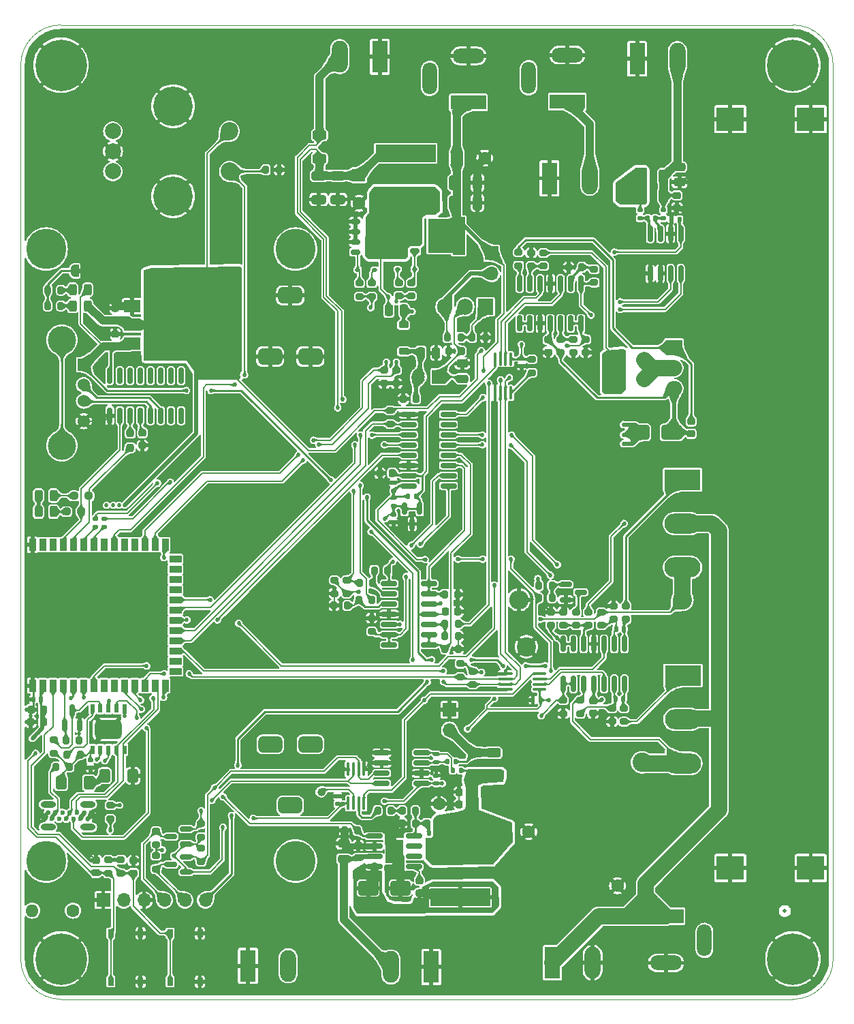
<source format=gbr>
%TF.GenerationSoftware,KiCad,Pcbnew,7.0.8*%
%TF.CreationDate,2023-10-31T22:13:39+02:00*%
%TF.ProjectId,Small_load_V1,536d616c-6c5f-46c6-9f61-645f56312e6b,rev?*%
%TF.SameCoordinates,Original*%
%TF.FileFunction,Copper,L1,Top*%
%TF.FilePolarity,Positive*%
%FSLAX46Y46*%
G04 Gerber Fmt 4.6, Leading zero omitted, Abs format (unit mm)*
G04 Created by KiCad (PCBNEW 7.0.8) date 2023-10-31 22:13:39*
%MOMM*%
%LPD*%
G01*
G04 APERTURE LIST*
G04 Aperture macros list*
%AMRoundRect*
0 Rectangle with rounded corners*
0 $1 Rounding radius*
0 $2 $3 $4 $5 $6 $7 $8 $9 X,Y pos of 4 corners*
0 Add a 4 corners polygon primitive as box body*
4,1,4,$2,$3,$4,$5,$6,$7,$8,$9,$2,$3,0*
0 Add four circle primitives for the rounded corners*
1,1,$1+$1,$2,$3*
1,1,$1+$1,$4,$5*
1,1,$1+$1,$6,$7*
1,1,$1+$1,$8,$9*
0 Add four rect primitives between the rounded corners*
20,1,$1+$1,$2,$3,$4,$5,0*
20,1,$1+$1,$4,$5,$6,$7,0*
20,1,$1+$1,$6,$7,$8,$9,0*
20,1,$1+$1,$8,$9,$2,$3,0*%
%AMHorizOval*
0 Thick line with rounded ends*
0 $1 width*
0 $2 $3 position (X,Y) of the first rounded end (center of the circle)*
0 $4 $5 position (X,Y) of the second rounded end (center of the circle)*
0 Add line between two ends*
20,1,$1,$2,$3,$4,$5,0*
0 Add two circle primitives to create the rounded ends*
1,1,$1,$2,$3*
1,1,$1,$4,$5*%
%AMRotRect*
0 Rectangle, with rotation*
0 The origin of the aperture is its center*
0 $1 length*
0 $2 width*
0 $3 Rotation angle, in degrees counterclockwise*
0 Add horizontal line*
21,1,$1,$2,0,0,$3*%
%AMFreePoly0*
4,1,19,0.500000,-0.750000,0.000000,-0.750000,0.000000,-0.744911,-0.071157,-0.744911,-0.207708,-0.704816,-0.327430,-0.627875,-0.420627,-0.520320,-0.479746,-0.390866,-0.500000,-0.250000,-0.500000,0.250000,-0.479746,0.390866,-0.420627,0.520320,-0.327430,0.627875,-0.207708,0.704816,-0.071157,0.744911,0.000000,0.744911,0.000000,0.750000,0.500000,0.750000,0.500000,-0.750000,0.500000,-0.750000,
$1*%
%AMFreePoly1*
4,1,19,0.000000,0.744911,0.071157,0.744911,0.207708,0.704816,0.327430,0.627875,0.420627,0.520320,0.479746,0.390866,0.500000,0.250000,0.500000,-0.250000,0.479746,-0.390866,0.420627,-0.520320,0.327430,-0.627875,0.207708,-0.704816,0.071157,-0.744911,0.000000,-0.744911,0.000000,-0.750000,-0.500000,-0.750000,-0.500000,0.750000,0.000000,0.750000,0.000000,0.744911,0.000000,0.744911,
$1*%
G04 Aperture macros list end*
%TA.AperFunction,SMDPad,CuDef*%
%ADD10RoundRect,0.200000X-0.275000X0.200000X-0.275000X-0.200000X0.275000X-0.200000X0.275000X0.200000X0*%
%TD*%
%TA.AperFunction,SMDPad,CuDef*%
%ADD11R,0.700000X1.000000*%
%TD*%
%TA.AperFunction,SMDPad,CuDef*%
%ADD12RoundRect,0.112500X-0.187500X-0.112500X0.187500X-0.112500X0.187500X0.112500X-0.187500X0.112500X0*%
%TD*%
%TA.AperFunction,ComponentPad*%
%ADD13R,4.400000X1.800000*%
%TD*%
%TA.AperFunction,ComponentPad*%
%ADD14O,4.000000X1.800000*%
%TD*%
%TA.AperFunction,ComponentPad*%
%ADD15O,1.800000X4.000000*%
%TD*%
%TA.AperFunction,SMDPad,CuDef*%
%ADD16RoundRect,0.250000X-0.650000X0.325000X-0.650000X-0.325000X0.650000X-0.325000X0.650000X0.325000X0*%
%TD*%
%TA.AperFunction,SMDPad,CuDef*%
%ADD17RoundRect,0.150000X0.150000X-0.825000X0.150000X0.825000X-0.150000X0.825000X-0.150000X-0.825000X0*%
%TD*%
%TA.AperFunction,SMDPad,CuDef*%
%ADD18RoundRect,0.225000X0.250000X-0.225000X0.250000X0.225000X-0.250000X0.225000X-0.250000X-0.225000X0*%
%TD*%
%TA.AperFunction,SMDPad,CuDef*%
%ADD19RoundRect,0.200000X0.200000X0.275000X-0.200000X0.275000X-0.200000X-0.275000X0.200000X-0.275000X0*%
%TD*%
%TA.AperFunction,SMDPad,CuDef*%
%ADD20RoundRect,0.135000X-0.185000X0.135000X-0.185000X-0.135000X0.185000X-0.135000X0.185000X0.135000X0*%
%TD*%
%TA.AperFunction,SMDPad,CuDef*%
%ADD21RoundRect,0.200000X-0.200000X-0.275000X0.200000X-0.275000X0.200000X0.275000X-0.200000X0.275000X0*%
%TD*%
%TA.AperFunction,SMDPad,CuDef*%
%ADD22RoundRect,0.243750X0.243750X0.456250X-0.243750X0.456250X-0.243750X-0.456250X0.243750X-0.456250X0*%
%TD*%
%TA.AperFunction,ComponentPad*%
%ADD23R,1.524000X1.524000*%
%TD*%
%TA.AperFunction,ComponentPad*%
%ADD24C,1.524000*%
%TD*%
%TA.AperFunction,ComponentPad*%
%ADD25C,3.500000*%
%TD*%
%TA.AperFunction,ComponentPad*%
%ADD26R,1.700000X1.700000*%
%TD*%
%TA.AperFunction,ComponentPad*%
%ADD27O,1.700000X1.700000*%
%TD*%
%TA.AperFunction,SMDPad,CuDef*%
%ADD28RoundRect,0.600000X1.100000X-0.600000X1.100000X0.600000X-1.100000X0.600000X-1.100000X-0.600000X0*%
%TD*%
%TA.AperFunction,SMDPad,CuDef*%
%ADD29R,0.510000X1.100000*%
%TD*%
%TA.AperFunction,SMDPad,CuDef*%
%ADD30RoundRect,0.225000X0.225000X0.250000X-0.225000X0.250000X-0.225000X-0.250000X0.225000X-0.250000X0*%
%TD*%
%TA.AperFunction,SMDPad,CuDef*%
%ADD31RoundRect,0.200000X0.275000X-0.200000X0.275000X0.200000X-0.275000X0.200000X-0.275000X-0.200000X0*%
%TD*%
%TA.AperFunction,SMDPad,CuDef*%
%ADD32RoundRect,0.140000X0.170000X-0.140000X0.170000X0.140000X-0.170000X0.140000X-0.170000X-0.140000X0*%
%TD*%
%TA.AperFunction,SMDPad,CuDef*%
%ADD33RoundRect,0.140000X-0.170000X0.140000X-0.170000X-0.140000X0.170000X-0.140000X0.170000X0.140000X0*%
%TD*%
%TA.AperFunction,SMDPad,CuDef*%
%ADD34RoundRect,0.225000X-0.250000X0.225000X-0.250000X-0.225000X0.250000X-0.225000X0.250000X0.225000X0*%
%TD*%
%TA.AperFunction,ComponentPad*%
%ADD35C,3.600000*%
%TD*%
%TA.AperFunction,ConnectorPad*%
%ADD36C,6.400000*%
%TD*%
%TA.AperFunction,ComponentPad*%
%ADD37R,1.980000X3.960000*%
%TD*%
%TA.AperFunction,ComponentPad*%
%ADD38O,1.980000X3.960000*%
%TD*%
%TA.AperFunction,SMDPad,CuDef*%
%ADD39RoundRect,0.140000X-0.140000X-0.170000X0.140000X-0.170000X0.140000X0.170000X-0.140000X0.170000X0*%
%TD*%
%TA.AperFunction,SMDPad,CuDef*%
%ADD40R,1.510000X4.710000*%
%TD*%
%TA.AperFunction,SMDPad,CuDef*%
%ADD41R,3.100000X4.210000*%
%TD*%
%TA.AperFunction,SMDPad,CuDef*%
%ADD42RoundRect,0.175000X-0.400000X0.175000X-0.400000X-0.175000X0.400000X-0.175000X0.400000X0.175000X0*%
%TD*%
%TA.AperFunction,SMDPad,CuDef*%
%ADD43RoundRect,0.250000X0.475000X-0.250000X0.475000X0.250000X-0.475000X0.250000X-0.475000X-0.250000X0*%
%TD*%
%TA.AperFunction,ComponentPad*%
%ADD44C,2.000000*%
%TD*%
%TA.AperFunction,ComponentPad*%
%ADD45C,4.920000*%
%TD*%
%TA.AperFunction,ComponentPad*%
%ADD46C,2.200000*%
%TD*%
%TA.AperFunction,ComponentPad*%
%ADD47R,2.000000X1.905000*%
%TD*%
%TA.AperFunction,ComponentPad*%
%ADD48O,2.000000X1.905000*%
%TD*%
%TA.AperFunction,WasherPad*%
%ADD49C,5.000000*%
%TD*%
%TA.AperFunction,SMDPad,CuDef*%
%ADD50RoundRect,0.140000X0.140000X0.170000X-0.140000X0.170000X-0.140000X-0.170000X0.140000X-0.170000X0*%
%TD*%
%TA.AperFunction,ComponentPad*%
%ADD51R,4.500000X2.500000*%
%TD*%
%TA.AperFunction,ComponentPad*%
%ADD52O,4.500000X2.500000*%
%TD*%
%TA.AperFunction,SMDPad,CuDef*%
%ADD53RoundRect,0.135000X-0.135000X-0.185000X0.135000X-0.185000X0.135000X0.185000X-0.135000X0.185000X0*%
%TD*%
%TA.AperFunction,SMDPad,CuDef*%
%ADD54RoundRect,0.237500X0.237500X-0.250000X0.237500X0.250000X-0.237500X0.250000X-0.237500X-0.250000X0*%
%TD*%
%TA.AperFunction,SMDPad,CuDef*%
%ADD55R,7.500000X2.200000*%
%TD*%
%TA.AperFunction,SMDPad,CuDef*%
%ADD56RoundRect,0.243750X-0.243750X-0.456250X0.243750X-0.456250X0.243750X0.456250X-0.243750X0.456250X0*%
%TD*%
%TA.AperFunction,ComponentPad*%
%ADD57R,1.905000X2.000000*%
%TD*%
%TA.AperFunction,ComponentPad*%
%ADD58O,1.905000X2.000000*%
%TD*%
%TA.AperFunction,SMDPad,CuDef*%
%ADD59RoundRect,0.250000X1.000000X0.650000X-1.000000X0.650000X-1.000000X-0.650000X1.000000X-0.650000X0*%
%TD*%
%TA.AperFunction,SMDPad,CuDef*%
%ADD60RoundRect,0.250000X-0.475000X0.250000X-0.475000X-0.250000X0.475000X-0.250000X0.475000X0.250000X0*%
%TD*%
%TA.AperFunction,SMDPad,CuDef*%
%ADD61RoundRect,0.150000X-0.150000X0.587500X-0.150000X-0.587500X0.150000X-0.587500X0.150000X0.587500X0*%
%TD*%
%TA.AperFunction,SMDPad,CuDef*%
%ADD62C,0.500000*%
%TD*%
%TA.AperFunction,SMDPad,CuDef*%
%ADD63RoundRect,0.100000X0.100000X-0.712500X0.100000X0.712500X-0.100000X0.712500X-0.100000X-0.712500X0*%
%TD*%
%TA.AperFunction,SMDPad,CuDef*%
%ADD64RoundRect,0.250000X-0.312500X-0.625000X0.312500X-0.625000X0.312500X0.625000X-0.312500X0.625000X0*%
%TD*%
%TA.AperFunction,SMDPad,CuDef*%
%ADD65RoundRect,0.250000X-0.400000X-0.600000X0.400000X-0.600000X0.400000X0.600000X-0.400000X0.600000X0*%
%TD*%
%TA.AperFunction,SMDPad,CuDef*%
%ADD66RoundRect,0.250000X0.625000X-0.312500X0.625000X0.312500X-0.625000X0.312500X-0.625000X-0.312500X0*%
%TD*%
%TA.AperFunction,SMDPad,CuDef*%
%ADD67RoundRect,0.250000X0.250000X0.475000X-0.250000X0.475000X-0.250000X-0.475000X0.250000X-0.475000X0*%
%TD*%
%TA.AperFunction,SMDPad,CuDef*%
%ADD68RoundRect,0.150000X0.587500X0.150000X-0.587500X0.150000X-0.587500X-0.150000X0.587500X-0.150000X0*%
%TD*%
%TA.AperFunction,SMDPad,CuDef*%
%ADD69RoundRect,0.135000X0.185000X-0.135000X0.185000X0.135000X-0.185000X0.135000X-0.185000X-0.135000X0*%
%TD*%
%TA.AperFunction,SMDPad,CuDef*%
%ADD70RoundRect,0.237500X0.250000X0.237500X-0.250000X0.237500X-0.250000X-0.237500X0.250000X-0.237500X0*%
%TD*%
%TA.AperFunction,SMDPad,CuDef*%
%ADD71RoundRect,0.250000X-0.325000X-0.650000X0.325000X-0.650000X0.325000X0.650000X-0.325000X0.650000X0*%
%TD*%
%TA.AperFunction,SMDPad,CuDef*%
%ADD72RoundRect,0.112500X0.187500X0.112500X-0.187500X0.112500X-0.187500X-0.112500X0.187500X-0.112500X0*%
%TD*%
%TA.AperFunction,SMDPad,CuDef*%
%ADD73RoundRect,0.150000X0.825000X0.150000X-0.825000X0.150000X-0.825000X-0.150000X0.825000X-0.150000X0*%
%TD*%
%TA.AperFunction,SMDPad,CuDef*%
%ADD74RoundRect,0.225000X-0.375000X0.225000X-0.375000X-0.225000X0.375000X-0.225000X0.375000X0.225000X0*%
%TD*%
%TA.AperFunction,ComponentPad*%
%ADD75R,3.500000X3.000000*%
%TD*%
%TA.AperFunction,SMDPad,CuDef*%
%ADD76C,1.000000*%
%TD*%
%TA.AperFunction,SMDPad,CuDef*%
%ADD77RoundRect,0.100000X-0.100000X0.712500X-0.100000X-0.712500X0.100000X-0.712500X0.100000X0.712500X0*%
%TD*%
%TA.AperFunction,SMDPad,CuDef*%
%ADD78R,0.900000X1.500000*%
%TD*%
%TA.AperFunction,SMDPad,CuDef*%
%ADD79R,1.500000X0.900000*%
%TD*%
%TA.AperFunction,SMDPad,CuDef*%
%ADD80R,0.900000X0.900000*%
%TD*%
%TA.AperFunction,ComponentPad*%
%ADD81C,0.600000*%
%TD*%
%TA.AperFunction,ComponentPad*%
%ADD82O,1.900000X0.800000*%
%TD*%
%TA.AperFunction,SMDPad,CuDef*%
%ADD83RoundRect,0.135000X0.135000X0.185000X-0.135000X0.185000X-0.135000X-0.185000X0.135000X-0.185000X0*%
%TD*%
%TA.AperFunction,SMDPad,CuDef*%
%ADD84RoundRect,0.250000X0.312500X0.625000X-0.312500X0.625000X-0.312500X-0.625000X0.312500X-0.625000X0*%
%TD*%
%TA.AperFunction,SMDPad,CuDef*%
%ADD85FreePoly0,180.000000*%
%TD*%
%TA.AperFunction,SMDPad,CuDef*%
%ADD86FreePoly1,180.000000*%
%TD*%
%TA.AperFunction,SMDPad,CuDef*%
%ADD87RoundRect,0.150000X-0.825000X-0.150000X0.825000X-0.150000X0.825000X0.150000X-0.825000X0.150000X0*%
%TD*%
%TA.AperFunction,SMDPad,CuDef*%
%ADD88RoundRect,0.225000X-0.225000X-0.250000X0.225000X-0.250000X0.225000X0.250000X-0.225000X0.250000X0*%
%TD*%
%TA.AperFunction,SMDPad,CuDef*%
%ADD89RoundRect,0.100000X0.712500X0.100000X-0.712500X0.100000X-0.712500X-0.100000X0.712500X-0.100000X0*%
%TD*%
%TA.AperFunction,SMDPad,CuDef*%
%ADD90RoundRect,0.150000X-0.587500X-0.150000X0.587500X-0.150000X0.587500X0.150000X-0.587500X0.150000X0*%
%TD*%
%TA.AperFunction,SMDPad,CuDef*%
%ADD91RoundRect,0.150000X0.150000X-0.587500X0.150000X0.587500X-0.150000X0.587500X-0.150000X-0.587500X0*%
%TD*%
%TA.AperFunction,SMDPad,CuDef*%
%ADD92RoundRect,0.250000X-1.000000X-0.650000X1.000000X-0.650000X1.000000X0.650000X-1.000000X0.650000X0*%
%TD*%
%TA.AperFunction,ComponentPad*%
%ADD93C,0.500000*%
%TD*%
%TA.AperFunction,SMDPad,CuDef*%
%ADD94R,2.290000X3.000000*%
%TD*%
%TA.AperFunction,SMDPad,CuDef*%
%ADD95R,2.000000X1.500000*%
%TD*%
%TA.AperFunction,SMDPad,CuDef*%
%ADD96R,2.000000X3.800000*%
%TD*%
%TA.AperFunction,ComponentPad*%
%ADD97RoundRect,0.500000X1.000000X0.500000X-1.000000X0.500000X-1.000000X-0.500000X1.000000X-0.500000X0*%
%TD*%
%TA.AperFunction,ComponentPad*%
%ADD98RoundRect,0.500000X-1.000000X-0.500000X1.000000X-0.500000X1.000000X0.500000X-1.000000X0.500000X0*%
%TD*%
%TA.AperFunction,ComponentPad*%
%ADD99C,2.400000*%
%TD*%
%TA.AperFunction,ComponentPad*%
%ADD100HorizOval,2.400000X0.000000X0.000000X0.000000X0.000000X0*%
%TD*%
%TA.AperFunction,ComponentPad*%
%ADD101C,1.600000*%
%TD*%
%TA.AperFunction,ComponentPad*%
%ADD102O,1.600000X1.600000*%
%TD*%
%TA.AperFunction,ComponentPad*%
%ADD103RotRect,1.600000X1.600000X135.000000*%
%TD*%
%TA.AperFunction,ComponentPad*%
%ADD104O,2.400000X2.400000*%
%TD*%
%TA.AperFunction,ComponentPad*%
%ADD105R,1.600000X1.600000*%
%TD*%
%TA.AperFunction,ViaPad*%
%ADD106C,0.520000*%
%TD*%
%TA.AperFunction,ViaPad*%
%ADD107C,2.000000*%
%TD*%
%TA.AperFunction,Conductor*%
%ADD108C,0.200000*%
%TD*%
%TA.AperFunction,Conductor*%
%ADD109C,0.250000*%
%TD*%
%TA.AperFunction,Conductor*%
%ADD110C,0.150000*%
%TD*%
%TA.AperFunction,Conductor*%
%ADD111C,1.000000*%
%TD*%
%TA.AperFunction,Conductor*%
%ADD112C,0.500000*%
%TD*%
%TA.AperFunction,Conductor*%
%ADD113C,0.300000*%
%TD*%
%TA.AperFunction,Conductor*%
%ADD114C,0.750000*%
%TD*%
%TA.AperFunction,Conductor*%
%ADD115C,2.000000*%
%TD*%
%TA.AperFunction,Profile*%
%ADD116C,0.100000*%
%TD*%
G04 APERTURE END LIST*
%TA.AperFunction,EtchedComponent*%
%TO.C,JP2*%
G36*
X57600000Y-80850000D02*
G01*
X57100000Y-80850000D01*
X57100000Y-80250000D01*
X57600000Y-80250000D01*
X57600000Y-80850000D01*
G37*
%TD.AperFunction*%
%TD*%
D10*
%TO.P,R18,1*%
%TO.N,SCL1*%
X72425000Y-149225000D03*
%TO.P,R18,2*%
%TO.N,+3V3*%
X72425000Y-150875000D03*
%TD*%
D11*
%TO.P,SW4,1,A*%
%TO.N,GND*%
X64900000Y-162800000D03*
X64900000Y-168800000D03*
%TO.P,SW4,2,B*%
%TO.N,/BOOT*%
X61200000Y-162800000D03*
X61200000Y-168800000D03*
%TD*%
D12*
%TO.P,D2,1,K*%
%TO.N,Net-(D2-K)*%
X96850000Y-80350000D03*
%TO.P,D2,2,A*%
%TO.N,/buck/gate_H1*%
X98950000Y-80350000D03*
%TD*%
D13*
%TO.P,J3,1*%
%TO.N,Net-(J9-Pin_1)*%
X105650000Y-59650000D03*
D14*
%TO.P,J3,2*%
%TO.N,GND*%
X105650000Y-53850000D03*
D15*
%TO.P,J3,3*%
%TO.N,N/C*%
X100850000Y-56650000D03*
%TD*%
D16*
%TO.P,C14,1*%
%TO.N,/buck/buck_out*%
X87050000Y-68725000D03*
%TO.P,C14,2*%
%TO.N,GND*%
X87050000Y-71675000D03*
%TD*%
D17*
%TO.P,U16,1,GND*%
%TO.N,GND*%
X61055000Y-98525000D03*
%TO.P,U16,2,TXD*%
%TO.N,UART0_RX*%
X62325000Y-98525000D03*
%TO.P,U16,3,RXD*%
%TO.N,Net-(U16-RXD)*%
X63595000Y-98525000D03*
%TO.P,U16,4,V3*%
%TO.N,Net-(U16-V3)*%
X64865000Y-98525000D03*
%TO.P,U16,5,UD+*%
%TO.N,DD+*%
X66135000Y-98525000D03*
%TO.P,U16,6,UD-*%
%TO.N,DD-*%
X67405000Y-98525000D03*
%TO.P,U16,7,NC*%
%TO.N,unconnected-(U16-NC-Pad7)*%
X68675000Y-98525000D03*
%TO.P,U16,8,NC*%
%TO.N,unconnected-(U16-NC-Pad8)*%
X69945000Y-98525000D03*
%TO.P,U16,9,~{CTS}*%
%TO.N,unconnected-(U16-~{CTS}-Pad9)*%
X69945000Y-93575000D03*
%TO.P,U16,10,~{DSR}*%
%TO.N,unconnected-(U16-~{DSR}-Pad10)*%
X68675000Y-93575000D03*
%TO.P,U16,11,~{RI}*%
%TO.N,unconnected-(U16-~{RI}-Pad11)*%
X67405000Y-93575000D03*
%TO.P,U16,12,~{DCD}*%
%TO.N,unconnected-(U16-~{DCD}-Pad12)*%
X66135000Y-93575000D03*
%TO.P,U16,13,~{DTR}*%
%TO.N,/~{DTR}*%
X64865000Y-93575000D03*
%TO.P,U16,14,~{RTS}*%
%TO.N,/~{RTS}*%
X63595000Y-93575000D03*
%TO.P,U16,15,R232*%
%TO.N,unconnected-(U16-R232-Pad15)*%
X62325000Y-93575000D03*
%TO.P,U16,16,VCC*%
%TO.N,+5V*%
X61055000Y-93575000D03*
%TD*%
D10*
%TO.P,R24,1*%
%TO.N,Net-(U2C--)*%
X121290000Y-80350000D03*
%TO.P,R24,2*%
%TO.N,Net-(U7-SET)*%
X121290000Y-82000000D03*
%TD*%
%TO.P,R46,1*%
%TO.N,Net-(U2B-+)*%
X117140000Y-89050000D03*
%TO.P,R46,2*%
%TO.N,/LDO_Vcc*%
X117140000Y-90700000D03*
%TD*%
D18*
%TO.P,C39,1*%
%TO.N,Net-(J5-Pin_2)*%
X91950000Y-153450000D03*
%TO.P,C39,2*%
%TO.N,GND*%
X91950000Y-151900000D03*
%TD*%
D19*
%TO.P,R40,1*%
%TO.N,/CELL_CHARGER/V_FB*%
X99075000Y-149150000D03*
%TO.P,R40,2*%
%TO.N,GND*%
X97425000Y-149150000D03*
%TD*%
D20*
%TO.P,R30,1*%
%TO.N,/LDO_Vout*%
X129900000Y-72990000D03*
%TO.P,R30,2*%
%TO.N,Net-(U13-IN-)*%
X129900000Y-74010000D03*
%TD*%
D21*
%TO.P,R64,1*%
%TO.N,/CELL_CHARGER/DAC_cell*%
X94375000Y-147600000D03*
%TO.P,R64,2*%
%TO.N,Net-(R39-Pad2)*%
X96025000Y-147600000D03*
%TD*%
D10*
%TO.P,R83,1*%
%TO.N,Net-(U15-Vbus)*%
X61150000Y-146925000D03*
%TO.P,R83,2*%
%TO.N,Net-(J16-Pin_2)*%
X61150000Y-148575000D03*
%TD*%
D22*
%TO.P,D6,1,K*%
%TO.N,Net-(D6-K)*%
X54087500Y-108450000D03*
%TO.P,D6,2,A*%
%TO.N,+3V3*%
X52212500Y-108450000D03*
%TD*%
D23*
%TO.P,J1,1,VBUS*%
%TO.N,+5V*%
X57827500Y-92200000D03*
D24*
%TO.P,J1,2,D-*%
%TO.N,DD-*%
X57827500Y-94700000D03*
%TO.P,J1,3,D+*%
%TO.N,DD+*%
X57827500Y-96700000D03*
%TO.P,J1,4,GND*%
%TO.N,GND*%
X57827500Y-99200000D03*
D25*
%TO.P,J1,5,Shield*%
%TO.N,unconnected-(J1-Shield-Pad5)*%
X55117500Y-89130000D03*
X55117500Y-102270000D03*
%TD*%
D19*
%TO.P,R61,1*%
%TO.N,GND*%
X107775000Y-88800000D03*
%TO.P,R61,2*%
%TO.N,Net-(U18-ADJ)*%
X106125000Y-88800000D03*
%TD*%
D26*
%TO.P,J15,1,Pin_1*%
%TO.N,GND*%
X103300000Y-135025000D03*
D27*
%TO.P,J15,2,Pin_2*%
%TO.N,Net-(J12-Pin_2)*%
X103300000Y-137565000D03*
%TD*%
D10*
%TO.P,R51,1*%
%TO.N,Net-(Q7-D)*%
X119025000Y-122925000D03*
%TO.P,R51,2*%
%TO.N,Net-(U8D-+)*%
X119025000Y-124575000D03*
%TD*%
D28*
%TO.P,U15,0,GND*%
%TO.N,GND*%
X60850000Y-137475000D03*
D29*
%TO.P,U15,1,Vdd*%
%TO.N,Net-(D9-K)*%
X58910000Y-140015000D03*
%TO.P,U15,2,CFG2*%
%TO.N,/CFG2*%
X59910000Y-140015000D03*
%TO.P,U15,3,CFG3*%
%TO.N,/CFG3*%
X60910000Y-140015000D03*
%TO.P,U15,4,D+*%
%TO.N,D+*%
X61910000Y-140015000D03*
%TO.P,U15,5,D-*%
%TO.N,D-*%
X62910000Y-140015000D03*
%TO.P,U15,6,CC2*%
%TO.N,/CC1*%
X62910000Y-134915000D03*
%TO.P,U15,7,CC1*%
%TO.N,/CC2*%
X61910000Y-134915000D03*
%TO.P,U15,8,Vbus*%
%TO.N,Net-(U15-Vbus)*%
X60910000Y-134915000D03*
%TO.P,U15,9,CFG1*%
%TO.N,/CFG1*%
X59910000Y-134915000D03*
%TO.P,U15,10,PG*%
%TO.N,Net-(U15-PG)*%
X58910000Y-134915000D03*
%TD*%
D30*
%TO.P,C36,1*%
%TO.N,/CELL_CHARGER/Buck_out*%
X106075000Y-145250000D03*
%TO.P,C36,2*%
%TO.N,GND*%
X104525000Y-145250000D03*
%TD*%
D31*
%TO.P,R14,1*%
%TO.N,I2C_SDA*%
X66825000Y-154825000D03*
%TO.P,R14,2*%
%TO.N,+5V*%
X66825000Y-153175000D03*
%TD*%
D17*
%TO.P,U13,1,A1*%
%TO.N,GND*%
X128245000Y-80875000D03*
%TO.P,U13,2,A0*%
X129515000Y-80875000D03*
%TO.P,U13,3,SDA*%
%TO.N,SDA*%
X130785000Y-80875000D03*
%TO.P,U13,4,SCL*%
%TO.N,SCL*%
X132055000Y-80875000D03*
%TO.P,U13,5,VS*%
%TO.N,+3V3*%
X132055000Y-75925000D03*
%TO.P,U13,6,GND*%
%TO.N,GND*%
X130785000Y-75925000D03*
%TO.P,U13,7,IN-*%
%TO.N,Net-(U13-IN-)*%
X129515000Y-75925000D03*
%TO.P,U13,8,IN+*%
%TO.N,Net-(U13-IN+)*%
X128245000Y-75925000D03*
%TD*%
D32*
%TO.P,C19,1*%
%TO.N,GND*%
X112250000Y-92390000D03*
%TO.P,C19,2*%
%TO.N,+3V3*%
X112250000Y-91430000D03*
%TD*%
D20*
%TO.P,R29,1*%
%TO.N,/LT3080_output*%
X127000000Y-72990000D03*
%TO.P,R29,2*%
%TO.N,Net-(U13-IN+)*%
X127000000Y-74010000D03*
%TD*%
D33*
%TO.P,C33,1*%
%TO.N,GND*%
X101650000Y-143220000D03*
%TO.P,C33,2*%
%TO.N,+3V3*%
X101650000Y-144180000D03*
%TD*%
D34*
%TO.P,C15,1*%
%TO.N,/CELL_CHARGER/Boot_cap*%
X99550000Y-156275000D03*
%TO.P,C15,2*%
%TO.N,/CELL_CHARGER/Buck_SW*%
X99550000Y-157825000D03*
%TD*%
D35*
%TO.P,H1,1,1*%
%TO.N,GND*%
X55000000Y-55000000D03*
D36*
X55000000Y-55000000D03*
%TD*%
D30*
%TO.P,C35,1*%
%TO.N,/CELL_CHARGER/Buck_out*%
X106075000Y-146800000D03*
%TO.P,C35,2*%
%TO.N,GND*%
X104525000Y-146800000D03*
%TD*%
D37*
%TO.P,J16,1,Pin_1*%
%TO.N,GND*%
X78250000Y-166850000D03*
D38*
%TO.P,J16,2,Pin_2*%
%TO.N,Net-(J16-Pin_2)*%
X83250000Y-166850000D03*
%TD*%
D39*
%TO.P,C20,1*%
%TO.N,GND*%
X51550000Y-133750000D03*
%TO.P,C20,2*%
%TO.N,+3V3*%
X52510000Y-133750000D03*
%TD*%
D19*
%TO.P,R85,1*%
%TO.N,GND*%
X57275000Y-138825000D03*
%TO.P,R85,2*%
%TO.N,/CFG1_gate*%
X55625000Y-138825000D03*
%TD*%
D18*
%TO.P,C22,1*%
%TO.N,/LDO_Vcc*%
X133350000Y-100775000D03*
%TO.P,C22,2*%
%TO.N,Net-(Q8-G)*%
X133350000Y-99225000D03*
%TD*%
D40*
%TO.P,Q6,1,D*%
%TO.N,/buck/buck_SW_node*%
X97050000Y-76310000D03*
D41*
X94764000Y-76310000D03*
D42*
%TO.P,Q6,2,S*%
%TO.N,GND*%
X91600000Y-74410000D03*
X91600000Y-75680000D03*
X91600000Y-76950000D03*
%TO.P,Q6,3,G*%
%TO.N,/buck/gate_L1*%
X91600000Y-78220000D03*
%TD*%
D43*
%TO.P,C26,1*%
%TO.N,GND*%
X131900000Y-69550000D03*
%TO.P,C26,2*%
%TO.N,/LDO_Vout*%
X131900000Y-67650000D03*
%TD*%
D34*
%TO.P,C34,1*%
%TO.N,/LDO_Vout*%
X131600000Y-71175000D03*
%TO.P,C34,2*%
%TO.N,GND*%
X131600000Y-72725000D03*
%TD*%
D16*
%TO.P,C13,1*%
%TO.N,/buck/buck_out*%
X89450000Y-68725000D03*
%TO.P,C13,2*%
%TO.N,GND*%
X89450000Y-71675000D03*
%TD*%
D44*
%TO.P,SW3,A,A*%
%TO.N,/ENCODER_A*%
X61450000Y-63200000D03*
%TO.P,SW3,B,B*%
%TO.N,/ENCODER_B*%
X61450000Y-68200000D03*
%TO.P,SW3,C,C*%
%TO.N,GND*%
X61450000Y-65700000D03*
D45*
%TO.P,SW3,MH,MH1*%
X68950000Y-60100000D03*
X68950000Y-71300000D03*
D46*
%TO.P,SW3,S1,S1*%
%TO.N,+3V3*%
X75950000Y-63200000D03*
%TO.P,SW3,S2,S2*%
%TO.N,/SW_OUT*%
X75950000Y-68200000D03*
%TD*%
D19*
%TO.P,R31,1*%
%TO.N,GND*%
X82125000Y-68000000D03*
%TO.P,R31,2*%
%TO.N,/SW_OUT*%
X80475000Y-68000000D03*
%TD*%
D21*
%TO.P,R77,1*%
%TO.N,Net-(U19C-+)*%
X92025000Y-121400000D03*
%TO.P,R77,2*%
%TO.N,/buck/buck_out*%
X93675000Y-121400000D03*
%TD*%
D47*
%TO.P,Q8,1,G*%
%TO.N,Net-(Q8-G)*%
X131205000Y-90060000D03*
D48*
%TO.P,Q8,2,D*%
%TO.N,Net-(Q8-D)*%
X131205000Y-92600000D03*
%TO.P,Q8,3,S*%
%TO.N,/LDO_Vcc*%
X131205000Y-95140000D03*
%TD*%
D18*
%TO.P,C6,1*%
%TO.N,/BOOT*%
X59350000Y-155300000D03*
%TO.P,C6,2*%
%TO.N,GND*%
X59350000Y-153750000D03*
%TD*%
D19*
%TO.P,R54,1*%
%TO.N,Net-(Q7-G)*%
X116050000Y-119620000D03*
%TO.P,R54,2*%
%TO.N,/Divider_nmos*%
X114400000Y-119620000D03*
%TD*%
D21*
%TO.P,R82,1*%
%TO.N,Net-(U15-PG)*%
X55725000Y-140600000D03*
%TO.P,R82,2*%
%TO.N,Net-(D9-K)*%
X57375000Y-140600000D03*
%TD*%
D49*
%TO.P,U12,*%
%TO.N,*%
X53150000Y-153850000D03*
X84150000Y-153850000D03*
X53150000Y-77850000D03*
X84150000Y-77850000D03*
%TD*%
D50*
%TO.P,C37,1*%
%TO.N,Net-(C37-Pad1)*%
X124980000Y-125050000D03*
%TO.P,C37,2*%
%TO.N,Net-(U8C--)*%
X124020000Y-125050000D03*
%TD*%
D17*
%TO.P,U8,1*%
%TO.N,/Load_current_main*%
X117440000Y-131825000D03*
%TO.P,U8,2,-*%
X118710000Y-131825000D03*
%TO.P,U8,3,+*%
%TO.N,Net-(Q3-S)*%
X119980000Y-131825000D03*
%TO.P,U8,4,V+*%
%TO.N,+5V*%
X121250000Y-131825000D03*
%TO.P,U8,5,+*%
%TO.N,/DAC1*%
X122520000Y-131825000D03*
%TO.P,U8,6,-*%
%TO.N,Net-(U8B--)*%
X123790000Y-131825000D03*
%TO.P,U8,7*%
%TO.N,Net-(C3-Pad1)*%
X125060000Y-131825000D03*
%TO.P,U8,8*%
%TO.N,Net-(C37-Pad1)*%
X125060000Y-126875000D03*
%TO.P,U8,9,-*%
%TO.N,Net-(U8C--)*%
X123790000Y-126875000D03*
%TO.P,U8,10,+*%
%TO.N,/DAC2*%
X122520000Y-126875000D03*
%TO.P,U8,11,V-*%
%TO.N,GND*%
X121250000Y-126875000D03*
%TO.P,U8,12,+*%
%TO.N,Net-(U8D-+)*%
X119980000Y-126875000D03*
%TO.P,U8,13,-*%
%TO.N,/Load_voltage*%
X118710000Y-126875000D03*
%TO.P,U8,14*%
X117440000Y-126875000D03*
%TD*%
D37*
%TO.P,J7,1,Pin_1*%
%TO.N,GND*%
X126635000Y-54200000D03*
D38*
%TO.P,J7,2,Pin_2*%
%TO.N,/LDO_Vout*%
X131635000Y-54200000D03*
%TD*%
D10*
%TO.P,R65,1*%
%TO.N,GND*%
X93625000Y-123665000D03*
%TO.P,R65,2*%
%TO.N,/Load_current_small*%
X93625000Y-125315000D03*
%TD*%
D51*
%TO.P,Q10,1,G*%
%TO.N,Net-(Q10-G)*%
X132277500Y-106480000D03*
D52*
%TO.P,Q10,2,D*%
%TO.N,LOAD*%
X132277500Y-111930000D03*
%TO.P,Q10,3,S*%
%TO.N,Net-(Q10-S)*%
X132277500Y-117380000D03*
%TD*%
D37*
%TO.P,J8,1,Pin_1*%
%TO.N,LOAD*%
X116100000Y-166450000D03*
D38*
%TO.P,J8,2,Pin_2*%
%TO.N,GND*%
X121100000Y-166450000D03*
%TD*%
D39*
%TO.P,C1,1*%
%TO.N,GND*%
X113670000Y-133850000D03*
%TO.P,C1,2*%
%TO.N,+3V3*%
X114630000Y-133850000D03*
%TD*%
D19*
%TO.P,R39,1*%
%TO.N,/CELL_CHARGER/V_FB*%
X99075000Y-147600000D03*
%TO.P,R39,2*%
%TO.N,Net-(R39-Pad2)*%
X97425000Y-147600000D03*
%TD*%
D31*
%TO.P,R79,1*%
%TO.N,Net-(U10-A0)*%
X113525000Y-93187500D03*
%TO.P,R79,2*%
%TO.N,+3V3*%
X113525000Y-91537500D03*
%TD*%
D53*
%TO.P,R5,1*%
%TO.N,+3V3*%
X98140000Y-108550000D03*
%TO.P,R5,2*%
%TO.N,REF_2v5*%
X99160000Y-108550000D03*
%TD*%
D54*
%TO.P,R56,1*%
%TO.N,UART0_TX*%
X63600000Y-102512500D03*
%TO.P,R56,2*%
%TO.N,Net-(U16-RXD)*%
X63600000Y-100687500D03*
%TD*%
D10*
%TO.P,R12,1*%
%TO.N,Net-(U2B-+)*%
X118690000Y-89050000D03*
%TO.P,R12,2*%
%TO.N,GND*%
X118690000Y-90700000D03*
%TD*%
D31*
%TO.P,R17,1*%
%TO.N,SDA1*%
X72425000Y-153925000D03*
%TO.P,R17,2*%
%TO.N,+3V3*%
X72425000Y-152275000D03*
%TD*%
D55*
%TO.P,L2,1,1*%
%TO.N,/CELL_CHARGER/Buck_SW*%
X104650000Y-158350000D03*
%TO.P,L2,2,2*%
%TO.N,/CELL_CHARGER/Buck_out*%
X104650000Y-152350000D03*
%TD*%
D56*
%TO.P,D11,1,K*%
%TO.N,Net-(D11-K)*%
X56462500Y-82900000D03*
%TO.P,D11,2,A*%
%TO.N,+5V*%
X58337500Y-82900000D03*
%TD*%
D35*
%TO.P,H4,1,1*%
%TO.N,GND*%
X55000000Y-166000000D03*
D36*
X55000000Y-166000000D03*
%TD*%
D17*
%TO.P,U2,1*%
%TO.N,Net-(U2A--)*%
X112040000Y-87075000D03*
%TO.P,U2,2,-*%
X113310000Y-87075000D03*
%TO.P,U2,3,+*%
%TO.N,GND*%
X114580000Y-87075000D03*
%TO.P,U2,4,V+*%
%TO.N,/LDO_Vcc*%
X115850000Y-87075000D03*
%TO.P,U2,5,+*%
%TO.N,Net-(U2B-+)*%
X117120000Y-87075000D03*
%TO.P,U2,6,-*%
%TO.N,/LDO_Vin*%
X118390000Y-87075000D03*
%TO.P,U2,7*%
X119660000Y-87075000D03*
%TO.P,U2,8*%
%TO.N,Net-(U7-SET)*%
X119660000Y-82125000D03*
%TO.P,U2,9,-*%
%TO.N,Net-(U2C--)*%
X118390000Y-82125000D03*
%TO.P,U2,10,+*%
%TO.N,/DAC3*%
X117120000Y-82125000D03*
%TO.P,U2,11,V-*%
%TO.N,GND*%
X115850000Y-82125000D03*
%TO.P,U2,12,+*%
%TO.N,/DAC4*%
X114580000Y-82125000D03*
%TO.P,U2,13,-*%
%TO.N,Net-(U2D--)*%
X113310000Y-82125000D03*
%TO.P,U2,14*%
%TO.N,Net-(R26-Pad2)*%
X112040000Y-82125000D03*
%TD*%
D40*
%TO.P,Q4,1,D*%
%TO.N,Net-(J9-Pin_1)*%
X104450000Y-76190000D03*
D41*
X102164000Y-76190000D03*
D42*
%TO.P,Q4,2,S*%
%TO.N,/buck/buck_SW_node*%
X99000000Y-74290000D03*
X99000000Y-75560000D03*
X99000000Y-76830000D03*
%TO.P,Q4,3,G*%
%TO.N,/buck/gate_H1*%
X99000000Y-78100000D03*
%TD*%
D13*
%TO.P,J4,1*%
%TO.N,LOAD*%
X130200000Y-160700000D03*
D14*
%TO.P,J4,2*%
%TO.N,GND*%
X130200000Y-166500000D03*
D15*
%TO.P,J4,3*%
%TO.N,N/C*%
X135000000Y-163700000D03*
%TD*%
D31*
%TO.P,R9,1*%
%TO.N,/EN*%
X62450000Y-155350000D03*
%TO.P,R9,2*%
%TO.N,+3V3*%
X62450000Y-153700000D03*
%TD*%
D10*
%TO.P,R20,1*%
%TO.N,/buck/gate_H1*%
X98550000Y-82025000D03*
%TO.P,R20,2*%
%TO.N,/buck/HO1*%
X98550000Y-83675000D03*
%TD*%
D51*
%TO.P,Q3,1,G*%
%TO.N,Net-(Q3-G)*%
X132317500Y-130800000D03*
D52*
%TO.P,Q3,2,D*%
%TO.N,LOAD*%
X132317500Y-136250000D03*
%TO.P,Q3,3,S*%
%TO.N,Net-(Q3-S)*%
X132317500Y-141700000D03*
%TD*%
D34*
%TO.P,C23,1*%
%TO.N,Net-(U16-V3)*%
X65150000Y-100675000D03*
%TO.P,C23,2*%
%TO.N,GND*%
X65150000Y-102225000D03*
%TD*%
D57*
%TO.P,U18,1,ADJ*%
%TO.N,Net-(U18-ADJ)*%
X107790000Y-85005000D03*
D58*
%TO.P,U18,2,VO*%
%TO.N,Net-(J13-Pin_1)*%
X105250000Y-85005000D03*
%TO.P,U18,3,VI*%
%TO.N,Net-(J9-Pin_2)*%
X102710000Y-85005000D03*
%TD*%
D34*
%TO.P,C21,1*%
%TO.N,+5V*%
X121150000Y-133925000D03*
%TO.P,C21,2*%
%TO.N,GND*%
X121150000Y-135475000D03*
%TD*%
D30*
%TO.P,C41,1*%
%TO.N,+15V*%
X99125000Y-96450000D03*
%TO.P,C41,2*%
%TO.N,GND*%
X97575000Y-96450000D03*
%TD*%
D19*
%TO.P,R53,1*%
%TO.N,Net-(Q7-G)*%
X116050000Y-121150000D03*
%TO.P,R53,2*%
%TO.N,+3V3*%
X114400000Y-121150000D03*
%TD*%
%TO.P,R66,1*%
%TO.N,GND*%
X104400000Y-127490000D03*
%TO.P,R66,2*%
%TO.N,SMPS_input*%
X102750000Y-127490000D03*
%TD*%
D59*
%TO.P,D4,1,K*%
%TO.N,/LDO_Vcc*%
X130900000Y-100600000D03*
%TO.P,D4,2,A*%
%TO.N,/LT3080_output*%
X126900000Y-100600000D03*
%TD*%
D19*
%TO.P,R78,1*%
%TO.N,SMPS_current*%
X95600000Y-117740000D03*
%TO.P,R78,2*%
%TO.N,Net-(U19C--)*%
X93950000Y-117740000D03*
%TD*%
D21*
%TO.P,R62,1*%
%TO.N,Net-(J9-Pin_2)*%
X103075000Y-88800000D03*
%TO.P,R62,2*%
%TO.N,Net-(U18-ADJ)*%
X104725000Y-88800000D03*
%TD*%
D60*
%TO.P,C40,1*%
%TO.N,GND*%
X90150000Y-151675000D03*
%TO.P,C40,2*%
%TO.N,Net-(J5-Pin_2)*%
X90150000Y-153575000D03*
%TD*%
D61*
%TO.P,U5,1,REF*%
%TO.N,REF_2v5*%
X99610000Y-110102500D03*
%TO.P,U5,2,K*%
X97710000Y-110102500D03*
%TO.P,U5,3,A*%
%TO.N,GND*%
X98660000Y-111977500D03*
%TD*%
D62*
%TO.P,FID2,*%
%TO.N,*%
X145000000Y-160050000D03*
%TD*%
D10*
%TO.P,R43,1*%
%TO.N,GND*%
X115925000Y-122925000D03*
%TO.P,R43,2*%
%TO.N,/Load_voltage*%
X115925000Y-124575000D03*
%TD*%
D33*
%TO.P,C4,1*%
%TO.N,GND*%
X96350000Y-106870000D03*
%TO.P,C4,2*%
%TO.N,+3V3*%
X96350000Y-107830000D03*
%TD*%
D63*
%TO.P,U9,1,VDD*%
%TO.N,+3V3*%
X90725000Y-146662500D03*
%TO.P,U9,2,Vout_A*%
%TO.N,Net-(U9-Vout_A)*%
X91375000Y-146662500D03*
%TO.P,U9,3,Vout_B*%
%TO.N,/CELL_CHARGER/DAC_cell*%
X92025000Y-146662500D03*
%TO.P,U9,4,REF*%
%TO.N,REF_2v5*%
X92675000Y-146662500D03*
%TO.P,U9,5,GND*%
%TO.N,GND*%
X92675000Y-142437500D03*
%TO.P,U9,6,SDA*%
%TO.N,SDA1*%
X92025000Y-142437500D03*
%TO.P,U9,7,SCL*%
%TO.N,SCL1*%
X91375000Y-142437500D03*
%TO.P,U9,8,A0*%
%TO.N,GND*%
X90725000Y-142437500D03*
%TD*%
D64*
%TO.P,R60,1*%
%TO.N,/LT3080_input*%
X124587500Y-93970000D03*
%TO.P,R60,2*%
%TO.N,Net-(Q8-D)*%
X127512500Y-93970000D03*
%TD*%
D30*
%TO.P,C5,1*%
%TO.N,REF_2v5*%
X96200000Y-105650000D03*
%TO.P,C5,2*%
%TO.N,GND*%
X94650000Y-105650000D03*
%TD*%
D65*
%TO.P,D8,1,K*%
%TO.N,Net-(D8-K)*%
X60450000Y-143250000D03*
%TO.P,D8,2,A*%
%TO.N,GND*%
X63950000Y-143250000D03*
%TD*%
D50*
%TO.P,C3,1*%
%TO.N,Net-(C3-Pad1)*%
X124880000Y-133700000D03*
%TO.P,C3,2*%
%TO.N,Net-(U8B--)*%
X123920000Y-133700000D03*
%TD*%
D66*
%TO.P,R48,1*%
%TO.N,/CELL_CHARGER/Buck_out*%
X108830000Y-143312500D03*
%TO.P,R48,2*%
%TO.N,Net-(J12-Pin_2)*%
X108830000Y-140387500D03*
%TD*%
D10*
%TO.P,R26,1*%
%TO.N,Net-(Q8-G)*%
X111890000Y-78250000D03*
%TO.P,R26,2*%
%TO.N,Net-(R26-Pad2)*%
X111890000Y-79900000D03*
%TD*%
D67*
%TO.P,C8,1*%
%TO.N,GND*%
X101650000Y-90750000D03*
%TO.P,C8,2*%
%TO.N,+15V*%
X99750000Y-90750000D03*
%TD*%
D21*
%TO.P,R69,1*%
%TO.N,Net-(U19A-+)*%
X102750000Y-124390000D03*
%TO.P,R69,2*%
%TO.N,Net-(J9-Pin_1)*%
X104400000Y-124390000D03*
%TD*%
D19*
%TO.P,R67,1*%
%TO.N,GND*%
X104350000Y-120740000D03*
%TO.P,R67,2*%
%TO.N,SMPS_output*%
X102700000Y-120740000D03*
%TD*%
D33*
%TO.P,C16,1*%
%TO.N,GND*%
X89400000Y-145790000D03*
%TO.P,C16,2*%
%TO.N,+3V3*%
X89400000Y-146750000D03*
%TD*%
D65*
%TO.P,D9,1,K*%
%TO.N,Net-(D9-K)*%
X55000000Y-144100000D03*
%TO.P,D9,2,A*%
%TO.N,Net-(D8-K)*%
X58500000Y-144100000D03*
%TD*%
D19*
%TO.P,R68,1*%
%TO.N,GND*%
X104400000Y-125940000D03*
%TO.P,R68,2*%
%TO.N,Net-(U19A-+)*%
X102750000Y-125940000D03*
%TD*%
D68*
%TO.P,Q1,1,G*%
%TO.N,+3V3*%
X70550000Y-155200000D03*
%TO.P,Q1,2,S*%
%TO.N,SDA1*%
X70550000Y-153300000D03*
%TO.P,Q1,3,D*%
%TO.N,I2C_SDA*%
X68675000Y-154250000D03*
%TD*%
D31*
%TO.P,R27,1*%
%TO.N,Net-(Q3-G)*%
X125000000Y-136525000D03*
%TO.P,R27,2*%
%TO.N,Net-(C3-Pad1)*%
X125000000Y-134875000D03*
%TD*%
D39*
%TO.P,C17,1*%
%TO.N,Net-(U13-IN+)*%
X127920000Y-74000000D03*
%TO.P,C17,2*%
%TO.N,Net-(U13-IN-)*%
X128880000Y-74000000D03*
%TD*%
D32*
%TO.P,C2,1*%
%TO.N,GND*%
X96350000Y-111780000D03*
%TO.P,C2,2*%
%TO.N,REF_2v5*%
X96350000Y-110820000D03*
%TD*%
D37*
%TO.P,J11,1,Pin_1*%
%TO.N,GND*%
X115735000Y-69050000D03*
D38*
%TO.P,J11,2,Pin_2*%
%TO.N,/LDO_Vcc*%
X120735000Y-69050000D03*
%TD*%
D55*
%TO.P,L1,1,1*%
%TO.N,/buck/buck_SW_node*%
X97850000Y-71950000D03*
%TO.P,L1,2,2*%
%TO.N,/buck/buck_out*%
X97850000Y-65950000D03*
%TD*%
D69*
%TO.P,R35,1*%
%TO.N,Net-(U3-MTDI{slash}GPIO41{slash}CLK_OUT1)*%
X60350000Y-112360000D03*
%TO.P,R35,2*%
%TO.N,/ENCODER_A*%
X60350000Y-111340000D03*
%TD*%
D31*
%TO.P,R75,1*%
%TO.N,GND*%
X95200000Y-94525000D03*
%TO.P,R75,2*%
%TO.N,/Driver_Low_gate*%
X95200000Y-92875000D03*
%TD*%
D69*
%TO.P,R80,1*%
%TO.N,Net-(U3-MTMS{slash}GPIO42)*%
X59300000Y-112360000D03*
%TO.P,R80,2*%
%TO.N,/ENCODER_B*%
X59300000Y-111340000D03*
%TD*%
D70*
%TO.P,R57,1*%
%TO.N,UART0_RX*%
X57512500Y-110450000D03*
%TO.P,R57,2*%
%TO.N,Net-(D5-K)*%
X55687500Y-110450000D03*
%TD*%
D31*
%TO.P,R19,1*%
%TO.N,/buck/HO1*%
X97000000Y-83675000D03*
%TO.P,R19,2*%
%TO.N,Net-(D2-K)*%
X97000000Y-82025000D03*
%TD*%
D66*
%TO.P,R45,1*%
%TO.N,/CELL_CHARGER/Buck_out*%
X106500000Y-143312500D03*
%TO.P,R45,2*%
%TO.N,Net-(J12-Pin_2)*%
X106500000Y-140387500D03*
%TD*%
D71*
%TO.P,C9,1*%
%TO.N,Net-(J9-Pin_1)*%
X103825000Y-69600000D03*
%TO.P,C9,2*%
%TO.N,GND*%
X106775000Y-69600000D03*
%TD*%
D11*
%TO.P,SW1,1,A*%
%TO.N,GND*%
X72272500Y-162805000D03*
X72272500Y-168805000D03*
%TO.P,SW1,2,B*%
%TO.N,/EN*%
X68572500Y-162805000D03*
X68572500Y-168805000D03*
%TD*%
D72*
%TO.P,D3,1,K*%
%TO.N,Net-(D3-K)*%
X94000000Y-80400000D03*
%TO.P,D3,2,A*%
%TO.N,/buck/gate_L1*%
X91900000Y-80400000D03*
%TD*%
D73*
%TO.P,U19,1*%
%TO.N,SMPS_input*%
X100750000Y-127000000D03*
%TO.P,U19,2,-*%
X100750000Y-125730000D03*
%TO.P,U19,3,+*%
%TO.N,Net-(U19A-+)*%
X100750000Y-124460000D03*
%TO.P,U19,4,V+*%
%TO.N,+5V*%
X100750000Y-123190000D03*
%TO.P,U19,5,+*%
%TO.N,Net-(U19B-+)*%
X100750000Y-121920000D03*
%TO.P,U19,6,-*%
%TO.N,SMPS_output*%
X100750000Y-120650000D03*
%TO.P,U19,7*%
X100750000Y-119380000D03*
%TO.P,U19,8*%
%TO.N,SMPS_current*%
X95800000Y-119380000D03*
%TO.P,U19,9,-*%
%TO.N,Net-(U19C--)*%
X95800000Y-120650000D03*
%TO.P,U19,10,+*%
%TO.N,Net-(U19C-+)*%
X95800000Y-121920000D03*
%TO.P,U19,11,V-*%
%TO.N,GND*%
X95800000Y-123190000D03*
%TO.P,U19,12,+*%
%TO.N,Net-(Q10-S)*%
X95800000Y-124460000D03*
%TO.P,U19,13,-*%
%TO.N,/Load_current_small*%
X95800000Y-125730000D03*
%TO.P,U19,14*%
X95800000Y-127000000D03*
%TD*%
D21*
%TO.P,R74,1*%
%TO.N,GND*%
X88950000Y-122090000D03*
%TO.P,R74,2*%
%TO.N,Net-(U19C-+)*%
X90600000Y-122090000D03*
%TD*%
D64*
%TO.P,R25,1*%
%TO.N,/LT3080_input*%
X124587500Y-91650000D03*
%TO.P,R25,2*%
%TO.N,Net-(Q8-D)*%
X127512500Y-91650000D03*
%TD*%
D74*
%TO.P,D1,1,K*%
%TO.N,/buck/HB1*%
X97600000Y-87250000D03*
%TO.P,D1,2,A*%
%TO.N,+15V*%
X97600000Y-90550000D03*
%TD*%
D70*
%TO.P,R58,1*%
%TO.N,UART0_TX*%
X58462500Y-108500000D03*
%TO.P,R58,2*%
%TO.N,Net-(D6-K)*%
X56637500Y-108500000D03*
%TD*%
D19*
%TO.P,R8,1*%
%TO.N,Net-(D11-K)*%
X54995000Y-82945000D03*
%TO.P,R8,2*%
%TO.N,Net-(JP2-B)*%
X53345000Y-82945000D03*
%TD*%
D30*
%TO.P,C30,1*%
%TO.N,+3V3*%
X52805000Y-136600000D03*
%TO.P,C30,2*%
%TO.N,GND*%
X51255000Y-136600000D03*
%TD*%
D75*
%TO.P,HS1,1*%
%TO.N,GND*%
X138217500Y-154700000D03*
X148217500Y-154700000D03*
%TO.P,HS1,2*%
X138217500Y-61700000D03*
X148217500Y-61700000D03*
%TD*%
D31*
%TO.P,R70,1*%
%TO.N,GND*%
X89025000Y-120615000D03*
%TO.P,R70,2*%
%TO.N,Net-(U19B-+)*%
X89025000Y-118965000D03*
%TD*%
D76*
%TO.P,TP1,1,1*%
%TO.N,Net-(U9-Vout_A)*%
X87350000Y-145250000D03*
%TD*%
D21*
%TO.P,R84,1*%
%TO.N,Net-(J16-Pin_2)*%
X54375000Y-142150000D03*
%TO.P,R84,2*%
%TO.N,Net-(D9-K)*%
X56025000Y-142150000D03*
%TD*%
D66*
%TO.P,R73,1*%
%TO.N,/buck/buck_out*%
X87150000Y-66612500D03*
%TO.P,R73,2*%
%TO.N,Net-(J6-Pin_2)*%
X87150000Y-63687500D03*
%TD*%
D18*
%TO.P,C7,1*%
%TO.N,/EN*%
X64000000Y-155325000D03*
%TO.P,C7,2*%
%TO.N,GND*%
X64000000Y-153775000D03*
%TD*%
D77*
%TO.P,U10,1,VDD*%
%TO.N,+3V3*%
X110925000Y-91487500D03*
%TO.P,U10,2,Vout_A*%
%TO.N,/DAC3*%
X110275000Y-91487500D03*
%TO.P,U10,3,Vout_B*%
%TO.N,/DAC4*%
X109625000Y-91487500D03*
%TO.P,U10,4,REF*%
%TO.N,REF_2v5*%
X108975000Y-91487500D03*
%TO.P,U10,5,GND*%
%TO.N,GND*%
X108975000Y-95712500D03*
%TO.P,U10,6,SDA*%
%TO.N,SDA*%
X109625000Y-95712500D03*
%TO.P,U10,7,SCL*%
%TO.N,SCL*%
X110275000Y-95712500D03*
%TO.P,U10,8,A0*%
%TO.N,Net-(U10-A0)*%
X110925000Y-95712500D03*
%TD*%
D18*
%TO.P,C25,1*%
%TO.N,+3V3*%
X61750000Y-86725000D03*
%TO.P,C25,2*%
%TO.N,GND*%
X61750000Y-85175000D03*
%TD*%
D31*
%TO.P,R1,1*%
%TO.N,GND*%
X123500000Y-136525000D03*
%TO.P,R1,2*%
%TO.N,Net-(U8B--)*%
X123500000Y-134875000D03*
%TD*%
%TO.P,R41,1*%
%TO.N,SCL*%
X106200000Y-131925000D03*
%TO.P,R41,2*%
%TO.N,+3V3*%
X106200000Y-130275000D03*
%TD*%
D37*
%TO.P,J5,1,Pin_1*%
%TO.N,GND*%
X101030000Y-167000000D03*
D38*
%TO.P,J5,2,Pin_2*%
%TO.N,Net-(J5-Pin_2)*%
X96030000Y-167000000D03*
%TD*%
D78*
%TO.P,U3,1,GND*%
%TO.N,GND*%
X51470000Y-132050000D03*
%TO.P,U3,2,3V3*%
%TO.N,+3V3*%
X52740000Y-132050000D03*
%TO.P,U3,3,EN*%
%TO.N,/EN*%
X54010000Y-132050000D03*
%TO.P,U3,4,GPIO4/TOUCH4/ADC1_CH3*%
%TO.N,/CFG1_gate*%
X55280000Y-132050000D03*
%TO.P,U3,5,GPIO5/TOUCH5/ADC1_CH4*%
%TO.N,/CFG2*%
X56550000Y-132050000D03*
%TO.P,U3,6,GPIO6/TOUCH6/ADC1_CH5*%
%TO.N,/CFG3*%
X57820000Y-132050000D03*
%TO.P,U3,7,GPIO7/TOUCH7/ADC1_CH6*%
%TO.N,/BUCK_EN*%
X59090000Y-132050000D03*
%TO.P,U3,8,GPIO15/U0RTS/ADC2_CH4/XTAL_32K_P*%
%TO.N,unconnected-(U3-GPIO15{slash}U0RTS{slash}ADC2_CH4{slash}XTAL_32K_P-Pad8)*%
X60360000Y-132050000D03*
%TO.P,U3,9,GPIO16/U0CTS/ADC2_CH5/XTAL_32K_N*%
%TO.N,unconnected-(U3-GPIO16{slash}U0CTS{slash}ADC2_CH5{slash}XTAL_32K_N-Pad9)*%
X61630000Y-132050000D03*
%TO.P,U3,10,GPIO17/U1TXD/ADC2_CH6*%
%TO.N,SCL1*%
X62900000Y-132050000D03*
%TO.P,U3,11,GPIO18/U1RXD/ADC2_CH7/CLK_OUT3*%
%TO.N,SDA1*%
X64170000Y-132050000D03*
%TO.P,U3,12,GPIO8/TOUCH8/ADC1_CH7/SUBSPICS1*%
%TO.N,SDA*%
X65440000Y-132050000D03*
%TO.P,U3,13,GPIO19/U1RTS/ADC2_CH8/CLK_OUT2/USB_D-*%
%TO.N,D-*%
X66710000Y-132050000D03*
%TO.P,U3,14,GPIO20/U1CTS/ADC2_CH9/CLK_OUT1/USB_D+*%
%TO.N,D+*%
X67980000Y-132050000D03*
D79*
%TO.P,U3,15,GPIO3/TOUCH3/ADC1_CH2*%
%TO.N,unconnected-(U3-GPIO3{slash}TOUCH3{slash}ADC1_CH2-Pad15)*%
X69230000Y-130285000D03*
%TO.P,U3,16,GPIO46*%
%TO.N,unconnected-(U3-GPIO46-Pad16)*%
X69230000Y-129015000D03*
%TO.P,U3,17,GPIO9/TOUCH9/ADC1_CH8/FSPIHD/SUBSPIHD*%
%TO.N,SCL*%
X69230000Y-127745000D03*
%TO.P,U3,18,GPIO10/TOUCH10/ADC1_CH9/FSPICS0/FSPIIO4/SUBSPICS0*%
%TO.N,SPI_SS1*%
X69230000Y-126475000D03*
%TO.P,U3,19,GPIO11/TOUCH11/ADC2_CH0/FSPID/FSPIIO5/SUBSPID*%
%TO.N,SPI_MOSI*%
X69230000Y-125205000D03*
%TO.P,U3,20,GPIO12/TOUCH12/ADC2_CH1/FSPICLK/FSPIIO6/SUBSPICLK*%
%TO.N,SPI_clk*%
X69230000Y-123935000D03*
%TO.P,U3,21,GPIO13/TOUCH13/ADC2_CH2/FSPIQ/FSPIIO7/SUBSPIQ*%
%TO.N,SPI_MISO*%
X69230000Y-122665000D03*
%TO.P,U3,22,GPIO14/TOUCH14/ADC2_CH3/FSPIWP/FSPIDQS/SUBSPIWP*%
%TO.N,/Divider_nmos*%
X69230000Y-121395000D03*
%TO.P,U3,23,GPIO21*%
%TO.N,unconnected-(U3-GPIO21-Pad23)*%
X69230000Y-120125000D03*
%TO.P,U3,24,GPIO47/SPICLK_P/SUBSPICLK_P_DIFF*%
%TO.N,unconnected-(U3-GPIO47{slash}SPICLK_P{slash}SUBSPICLK_P_DIFF-Pad24)*%
X69230000Y-118855000D03*
%TO.P,U3,25,GPIO48/SPICLK_N/SUBSPICLK_N_DIFF*%
%TO.N,unconnected-(U3-GPIO48{slash}SPICLK_N{slash}SUBSPICLK_N_DIFF-Pad25)*%
X69230000Y-117585000D03*
%TO.P,U3,26,GPIO45*%
%TO.N,unconnected-(U3-GPIO45-Pad26)*%
X69230000Y-116315000D03*
D78*
%TO.P,U3,27,GPIO0/BOOT*%
%TO.N,/BOOT*%
X67980000Y-114550000D03*
%TO.P,U3,28,SPIIO6/GPIO35/FSPID/SUBSPID*%
%TO.N,/Driver_High_gate*%
X66710000Y-114550000D03*
%TO.P,U3,29,SPIIO7/GPIO36/FSPICLK/SUBSPICLK*%
%TO.N,/Driver_Low_gate*%
X65440000Y-114550000D03*
%TO.P,U3,30,SPIDQS/GPIO37/FSPIQ/SUBSPIQ*%
%TO.N,unconnected-(U3-SPIDQS{slash}GPIO37{slash}FSPIQ{slash}SUBSPIQ-Pad30)*%
X64170000Y-114550000D03*
%TO.P,U3,31,GPIO38/FSPIWP/SUBSPIWP*%
%TO.N,unconnected-(U3-GPIO38{slash}FSPIWP{slash}SUBSPIWP-Pad31)*%
X62900000Y-114550000D03*
%TO.P,U3,32,MTCK/GPIO39/CLK_OUT3/SUBSPICS1*%
%TO.N,/SW_OUT*%
X61630000Y-114550000D03*
%TO.P,U3,33,MTDO/GPIO40/CLK_OUT2*%
%TO.N,unconnected-(U3-MTDO{slash}GPIO40{slash}CLK_OUT2-Pad33)*%
X60360000Y-114550000D03*
%TO.P,U3,34,MTDI/GPIO41/CLK_OUT1*%
%TO.N,Net-(U3-MTDI{slash}GPIO41{slash}CLK_OUT1)*%
X59090000Y-114550000D03*
%TO.P,U3,35,MTMS/GPIO42*%
%TO.N,Net-(U3-MTMS{slash}GPIO42)*%
X57820000Y-114550000D03*
%TO.P,U3,36,U0RXD/GPIO44/CLK_OUT2*%
%TO.N,UART0_TX*%
X56550000Y-114550000D03*
%TO.P,U3,37,U0TXD/GPIO43/CLK_OUT1*%
%TO.N,UART0_RX*%
X55280000Y-114550000D03*
%TO.P,U3,38,GPIO2/TOUCH2/ADC1_CH1*%
%TO.N,unconnected-(U3-GPIO2{slash}TOUCH2{slash}ADC1_CH1-Pad38)*%
X54010000Y-114550000D03*
%TO.P,U3,39,GPIO1/TOUCH1/ADC1_CH0*%
%TO.N,unconnected-(U3-GPIO1{slash}TOUCH1{slash}ADC1_CH0-Pad39)*%
X52740000Y-114550000D03*
%TO.P,U3,40,GND*%
%TO.N,GND*%
X51470000Y-114550000D03*
D80*
%TO.P,U3,41,GND*%
X57790000Y-126200000D03*
X59190000Y-126200000D03*
X60590000Y-126200000D03*
X60590000Y-126200000D03*
X57790000Y-124800000D03*
X57790000Y-124800000D03*
X59190000Y-124800000D03*
X60590000Y-124800000D03*
X57790000Y-123400000D03*
X59190000Y-123400000D03*
X60590000Y-123400000D03*
%TD*%
D35*
%TO.P,H3,1,1*%
%TO.N,GND*%
X146000000Y-166000000D03*
D36*
X146000000Y-166000000D03*
%TD*%
D68*
%TO.P,Q2,1,G*%
%TO.N,+3V3*%
X70550000Y-151750000D03*
%TO.P,Q2,2,S*%
%TO.N,SCL1*%
X70550000Y-149850000D03*
%TO.P,Q2,3,D*%
%TO.N,I2C_CLK*%
X68675000Y-150800000D03*
%TD*%
D31*
%TO.P,R42,1*%
%TO.N,GND*%
X117450000Y-135525000D03*
%TO.P,R42,2*%
%TO.N,/Load_current_main*%
X117450000Y-133875000D03*
%TD*%
D69*
%TO.P,R4,1*%
%TO.N,REF_2v5*%
X96350000Y-109760000D03*
%TO.P,R4,2*%
%TO.N,+3V3*%
X96350000Y-108740000D03*
%TD*%
D10*
%TO.P,R52,1*%
%TO.N,GND*%
X117475000Y-122900000D03*
%TO.P,R52,2*%
%TO.N,Net-(U8D-+)*%
X117475000Y-124550000D03*
%TD*%
D19*
%TO.P,R11,1*%
%TO.N,Net-(U2C--)*%
X119765000Y-80075000D03*
%TO.P,R11,2*%
%TO.N,GND*%
X118115000Y-80075000D03*
%TD*%
D73*
%TO.P,U4,1,CH0*%
%TO.N,/Load_current_small*%
X103175000Y-107245000D03*
%TO.P,U4,2,CH1*%
%TO.N,SMPS_current*%
X103175000Y-105975000D03*
%TO.P,U4,3,CH2*%
%TO.N,SMPS_output*%
X103175000Y-104705000D03*
%TO.P,U4,4,CH3*%
%TO.N,SMPS_input*%
X103175000Y-103435000D03*
%TO.P,U4,5,CH4*%
%TO.N,/Load_current_main*%
X103175000Y-102165000D03*
%TO.P,U4,6,CH5*%
%TO.N,/Load_voltage*%
X103175000Y-100895000D03*
%TO.P,U4,7,CH6*%
%TO.N,unconnected-(U4-CH6-Pad7)*%
X103175000Y-99625000D03*
%TO.P,U4,8,CH7*%
%TO.N,/LDO_Vin*%
X103175000Y-98355000D03*
%TO.P,U4,9,DGND*%
%TO.N,GND*%
X98225000Y-98355000D03*
%TO.P,U4,10,~{CS}/SHDN*%
%TO.N,SPI_SS1*%
X98225000Y-99625000D03*
%TO.P,U4,11,Din*%
%TO.N,SPI_MOSI*%
X98225000Y-100895000D03*
%TO.P,U4,12,Dout*%
%TO.N,SPI_MISO*%
X98225000Y-102165000D03*
%TO.P,U4,13,CLK*%
%TO.N,SPI_clk*%
X98225000Y-103435000D03*
%TO.P,U4,14,AGND*%
%TO.N,GND*%
X98225000Y-104705000D03*
%TO.P,U4,15,Vref*%
%TO.N,REF_2v5*%
X98225000Y-105975000D03*
%TO.P,U4,16,Vdd*%
%TO.N,+3V3*%
X98225000Y-107245000D03*
%TD*%
D37*
%TO.P,J6,1,Pin_1*%
%TO.N,GND*%
X94650000Y-53950000D03*
D38*
%TO.P,J6,2,Pin_2*%
%TO.N,Net-(J6-Pin_2)*%
X89650000Y-53950000D03*
%TD*%
D81*
%TO.P,J14,A1,GND*%
%TO.N,GND*%
X53400000Y-147830000D03*
%TO.P,J14,A4,VBUS*%
%TO.N,Net-(J16-Pin_2)*%
X54300000Y-147830000D03*
%TO.P,J14,A5,CC1*%
%TO.N,/CC1*%
X55200000Y-147830000D03*
%TO.P,J14,A6,D+*%
%TO.N,D+*%
X56100000Y-147830000D03*
%TO.P,J14,A7,D-*%
%TO.N,D-*%
X57000000Y-147830000D03*
%TO.P,J14,A9,VBUS*%
%TO.N,Net-(J16-Pin_2)*%
X57900000Y-147830000D03*
%TO.P,J14,A12,GND*%
%TO.N,GND*%
X58800000Y-147830000D03*
%TO.P,J14,B1,GND*%
X58350000Y-148610000D03*
%TO.P,J14,B4,VBUS*%
%TO.N,Net-(J16-Pin_2)*%
X57450000Y-148610000D03*
%TO.P,J14,B5,CC2*%
%TO.N,/CC2*%
X56550000Y-148610000D03*
%TO.P,J14,B6,D+*%
%TO.N,D+*%
X55650000Y-148610000D03*
%TO.P,J14,B7,D-*%
%TO.N,D-*%
X54750000Y-148610000D03*
%TO.P,J14,B9,VBUS*%
%TO.N,Net-(J16-Pin_2)*%
X53850000Y-148610000D03*
%TO.P,J14,B12,GND*%
%TO.N,GND*%
X52950000Y-148610000D03*
D82*
%TO.P,J14,MH*%
%TO.N,N/C*%
X58350000Y-146790000D03*
X53400000Y-146790000D03*
X58350000Y-149650000D03*
X53400000Y-149650000D03*
%TD*%
D31*
%TO.P,R36,1*%
%TO.N,SDA*%
X104650000Y-130975000D03*
%TO.P,R36,2*%
%TO.N,+3V3*%
X104650000Y-129325000D03*
%TD*%
D10*
%TO.P,R81,1*%
%TO.N,/CFG1*%
X54100000Y-138775000D03*
%TO.P,R81,2*%
%TO.N,Net-(D9-K)*%
X54100000Y-140425000D03*
%TD*%
D21*
%TO.P,R38,1*%
%TO.N,/CELL_CHARGER/V_FB*%
X100475000Y-149150000D03*
%TO.P,R38,2*%
%TO.N,/CELL_CHARGER/Buck_out*%
X102125000Y-149150000D03*
%TD*%
D31*
%TO.P,R21,1*%
%TO.N,/buck/LO1*%
X92100000Y-83725000D03*
%TO.P,R21,2*%
%TO.N,/buck/gate_L1*%
X92100000Y-82075000D03*
%TD*%
D34*
%TO.P,C11,1*%
%TO.N,/LDO_Vcc*%
X115590000Y-89100000D03*
%TO.P,C11,2*%
%TO.N,GND*%
X115590000Y-90650000D03*
%TD*%
D83*
%TO.P,R49,1*%
%TO.N,/CELL_CHARGER/Buck_out*%
X104710000Y-142600000D03*
%TO.P,R49,2*%
%TO.N,Net-(U14-IN+)*%
X103690000Y-142600000D03*
%TD*%
D26*
%TO.P,J13,1,Pin_1*%
%TO.N,Net-(J13-Pin_1)*%
X101975000Y-93700000D03*
D27*
%TO.P,J13,2,Pin_2*%
%TO.N,+15V*%
X99435000Y-93700000D03*
%TD*%
D84*
%TO.P,R28,1*%
%TO.N,/LDO_Vout*%
X129925000Y-71200000D03*
%TO.P,R28,2*%
%TO.N,/LT3080_output*%
X127000000Y-71200000D03*
%TD*%
D10*
%TO.P,R23,1*%
%TO.N,Net-(D3-K)*%
X93650000Y-82075000D03*
%TO.P,R23,2*%
%TO.N,/buck/LO1*%
X93650000Y-83725000D03*
%TD*%
D85*
%TO.P,JP2,1,A*%
%TO.N,GND*%
X58000000Y-80550000D03*
D86*
%TO.P,JP2,2,B*%
%TO.N,Net-(JP2-B)*%
X56700000Y-80550000D03*
%TD*%
D26*
%TO.P,J9,1,Pin_1*%
%TO.N,Net-(J9-Pin_1)*%
X108550000Y-78360000D03*
D27*
%TO.P,J9,2,Pin_2*%
%TO.N,Net-(J9-Pin_2)*%
X108550000Y-80900000D03*
%TD*%
D56*
%TO.P,D12,1,K*%
%TO.N,Net-(D12-K)*%
X56462500Y-84895000D03*
%TO.P,D12,2,A*%
%TO.N,+3V3*%
X58337500Y-84895000D03*
%TD*%
D19*
%TO.P,R71,1*%
%TO.N,Net-(U19C--)*%
X93750000Y-119340000D03*
%TO.P,R71,2*%
%TO.N,Net-(J6-Pin_2)*%
X92100000Y-119340000D03*
%TD*%
D10*
%TO.P,R7,1*%
%TO.N,GND*%
X123700000Y-122175000D03*
%TO.P,R7,2*%
%TO.N,Net-(U8C--)*%
X123700000Y-123825000D03*
%TD*%
D83*
%TO.P,R50,1*%
%TO.N,Net-(J12-Pin_2)*%
X104060000Y-141500000D03*
%TO.P,R50,2*%
%TO.N,Net-(U14-IN-)*%
X103040000Y-141500000D03*
%TD*%
D67*
%TO.P,C12,1*%
%TO.N,/buck/HB1*%
X97650000Y-85450000D03*
%TO.P,C12,2*%
%TO.N,/buck/buck_SW_node*%
X95750000Y-85450000D03*
%TD*%
D31*
%TO.P,R55,1*%
%TO.N,GND*%
X120240000Y-90700000D03*
%TO.P,R55,2*%
%TO.N,/LDO_Vin*%
X120240000Y-89050000D03*
%TD*%
D87*
%TO.P,U14,1,A1*%
%TO.N,GND*%
X94875000Y-140395000D03*
%TO.P,U14,2,A0*%
X94875000Y-141665000D03*
%TO.P,U14,3,SDA*%
%TO.N,SDA1*%
X94875000Y-142935000D03*
%TO.P,U14,4,SCL*%
%TO.N,SCL1*%
X94875000Y-144205000D03*
%TO.P,U14,5,VS*%
%TO.N,+3V3*%
X99825000Y-144205000D03*
%TO.P,U14,6,GND*%
%TO.N,GND*%
X99825000Y-142935000D03*
%TO.P,U14,7,IN-*%
%TO.N,Net-(U14-IN-)*%
X99825000Y-141665000D03*
%TO.P,U14,8,IN+*%
%TO.N,Net-(U14-IN+)*%
X99825000Y-140395000D03*
%TD*%
D19*
%TO.P,R10,1*%
%TO.N,Net-(D12-K)*%
X54995000Y-84895000D03*
%TO.P,R10,2*%
%TO.N,Net-(JP2-B)*%
X53345000Y-84895000D03*
%TD*%
D31*
%TO.P,R44,1*%
%TO.N,Net-(U8D-+)*%
X120575000Y-124575000D03*
%TO.P,R44,2*%
%TO.N,LOAD*%
X120575000Y-122925000D03*
%TD*%
D18*
%TO.P,C24,1*%
%TO.N,+5V*%
X61700000Y-89925000D03*
%TO.P,C24,2*%
%TO.N,GND*%
X61700000Y-88375000D03*
%TD*%
D26*
%TO.P,J2,1,Pin_1*%
%TO.N,GND*%
X60250000Y-158700000D03*
D27*
%TO.P,J2,2,Pin_2*%
%TO.N,Net-(J2-Pin_2)*%
X62790000Y-158700000D03*
%TO.P,J2,3,Pin_3*%
%TO.N,GND*%
X65330000Y-158700000D03*
%TO.P,J2,4,Pin_4*%
%TO.N,I2C_CLK*%
X67870000Y-158700000D03*
%TO.P,J2,5,Pin_5*%
%TO.N,I2C_SDA*%
X70410000Y-158700000D03*
%TO.P,J2,6,Pin_6*%
%TO.N,+5V*%
X72950000Y-158700000D03*
%TD*%
D88*
%TO.P,C45,1*%
%TO.N,+5V*%
X102800000Y-122840000D03*
%TO.P,C45,2*%
%TO.N,GND*%
X104350000Y-122840000D03*
%TD*%
D10*
%TO.P,R2,1*%
%TO.N,Net-(Q10-S)*%
X122200000Y-122925000D03*
%TO.P,R2,2*%
%TO.N,Net-(U8C--)*%
X122200000Y-124575000D03*
%TD*%
D89*
%TO.P,U1,1,VDD*%
%TO.N,+3V3*%
X114512500Y-132525000D03*
%TO.P,U1,2,Vout_A*%
%TO.N,/DAC1*%
X114512500Y-131875000D03*
%TO.P,U1,3,Vout_B*%
%TO.N,/DAC2*%
X114512500Y-131225000D03*
%TO.P,U1,4,REF*%
%TO.N,REF_2v5*%
X114512500Y-130575000D03*
%TO.P,U1,5,GND*%
%TO.N,GND*%
X110287500Y-130575000D03*
%TO.P,U1,6,SDA*%
%TO.N,SDA*%
X110287500Y-131225000D03*
%TO.P,U1,7,SCL*%
%TO.N,SCL*%
X110287500Y-131875000D03*
%TO.P,U1,8,A0*%
%TO.N,GND*%
X110287500Y-132525000D03*
%TD*%
D31*
%TO.P,R76,1*%
%TO.N,GND*%
X96700000Y-94525000D03*
%TO.P,R76,2*%
%TO.N,/Driver_High_gate*%
X96700000Y-92875000D03*
%TD*%
D10*
%TO.P,R6,1*%
%TO.N,Net-(Q3-S)*%
X119550000Y-133875000D03*
%TO.P,R6,2*%
%TO.N,Net-(U8B--)*%
X119550000Y-135525000D03*
%TD*%
D22*
%TO.P,D5,1,K*%
%TO.N,Net-(D5-K)*%
X54087500Y-110450000D03*
%TO.P,D5,2,A*%
%TO.N,+3V3*%
X52212500Y-110450000D03*
%TD*%
D21*
%TO.P,R37,1*%
%TO.N,GND*%
X90225000Y-150050000D03*
%TO.P,R37,2*%
%TO.N,/BUCK_EN*%
X91875000Y-150050000D03*
%TD*%
D10*
%TO.P,R15,1*%
%TO.N,Net-(Q10-G)*%
X125250000Y-122175000D03*
%TO.P,R15,2*%
%TO.N,Net-(C37-Pad1)*%
X125250000Y-123825000D03*
%TD*%
D13*
%TO.P,J10,1*%
%TO.N,/LDO_Vcc*%
X117950000Y-59550000D03*
D14*
%TO.P,J10,2*%
%TO.N,GND*%
X117950000Y-53750000D03*
D15*
%TO.P,J10,3*%
%TO.N,N/C*%
X113150000Y-56550000D03*
%TD*%
D31*
%TO.P,R32,1*%
%TO.N,Net-(U2D--)*%
X114990000Y-79950000D03*
%TO.P,R32,2*%
%TO.N,/LT3080_input*%
X114990000Y-78300000D03*
%TD*%
D32*
%TO.P,C47,1*%
%TO.N,GND*%
X58650000Y-142280000D03*
%TO.P,C47,2*%
%TO.N,Net-(D9-K)*%
X58650000Y-141320000D03*
%TD*%
D90*
%TO.P,Q7,1,G*%
%TO.N,Net-(Q7-G)*%
X117750000Y-119500000D03*
%TO.P,Q7,2,S*%
%TO.N,GND*%
X117750000Y-121400000D03*
%TO.P,Q7,3,D*%
%TO.N,Net-(Q7-D)*%
X119625000Y-120450000D03*
%TD*%
D39*
%TO.P,C18,1*%
%TO.N,GND*%
X130940000Y-74150000D03*
%TO.P,C18,2*%
%TO.N,+3V3*%
X131900000Y-74150000D03*
%TD*%
D31*
%TO.P,R72,1*%
%TO.N,Net-(U19B-+)*%
X90525000Y-120615000D03*
%TO.P,R72,2*%
%TO.N,Net-(J6-Pin_2)*%
X90525000Y-118965000D03*
%TD*%
D30*
%TO.P,C29,1*%
%TO.N,+3V3*%
X52830000Y-135050000D03*
%TO.P,C29,2*%
%TO.N,GND*%
X51280000Y-135050000D03*
%TD*%
D33*
%TO.P,C32,1*%
%TO.N,Net-(U14-IN+)*%
X101650000Y-140570000D03*
%TO.P,C32,2*%
%TO.N,Net-(U14-IN-)*%
X101650000Y-141530000D03*
%TD*%
D60*
%TO.P,C42,1*%
%TO.N,GND*%
X104900000Y-92050000D03*
%TO.P,C42,2*%
%TO.N,Net-(J13-Pin_1)*%
X104900000Y-93950000D03*
%TD*%
D50*
%TO.P,C38,1*%
%TO.N,/CELL_CHARGER/Buck_out*%
X101680000Y-150350000D03*
%TO.P,C38,2*%
%TO.N,/CELL_CHARGER/V_FB*%
X100720000Y-150350000D03*
%TD*%
D35*
%TO.P,H2,1,1*%
%TO.N,GND*%
X146000000Y-55000000D03*
D36*
X146000000Y-55000000D03*
%TD*%
D19*
%TO.P,R63,1*%
%TO.N,Net-(J13-Pin_1)*%
X104825000Y-90500000D03*
%TO.P,R63,2*%
%TO.N,GND*%
X103175000Y-90500000D03*
%TD*%
D91*
%TO.P,Q5,1,G*%
%TO.N,/CFG1_gate*%
X55450000Y-137000000D03*
%TO.P,Q5,2,S*%
%TO.N,GND*%
X57350000Y-137000000D03*
%TO.P,Q5,3,D*%
%TO.N,/CFG1*%
X56400000Y-135125000D03*
%TD*%
D31*
%TO.P,R3,1*%
%TO.N,/BOOT*%
X60900000Y-155350000D03*
%TO.P,R3,2*%
%TO.N,+3V3*%
X60900000Y-153700000D03*
%TD*%
D84*
%TO.P,R59,1*%
%TO.N,/LDO_Vout*%
X129925000Y-68850000D03*
%TO.P,R59,2*%
%TO.N,/LT3080_output*%
X127000000Y-68850000D03*
%TD*%
D31*
%TO.P,R34,1*%
%TO.N,SPI_SS1*%
X95950000Y-99550000D03*
%TO.P,R34,2*%
%TO.N,+3V3*%
X95950000Y-97900000D03*
%TD*%
D10*
%TO.P,R16,1*%
%TO.N,I2C_CLK*%
X66845000Y-150125000D03*
%TO.P,R16,2*%
%TO.N,+5V*%
X66845000Y-151775000D03*
%TD*%
D31*
%TO.P,R33,1*%
%TO.N,Net-(U2D--)*%
X113440000Y-79950000D03*
%TO.P,R33,2*%
%TO.N,GND*%
X113440000Y-78300000D03*
%TD*%
D71*
%TO.P,C10,1*%
%TO.N,Net-(J9-Pin_1)*%
X103827651Y-72100000D03*
%TO.P,C10,2*%
%TO.N,GND*%
X106777651Y-72100000D03*
%TD*%
D92*
%TO.P,D7,1,K*%
%TO.N,/CELL_CHARGER/Buck_SW*%
X93200000Y-157200000D03*
%TO.P,D7,2,A*%
%TO.N,GND*%
X97200000Y-157200000D03*
%TD*%
D73*
%TO.P,U11,1,BOOT*%
%TO.N,/CELL_CHARGER/Boot_cap*%
X98925000Y-154555000D03*
%TO.P,U11,2,NC*%
%TO.N,unconnected-(U11-NC-Pad2)*%
X98925000Y-153285000D03*
%TO.P,U11,3,NC*%
%TO.N,unconnected-(U11-NC-Pad3)*%
X98925000Y-152015000D03*
%TO.P,U11,4,VSENSE*%
%TO.N,/CELL_CHARGER/V_FB*%
X98925000Y-150745000D03*
%TO.P,U11,5,ENA*%
%TO.N,/BUCK_EN*%
X93975000Y-150745000D03*
%TO.P,U11,6,GND*%
%TO.N,GND*%
X93975000Y-152015000D03*
%TO.P,U11,7,Vin*%
%TO.N,Net-(J5-Pin_2)*%
X93975000Y-153285000D03*
%TO.P,U11,8,PH*%
%TO.N,/CELL_CHARGER/Buck_SW*%
X93975000Y-154555000D03*
D93*
%TO.P,U11,9,Thermal*%
%TO.N,GND*%
X97100000Y-153650000D03*
X97100000Y-152650000D03*
X97100000Y-151650000D03*
D94*
X96450000Y-152650000D03*
D93*
X95800000Y-153650000D03*
X95800000Y-152650000D03*
X95800000Y-151650000D03*
%TD*%
D95*
%TO.P,U17,1,GND*%
%TO.N,GND*%
X63850000Y-84950000D03*
%TO.P,U17,2,VO*%
%TO.N,+3V3*%
X63850000Y-87250000D03*
D96*
X70150000Y-87250000D03*
D95*
%TO.P,U17,3,VI*%
%TO.N,+5V*%
X63850000Y-89550000D03*
%TD*%
D97*
%TO.P,J12,1,Pin_1*%
%TO.N,GND*%
X83500000Y-83600000D03*
X86000000Y-91200000D03*
X81000000Y-91200000D03*
D98*
%TO.P,J12,2,Pin_2*%
%TO.N,Net-(J12-Pin_2)*%
X86000000Y-139333000D03*
X81000000Y-139333000D03*
X83500000Y-146933000D03*
%TD*%
D99*
%TO.P,R47,1*%
%TO.N,Net-(Q3-S)*%
X127234205Y-141584205D03*
D100*
%TO.P,R47,2*%
%TO.N,GND*%
X112865795Y-127215795D03*
%TD*%
D101*
%TO.P,R13,1*%
%TO.N,Net-(J2-Pin_2)*%
X56490000Y-160000000D03*
D102*
%TO.P,R13,2*%
%TO.N,+3V3*%
X51410000Y-160000000D03*
%TD*%
D103*
%TO.P,C28,1*%
%TO.N,/CELL_CHARGER/Buck_out*%
X104467397Y-149237437D03*
D101*
%TO.P,C28,2*%
%TO.N,GND*%
X101992523Y-146762563D03*
%TD*%
D99*
%TO.P,R22,1*%
%TO.N,Net-(Q10-S)*%
X132260000Y-121400000D03*
D104*
%TO.P,R22,2*%
%TO.N,GND*%
X111940000Y-121400000D03*
%TD*%
D105*
%TO.P,C27,1*%
%TO.N,LOAD*%
X127702651Y-156900000D03*
D101*
%TO.P,C27,2*%
%TO.N,GND*%
X124202651Y-156900000D03*
%TD*%
D105*
%TO.P,C31,1*%
%TO.N,/CELL_CHARGER/Buck_out*%
X109647349Y-150200000D03*
D101*
%TO.P,C31,2*%
%TO.N,GND*%
X113147349Y-150200000D03*
%TD*%
D105*
%TO.P,C44,1*%
%TO.N,Net-(J9-Pin_1)*%
X104197349Y-66550000D03*
D101*
%TO.P,C44,2*%
%TO.N,GND*%
X107697349Y-66550000D03*
%TD*%
D105*
%TO.P,C43,1*%
%TO.N,/buck/buck_out*%
X92050000Y-68647349D03*
D101*
%TO.P,C43,2*%
%TO.N,GND*%
X92050000Y-72147349D03*
%TD*%
D106*
%TO.N,GND*%
X91450000Y-101300000D03*
X144103395Y-84215000D03*
X64850000Y-138500000D03*
X108900000Y-117150000D03*
X141103395Y-87215000D03*
X147103395Y-159215000D03*
X107250000Y-115400000D03*
X50724500Y-135050000D03*
X90450000Y-77500000D03*
X109050000Y-71550000D03*
X144103395Y-108215000D03*
X144103395Y-72215000D03*
X100800000Y-96100000D03*
X114150000Y-117850000D03*
X87103395Y-114215000D03*
X63103395Y-126215000D03*
X147103395Y-123215000D03*
X67500000Y-122200000D03*
X72103395Y-75215000D03*
X75103395Y-72215000D03*
X144103395Y-156215000D03*
X57103395Y-78215000D03*
X63103395Y-105215000D03*
X120103395Y-51215000D03*
X120103395Y-156215000D03*
X121250000Y-128300000D03*
X135103395Y-126215000D03*
X78143236Y-141886645D03*
X113350000Y-124800000D03*
X51103395Y-102215000D03*
X129103395Y-150215000D03*
X51103395Y-87215000D03*
X67300000Y-156850000D03*
X126103395Y-129215000D03*
X98000000Y-113950000D03*
X147103395Y-108215000D03*
X81103395Y-120215000D03*
X129103395Y-60215000D03*
X111103395Y-147215000D03*
X114103395Y-168215000D03*
X90250000Y-73000000D03*
X123103395Y-165215000D03*
X84103395Y-87215000D03*
X109000000Y-128200000D03*
X81103395Y-159215000D03*
X62785817Y-147748335D03*
X59200000Y-125500000D03*
X51103395Y-93215000D03*
X111103395Y-153215000D03*
X90103395Y-51215000D03*
X97550000Y-132950000D03*
X107400000Y-97300000D03*
X58500000Y-124800000D03*
X129103395Y-51215000D03*
X50850000Y-133750000D03*
X101450000Y-131900000D03*
X105250000Y-122850000D03*
X54103395Y-99215000D03*
X89800000Y-75650000D03*
X122000000Y-86000000D03*
X135103395Y-54215000D03*
X117103395Y-75215000D03*
X138103395Y-165215000D03*
X123103395Y-54215000D03*
X51500000Y-127350000D03*
X97350000Y-111800000D03*
X126103395Y-63215000D03*
X117103395Y-66215000D03*
X95750000Y-136250000D03*
X81103395Y-63215000D03*
X141103395Y-144215000D03*
X117103395Y-51215000D03*
X63103395Y-168215000D03*
X75103395Y-129215000D03*
X89050000Y-73850000D03*
X61150000Y-108750000D03*
X141103395Y-105215000D03*
X81103395Y-81215000D03*
X51550000Y-125000000D03*
X111103395Y-51215000D03*
X144103395Y-105215000D03*
X70850000Y-94150000D03*
X81103395Y-111215000D03*
X108100000Y-72000000D03*
X54103395Y-72215000D03*
X90103395Y-165215000D03*
X102103395Y-69215000D03*
X99950000Y-111950000D03*
X75103395Y-132215000D03*
X111103395Y-63215000D03*
X93150000Y-107000000D03*
X72103395Y-78215000D03*
X112950000Y-92400000D03*
X132103395Y-114215000D03*
X111103395Y-72215000D03*
X69103395Y-63215000D03*
X107800000Y-89750000D03*
X63103395Y-57215000D03*
X61650000Y-152800000D03*
X88550000Y-73050000D03*
X60850000Y-88850000D03*
X64900000Y-161750000D03*
X128850000Y-82350000D03*
X111103395Y-168215000D03*
X62550000Y-108750000D03*
X51103395Y-105215000D03*
X51450000Y-113300000D03*
X54103395Y-51215000D03*
X84750000Y-133850000D03*
X126103395Y-51215000D03*
X108950000Y-125950000D03*
X144103395Y-126215000D03*
X129103395Y-147215000D03*
X57800000Y-125500000D03*
X83550000Y-136250000D03*
X54103395Y-162215000D03*
X68450000Y-149600000D03*
X111000000Y-118750000D03*
X109600000Y-134250000D03*
X90650000Y-117600000D03*
X60103395Y-165215000D03*
X105103395Y-51215000D03*
X97750000Y-128850000D03*
X126103395Y-66215000D03*
X135103395Y-120215000D03*
X72300000Y-143450000D03*
X144103395Y-129215000D03*
X51103395Y-84215000D03*
X135103395Y-159215000D03*
X108150000Y-72850000D03*
X96500000Y-112550000D03*
X138103395Y-66215000D03*
X90300000Y-109350000D03*
X141103395Y-57215000D03*
X84103395Y-51215000D03*
X109100000Y-68550000D03*
X102103395Y-81215000D03*
X84103395Y-132215000D03*
X64450000Y-123650000D03*
X72050000Y-156450000D03*
X57800000Y-124100000D03*
X115950000Y-80700000D03*
X115300000Y-127750000D03*
X70800000Y-96600000D03*
X144103395Y-75215000D03*
X63103395Y-72215000D03*
X138103395Y-105215000D03*
X66103395Y-126215000D03*
X88750000Y-132750000D03*
X138103395Y-54215000D03*
X94200000Y-89150000D03*
X114103395Y-141215000D03*
X144103395Y-141215000D03*
X67000000Y-129550000D03*
X81103395Y-54215000D03*
X121911509Y-83219589D03*
X147103395Y-78215000D03*
X110950000Y-99850000D03*
X87103395Y-51215000D03*
X109650000Y-92950000D03*
X111103395Y-108215000D03*
X105103395Y-162215000D03*
X120103395Y-75215000D03*
X126103395Y-126215000D03*
X51450000Y-117150000D03*
X109100000Y-70650000D03*
X147103395Y-111215000D03*
X61050000Y-84350000D03*
X93103395Y-132215000D03*
X72103395Y-60215000D03*
X75103395Y-57215000D03*
X107400000Y-99900000D03*
X111103395Y-111215000D03*
X138103395Y-87215000D03*
X95550000Y-116000000D03*
X109050000Y-132500000D03*
X93450000Y-113950000D03*
X99103395Y-162215000D03*
X111103395Y-141215000D03*
X123700000Y-139500000D03*
X57850000Y-128500000D03*
X69103395Y-144215000D03*
X63103395Y-69215000D03*
X51103395Y-60215000D03*
X57103395Y-66215000D03*
X84103395Y-96215000D03*
X87103395Y-162215000D03*
X72000000Y-101800000D03*
X78103395Y-129215000D03*
X99900000Y-115550000D03*
X63103395Y-81215000D03*
X126103395Y-60215000D03*
X64200000Y-83450000D03*
X87103395Y-141215000D03*
X106650000Y-128050000D03*
X117103395Y-153215000D03*
X96103395Y-162215000D03*
X54103395Y-93215000D03*
X114103395Y-69215000D03*
X95850000Y-155750000D03*
X66103395Y-165215000D03*
X86950000Y-73050000D03*
X108103395Y-57215000D03*
X126103395Y-144215000D03*
X75103395Y-75215000D03*
X75103395Y-111215000D03*
X81103395Y-123215000D03*
X88600000Y-100200000D03*
X114103395Y-60215000D03*
X67750000Y-96450000D03*
X61050000Y-99950000D03*
X84103395Y-81215000D03*
X141103395Y-108215000D03*
X74300000Y-124850000D03*
X105800000Y-91100000D03*
X87103395Y-168215000D03*
X144103395Y-81215000D03*
X96103395Y-87215000D03*
X135103395Y-51215000D03*
X147103395Y-75215000D03*
X141103395Y-129215000D03*
X66103395Y-66215000D03*
X51103395Y-165215000D03*
X99103395Y-60215000D03*
X78103395Y-99215000D03*
X96700000Y-95350000D03*
X90103395Y-81215000D03*
X60103395Y-168215000D03*
X120103395Y-159215000D03*
X113400000Y-77400000D03*
X89800000Y-78000000D03*
X129103395Y-120215000D03*
X141103395Y-84215000D03*
X95200000Y-95450000D03*
X67233146Y-118720157D03*
X81103395Y-165215000D03*
X138103395Y-108215000D03*
X90000000Y-147650000D03*
X84103395Y-123215000D03*
X87103395Y-99215000D03*
X89200000Y-138950000D03*
X58450000Y-126250000D03*
X63103395Y-120215000D03*
X67700000Y-106200000D03*
X68600000Y-133700000D03*
X107500000Y-117350000D03*
X81103395Y-156215000D03*
X110850000Y-103050000D03*
X111103395Y-156215000D03*
X147103395Y-117215000D03*
X123103395Y-60215000D03*
X57275000Y-138000000D03*
X69350000Y-100200000D03*
X102800000Y-91450000D03*
X93103395Y-60215000D03*
X102103395Y-54215000D03*
X115850000Y-117250000D03*
X51450000Y-122800000D03*
X87103395Y-132215000D03*
X107100000Y-73700000D03*
X141103395Y-60215000D03*
X90103395Y-84215000D03*
X56600000Y-107250000D03*
X62400000Y-121800000D03*
X109050000Y-130550000D03*
X55200000Y-116150000D03*
X118150000Y-79150000D03*
X65050000Y-120200000D03*
X111103395Y-138215000D03*
X103650000Y-145250000D03*
X107500000Y-129550000D03*
X108950000Y-103300000D03*
X65200000Y-144000000D03*
X81103395Y-72215000D03*
X102103395Y-60215000D03*
X141103395Y-54215000D03*
X90103395Y-63215000D03*
X108103395Y-63215000D03*
X78103395Y-156215000D03*
X114103395Y-72215000D03*
X114103395Y-153215000D03*
X132103395Y-123215000D03*
X118700000Y-91500000D03*
X141103395Y-150215000D03*
X138103395Y-51215000D03*
X78103395Y-114215000D03*
X70800000Y-100450000D03*
X68350000Y-112900000D03*
X78103395Y-132215000D03*
X123103395Y-66215000D03*
X69450000Y-105600000D03*
X132950000Y-68750000D03*
X78100000Y-147550000D03*
X138103395Y-57215000D03*
X132450000Y-73350000D03*
X141103395Y-135215000D03*
X59200000Y-124100000D03*
X114103395Y-156215000D03*
X94400000Y-101500000D03*
X86250000Y-73000000D03*
X51103395Y-108215000D03*
X82150000Y-67000000D03*
X129103395Y-66215000D03*
X120103395Y-150215000D03*
X64000000Y-152850000D03*
X75103395Y-102215000D03*
X147103395Y-66215000D03*
X96000000Y-145700000D03*
X90750000Y-95500000D03*
X141103395Y-63215000D03*
X147103395Y-120215000D03*
X69103395Y-114215000D03*
X138103395Y-72215000D03*
X121150000Y-136400000D03*
X90103395Y-66215000D03*
X67000000Y-127400000D03*
X65100000Y-103200000D03*
X90650000Y-98100000D03*
X97200000Y-117500000D03*
X114103395Y-66215000D03*
X90500000Y-76250000D03*
X78103395Y-108215000D03*
X105950000Y-92050000D03*
X60600000Y-124100000D03*
X120103395Y-129215000D03*
X56000000Y-118500000D03*
X84103395Y-57215000D03*
X58600000Y-153150000D03*
X57103395Y-60215000D03*
X86500000Y-73950000D03*
X96103395Y-57215000D03*
X51103395Y-69215000D03*
X108103395Y-165215000D03*
X60103395Y-147215000D03*
X120103395Y-57215000D03*
X86900000Y-103450000D03*
X93103395Y-63215000D03*
X107500000Y-121750000D03*
X57103395Y-105215000D03*
X116600000Y-128850000D03*
X74400000Y-147150000D03*
X110950000Y-124500000D03*
X63103395Y-60215000D03*
X124800000Y-83350000D03*
X105103395Y-57215000D03*
X75103395Y-78215000D03*
X144103395Y-78215000D03*
X135103395Y-144215000D03*
X99103395Y-51215000D03*
X87103395Y-123215000D03*
X53150000Y-158100000D03*
X88750000Y-145800000D03*
X54103395Y-63215000D03*
X67750000Y-103400000D03*
X65350000Y-149950000D03*
X144103395Y-144215000D03*
X105103395Y-99215000D03*
X87312210Y-73842240D03*
X111103395Y-105215000D03*
X72103395Y-51215000D03*
X132103395Y-87215000D03*
X114103395Y-159215000D03*
X99600000Y-98350000D03*
X97650000Y-145050000D03*
X93300000Y-92200000D03*
X96103395Y-60215000D03*
X63103395Y-123215000D03*
X113350000Y-123150000D03*
X111103395Y-81215000D03*
X96103395Y-69215000D03*
X81103395Y-150215000D03*
X108150000Y-87800000D03*
X94200000Y-100200000D03*
X117103395Y-159215000D03*
X93800000Y-109250000D03*
X105200000Y-127500000D03*
X66103395Y-54215000D03*
X51103395Y-162215000D03*
X117103395Y-156215000D03*
X144103395Y-147215000D03*
X96250000Y-149300000D03*
X87103395Y-87215000D03*
X141103395Y-75215000D03*
X55200000Y-81750000D03*
X66103395Y-51215000D03*
X81103395Y-147215000D03*
X130800000Y-79150000D03*
X108250000Y-122950000D03*
X75103395Y-168215000D03*
X72100000Y-120400000D03*
X90950000Y-73450000D03*
D107*
X60200000Y-137450000D03*
D106*
X54750000Y-122700000D03*
X80931351Y-132094503D03*
X120103395Y-147215000D03*
X87103395Y-93215000D03*
X96650000Y-104600000D03*
X132103395Y-126215000D03*
X90103395Y-132215000D03*
X138103395Y-159215000D03*
X108900000Y-118550000D03*
X84103395Y-126215000D03*
X75103395Y-54215000D03*
X60103395Y-93215000D03*
X57103395Y-69215000D03*
X108100000Y-73850000D03*
X138103395Y-84215000D03*
X54650000Y-127700000D03*
X87103395Y-159215000D03*
X59900000Y-123400000D03*
X147103395Y-126215000D03*
X88500000Y-151650000D03*
X88100000Y-122050000D03*
X141103395Y-111215000D03*
X54700000Y-130000000D03*
X72103395Y-117215000D03*
X58000000Y-142300000D03*
X120103395Y-141215000D03*
X138103395Y-78215000D03*
X111103395Y-66215000D03*
X104250000Y-117200000D03*
X76000000Y-124750000D03*
X131100000Y-73500000D03*
X101100000Y-142935000D03*
X124750000Y-79200000D03*
X147103395Y-51215000D03*
X117750000Y-122050000D03*
X72103395Y-57215000D03*
X138103395Y-69215000D03*
X63350000Y-127450000D03*
X84103395Y-150215000D03*
X101300000Y-105350000D03*
X117500000Y-117800000D03*
X126103395Y-168215000D03*
X113000000Y-133850000D03*
X117103395Y-162215000D03*
X111103395Y-114215000D03*
X87750000Y-73050000D03*
X114103395Y-165215000D03*
X99150000Y-136350000D03*
X101650000Y-91850000D03*
X114103395Y-138215000D03*
X108100000Y-69250000D03*
X114103395Y-51215000D03*
X75100000Y-147850000D03*
X123103395Y-69215000D03*
X147103395Y-150215000D03*
X135103395Y-63215000D03*
X60103395Y-54215000D03*
X53150000Y-107000000D03*
X114103395Y-147215000D03*
X129103395Y-87215000D03*
X135103395Y-105215000D03*
X115250000Y-122300000D03*
X75103395Y-135215000D03*
X93350000Y-141800000D03*
X75103395Y-126215000D03*
X87103395Y-150215000D03*
X141103395Y-120215000D03*
X102103395Y-108215000D03*
X90550000Y-75000000D03*
X93950000Y-97150000D03*
X123103395Y-51215000D03*
X66103395Y-57215000D03*
X51103395Y-66215000D03*
X102103395Y-162215000D03*
X54750000Y-124900000D03*
X132103395Y-156215000D03*
X73400000Y-96400000D03*
X147103395Y-162215000D03*
X51103395Y-54215000D03*
X72103395Y-138215000D03*
X147103395Y-105215000D03*
X126103395Y-150215000D03*
X141103395Y-114215000D03*
X57103395Y-75215000D03*
X147103395Y-132215000D03*
X82100000Y-68950000D03*
X51450000Y-118950000D03*
X93103395Y-57215000D03*
X90103395Y-57215000D03*
X114550000Y-88400000D03*
X105950000Y-73700000D03*
X75103395Y-66215000D03*
X105103395Y-168215000D03*
X88100000Y-120600000D03*
X60800000Y-85200000D03*
X78103395Y-51215000D03*
X106450000Y-101550000D03*
X132103395Y-138215000D03*
X50724500Y-136600000D03*
X135103395Y-153215000D03*
X141103395Y-66215000D03*
X87103395Y-156215000D03*
X129103395Y-168215000D03*
X96700000Y-141600000D03*
X54800000Y-120000000D03*
X111103395Y-60215000D03*
X123250000Y-98050000D03*
X102103395Y-114215000D03*
X141103395Y-165215000D03*
X85500000Y-101250000D03*
X129103395Y-54215000D03*
X135103395Y-60215000D03*
X51103395Y-99215000D03*
X66103395Y-168215000D03*
X135103395Y-156215000D03*
X90103395Y-123215000D03*
X51103395Y-75215000D03*
X117103395Y-141215000D03*
X99103395Y-63215000D03*
X101650000Y-127950000D03*
X72200000Y-133350000D03*
X57103395Y-162215000D03*
X72103395Y-69215000D03*
X66103395Y-123215000D03*
X144103395Y-114215000D03*
X135103395Y-123215000D03*
X76550000Y-136650000D03*
X66750000Y-138000000D03*
X113300000Y-94550000D03*
X75103395Y-108215000D03*
X84103395Y-63215000D03*
X69103395Y-147215000D03*
X92400000Y-123650000D03*
X107300000Y-74650000D03*
X62950000Y-117300000D03*
X51255000Y-135800000D03*
X108050000Y-68250000D03*
X60103395Y-60215000D03*
X84103395Y-162215000D03*
X147103395Y-129215000D03*
X108900000Y-99850000D03*
X101400000Y-98950000D03*
X108050000Y-71100000D03*
X76150000Y-145250000D03*
X124900000Y-77200000D03*
X89400000Y-73000000D03*
X59850000Y-97500000D03*
X117103395Y-63215000D03*
X126103395Y-135215000D03*
X141103395Y-159215000D03*
X129103395Y-114215000D03*
X93103395Y-168215000D03*
X87103395Y-126215000D03*
X81103395Y-51215000D03*
X144103395Y-162215000D03*
X144103395Y-132215000D03*
X67700000Y-135450000D03*
X109050000Y-72550000D03*
X114103395Y-162215000D03*
X72103395Y-66215000D03*
X118950000Y-128800000D03*
X111103395Y-159215000D03*
X75103395Y-99215000D03*
X99103395Y-168215000D03*
X63103395Y-78215000D03*
X51103395Y-81215000D03*
X67100000Y-125150000D03*
X99103395Y-165215000D03*
X52250000Y-139100000D03*
X75103395Y-60215000D03*
X87103395Y-117215000D03*
X147103395Y-141215000D03*
X90103395Y-60215000D03*
X54103395Y-105215000D03*
X72103395Y-114215000D03*
X111103395Y-75215000D03*
X135103395Y-108215000D03*
X129103395Y-111215000D03*
X147103395Y-87215000D03*
X114103395Y-75215000D03*
X132103395Y-162215000D03*
X87103395Y-165215000D03*
X102103395Y-51215000D03*
X125650000Y-111250000D03*
X147103395Y-135215000D03*
X108850000Y-101600000D03*
X64750000Y-156600000D03*
X107350000Y-95300000D03*
X117450000Y-136375000D03*
X81103395Y-57215000D03*
X147103395Y-81215000D03*
X101050000Y-138950000D03*
X123103395Y-72215000D03*
X138103395Y-81215000D03*
X69103395Y-51215000D03*
X147103395Y-84215000D03*
X144103395Y-111215000D03*
X108800000Y-74600000D03*
X105103395Y-87215000D03*
X102300000Y-145100000D03*
X120250000Y-91450000D03*
X129103395Y-117215000D03*
X129103395Y-126215000D03*
X147103395Y-138215000D03*
X144103395Y-150215000D03*
X141103395Y-156215000D03*
X75103395Y-162215000D03*
X129103395Y-132215000D03*
X120103395Y-72215000D03*
X135103395Y-168215000D03*
X126103395Y-147215000D03*
X102103395Y-87215000D03*
X87400000Y-107050000D03*
X99103395Y-87215000D03*
X58500000Y-123400000D03*
X62050000Y-145800000D03*
X129103395Y-129215000D03*
X141103395Y-138215000D03*
X123103395Y-147215000D03*
X102700000Y-117000000D03*
X120103395Y-144215000D03*
X51103395Y-63215000D03*
X126103395Y-165215000D03*
X117103395Y-144215000D03*
X84103395Y-159215000D03*
X111103395Y-54215000D03*
X138103395Y-162215000D03*
X120103395Y-117215000D03*
X105150000Y-125950000D03*
X141103395Y-168215000D03*
X127200000Y-98450000D03*
X111050000Y-115350000D03*
X144103395Y-60215000D03*
X81103395Y-87215000D03*
X144103395Y-66215000D03*
X135103395Y-57215000D03*
X90700000Y-111250000D03*
X129103395Y-57215000D03*
X75103395Y-114215000D03*
X72103395Y-72215000D03*
X78103395Y-66215000D03*
X105500000Y-136150000D03*
X130800000Y-77150000D03*
X135103395Y-117215000D03*
X133100000Y-69600000D03*
X135103395Y-66215000D03*
X144103395Y-120215000D03*
X58000000Y-120900000D03*
X126103395Y-156215000D03*
X60103395Y-162215000D03*
X108950000Y-97000000D03*
X75103395Y-117215000D03*
X84103395Y-117215000D03*
X114750000Y-90650000D03*
X59900000Y-124800000D03*
X111103395Y-162215000D03*
X69103395Y-135215000D03*
X65200000Y-142450000D03*
X54103395Y-69215000D03*
X126103395Y-57215000D03*
X123103395Y-168215000D03*
X90150000Y-142400000D03*
X132103395Y-168215000D03*
X109150000Y-69500000D03*
X72103395Y-132215000D03*
X126103395Y-114215000D03*
X88100000Y-147500000D03*
X78103395Y-111215000D03*
X75103395Y-51215000D03*
X117103395Y-72215000D03*
X60103395Y-72215000D03*
X147103395Y-69215000D03*
X122600000Y-129650000D03*
X96103395Y-132215000D03*
X112250000Y-117150000D03*
X123103395Y-63215000D03*
X51103395Y-57215000D03*
X75103395Y-96215000D03*
X63103395Y-63215000D03*
X63103395Y-162215000D03*
X113400000Y-135850000D03*
X60103395Y-102215000D03*
X90103395Y-126215000D03*
X99750000Y-117200000D03*
X135103395Y-138215000D03*
X89900000Y-73800000D03*
X78103395Y-102215000D03*
X51103395Y-111215000D03*
X97200000Y-123200000D03*
X73750000Y-156400000D03*
X92900000Y-117450000D03*
X126103395Y-120215000D03*
X108100000Y-70250000D03*
X123103395Y-75215000D03*
X144103395Y-153215000D03*
X126103395Y-153215000D03*
X66000000Y-134500000D03*
X147103395Y-72215000D03*
X78103395Y-60215000D03*
X60103395Y-75215000D03*
X71500000Y-123050000D03*
X141103395Y-147215000D03*
X100200000Y-134700000D03*
X141103395Y-69215000D03*
X108103395Y-51215000D03*
X81103395Y-102215000D03*
X51103395Y-72215000D03*
X141103395Y-78215000D03*
X115900000Y-136300000D03*
X64350000Y-91600000D03*
X93750000Y-111000000D03*
X75103395Y-165215000D03*
X66103395Y-63215000D03*
X141103395Y-117215000D03*
X141103395Y-162215000D03*
X60600000Y-125500000D03*
X51450000Y-120850000D03*
X60103395Y-57215000D03*
X63250000Y-83450000D03*
X111103395Y-144215000D03*
X57103395Y-72215000D03*
X77250000Y-122400000D03*
X141103395Y-132215000D03*
X109050000Y-73550000D03*
X123700000Y-121350000D03*
X90103395Y-114215000D03*
X78103395Y-162215000D03*
X88600000Y-96650000D03*
X66103395Y-69215000D03*
X114103395Y-144215000D03*
X144103395Y-138215000D03*
X54103395Y-96215000D03*
X98300000Y-155700000D03*
X144103395Y-135215000D03*
X93400000Y-140350000D03*
X81103395Y-96215000D03*
X108150000Y-124500000D03*
X63103395Y-54215000D03*
X141103395Y-72215000D03*
X90103395Y-168215000D03*
X66250000Y-117200000D03*
X94450000Y-123200000D03*
X102103395Y-63215000D03*
X62000000Y-149950000D03*
X123500000Y-137350000D03*
X84103395Y-93215000D03*
X57103395Y-144215000D03*
X124505914Y-97030964D03*
X105150000Y-120750000D03*
X53550000Y-117850000D03*
X144103395Y-69215000D03*
X111100000Y-89450000D03*
X59900000Y-126200000D03*
X120103395Y-153215000D03*
X52500000Y-142750000D03*
X99103395Y-54215000D03*
X78103395Y-153215000D03*
X117103395Y-147215000D03*
X83600000Y-103000000D03*
X101900000Y-89500000D03*
X111103395Y-57215000D03*
X124550000Y-86300000D03*
X111103395Y-126215000D03*
X69103395Y-75215000D03*
X71100000Y-127350000D03*
X63103395Y-165215000D03*
X72103395Y-63215000D03*
X61050000Y-119800000D03*
X60850000Y-87950000D03*
X126103395Y-117215000D03*
X78103395Y-57215000D03*
X89850000Y-76850000D03*
X51450000Y-115750000D03*
X96103395Y-51215000D03*
X129103395Y-108215000D03*
X71400000Y-124600000D03*
X81103395Y-108215000D03*
X84103395Y-54215000D03*
X71700000Y-145750000D03*
X147103395Y-147215000D03*
X123103395Y-153215000D03*
X129103395Y-63215000D03*
X96550000Y-138800000D03*
X74450000Y-142950000D03*
X60103395Y-51215000D03*
X135103395Y-69215000D03*
X114103395Y-63215000D03*
X90850000Y-104150000D03*
X65200000Y-143200000D03*
X132103395Y-159215000D03*
X88800000Y-150050000D03*
X106150000Y-74600000D03*
X99103395Y-69215000D03*
X93500000Y-102800000D03*
X72103395Y-111215000D03*
X84103395Y-108215000D03*
X87103395Y-96215000D03*
X84103395Y-120215000D03*
X123103395Y-57215000D03*
X78103395Y-135215000D03*
X147103395Y-114215000D03*
X57650000Y-117500000D03*
X141103395Y-51215000D03*
X93103395Y-51215000D03*
X132103395Y-51215000D03*
X57103395Y-51215000D03*
X51103395Y-126215000D03*
X105103395Y-165215000D03*
X141103395Y-123215000D03*
X111103395Y-165215000D03*
X117103395Y-150215000D03*
X144103395Y-51215000D03*
X93103395Y-90215000D03*
X69103395Y-54215000D03*
X81103395Y-126215000D03*
X69103395Y-66215000D03*
X132103395Y-144215000D03*
X85600000Y-104850000D03*
X108900000Y-115350000D03*
X60103395Y-78215000D03*
X123103395Y-150215000D03*
X72103395Y-54215000D03*
X57103395Y-63215000D03*
X76050000Y-140950000D03*
X81103395Y-75215000D03*
X77150000Y-150000000D03*
X69103395Y-141215000D03*
X144103395Y-117215000D03*
X111103395Y-69215000D03*
X132103395Y-147215000D03*
X126103395Y-132215000D03*
X147103395Y-144215000D03*
X60500000Y-117350000D03*
X138103395Y-168215000D03*
X89700000Y-74650000D03*
X81103395Y-84215000D03*
X141103395Y-153215000D03*
X116550000Y-127200000D03*
X88700000Y-105200000D03*
X84103395Y-60215000D03*
X88164129Y-73896618D03*
X108103395Y-168215000D03*
X123103395Y-141215000D03*
X81103395Y-93215000D03*
X96103395Y-63215000D03*
X67200000Y-77850000D03*
X93103395Y-87215000D03*
X97250000Y-121250000D03*
X108103395Y-162215000D03*
X107400000Y-103200000D03*
X78103395Y-63215000D03*
X103450000Y-129700000D03*
X84103395Y-99215000D03*
X81103395Y-168215000D03*
X99103395Y-57215000D03*
X87103395Y-54215000D03*
X54103395Y-66215000D03*
X141103395Y-141215000D03*
X74850000Y-158150000D03*
X106350000Y-137750000D03*
X51450000Y-130450000D03*
X114900000Y-124750000D03*
X72300000Y-161850000D03*
X92750000Y-112200000D03*
X97550000Y-95500000D03*
X141103395Y-126215000D03*
X93200000Y-149300000D03*
X97400000Y-131800000D03*
X81103395Y-60215000D03*
X63103395Y-51215000D03*
X54103395Y-60215000D03*
X144103395Y-63215000D03*
X138103395Y-150215000D03*
X51103395Y-129215000D03*
X124950000Y-103050000D03*
X59150000Y-80550000D03*
X78100000Y-123700000D03*
X129103395Y-144215000D03*
X108103395Y-138215000D03*
X124450000Y-113600000D03*
X95300000Y-106700000D03*
X117103395Y-57215000D03*
X141103395Y-81215000D03*
X117103395Y-138215000D03*
X63103395Y-66215000D03*
X73050000Y-104900000D03*
X144103395Y-87215000D03*
X74350000Y-120200000D03*
X51103395Y-90215000D03*
X120350000Y-77500000D03*
X138103395Y-75215000D03*
X123103395Y-144215000D03*
X144103395Y-123215000D03*
X51103395Y-96215000D03*
X78103395Y-54215000D03*
X90550000Y-74150000D03*
%TO.N,D+*%
X67750000Y-133500000D03*
X66450000Y-133600000D03*
%TO.N,+5V*%
X112750000Y-129600000D03*
X67600000Y-152450000D03*
X93050000Y-108650000D03*
X109950000Y-129600000D03*
X101100000Y-128850000D03*
X115200000Y-129600000D03*
X76200000Y-148200000D03*
X70600000Y-95400000D03*
X122250000Y-133800000D03*
X106000000Y-128850000D03*
X100550000Y-131600000D03*
X88600000Y-106550000D03*
X73650000Y-95400000D03*
X77000000Y-141950000D03*
%TO.N,+3V3*%
X51450000Y-138600000D03*
X123800000Y-78200000D03*
X108900000Y-133650000D03*
X107300000Y-130400000D03*
X115650000Y-133850000D03*
X107250000Y-90450000D03*
X52225000Y-137825000D03*
X61650000Y-153700000D03*
X75150000Y-149650000D03*
X102400000Y-144200000D03*
X112250000Y-89700000D03*
X60650000Y-109650000D03*
X78900000Y-148550000D03*
X95200000Y-146400000D03*
X110950000Y-116350000D03*
X100300000Y-116400000D03*
X52212500Y-109450000D03*
X104350000Y-116350000D03*
X90050000Y-146750000D03*
X107450000Y-116350000D03*
X61500000Y-109650000D03*
X62200000Y-109650000D03*
X69012500Y-153187500D03*
X105550000Y-137450000D03*
X62900000Y-109650000D03*
X115900000Y-130250000D03*
%TO.N,LOAD*%
X125025000Y-111925000D03*
%TO.N,REF_2v5*%
X98750000Y-128900000D03*
X100175000Y-133875000D03*
X95300000Y-111300000D03*
X93550000Y-112950000D03*
%TO.N,/ENCODER_A*%
X68600000Y-106800000D03*
%TO.N,/ENCODER_B*%
X67000000Y-106900000D03*
%TO.N,/SW_OUT*%
X76600000Y-94700000D03*
X77825000Y-93475000D03*
%TO.N,SDA*%
X124500000Y-84400000D03*
X70950000Y-130600000D03*
X109650000Y-94100000D03*
X67850000Y-130600000D03*
%TO.N,SCL*%
X102550000Y-130250000D03*
X110750000Y-93800000D03*
X102550000Y-131550000D03*
X124500000Y-85350000D03*
%TO.N,Net-(U7-SET)*%
X120900000Y-86050000D03*
%TO.N,/BOOT*%
X51850000Y-140450000D03*
X67800000Y-116150000D03*
%TO.N,Net-(J9-Pin_1)*%
X108200000Y-94500000D03*
X107550000Y-92950000D03*
%TO.N,Net-(Q10-S)*%
X114600000Y-123800000D03*
X97150000Y-124450000D03*
%TO.N,/buck/HB1*%
X98650000Y-85600000D03*
%TO.N,/buck/buck_SW_node*%
X95700000Y-83750000D03*
%TO.N,Net-(J6-Pin_2)*%
X91400000Y-107850000D03*
X89400000Y-97550000D03*
%TO.N,/buck/HO1*%
X96700000Y-84350000D03*
%TO.N,/buck/LO1*%
X93500000Y-85100000D03*
%TO.N,/buck/buck_out*%
X92200000Y-107150000D03*
X90050000Y-96500000D03*
%TO.N,/Load_current_small*%
X99700000Y-114500000D03*
X97900000Y-118500000D03*
%TO.N,SDA1*%
X64900000Y-133850000D03*
X74100000Y-144750000D03*
%TO.N,SCL1*%
X72425000Y-147600000D03*
X73750000Y-146300000D03*
X65000000Y-135000000D03*
%TO.N,/BUCK_EN*%
X75150000Y-145850000D03*
X65650000Y-129600000D03*
%TO.N,/Load_current_main*%
X107400000Y-102150000D03*
X110950000Y-102200000D03*
X115850000Y-118350000D03*
X114700000Y-135800000D03*
%TO.N,/Load_voltage*%
X116682500Y-126117500D03*
X116700000Y-117050000D03*
X107400000Y-100950000D03*
X111000000Y-100950000D03*
%TO.N,/Divider_nmos*%
X73550000Y-121400000D03*
X108900000Y-119550000D03*
X114300000Y-118750000D03*
X77100000Y-124300000D03*
%TO.N,/LDO_Vin*%
X107450000Y-96300000D03*
X117900000Y-89850000D03*
%TO.N,SPI_MOSI*%
X93650000Y-100950000D03*
X92250000Y-100950000D03*
%TO.N,SPI_MISO*%
X95200000Y-102150000D03*
X91550000Y-102150000D03*
%TO.N,SPI_clk*%
X74450000Y-123900000D03*
X70650000Y-123900000D03*
%TO.N,Net-(U19B-+)*%
X102200000Y-121850000D03*
X92000000Y-120400000D03*
%TO.N,/Driver_Low_gate*%
X95450000Y-91900000D03*
X86385000Y-101565000D03*
X84525000Y-103375000D03*
%TO.N,/Driver_High_gate*%
X87050000Y-102100000D03*
X85100000Y-104050000D03*
X96700000Y-91900000D03*
%TO.N,SMPS_current*%
X98550000Y-114650000D03*
X96250000Y-116650000D03*
%TO.N,/LT3080_input*%
X122750000Y-92950000D03*
X123650000Y-92650000D03*
X123500000Y-90850000D03*
X122750000Y-91300000D03*
X122750000Y-93800000D03*
X123650000Y-94250000D03*
X122750000Y-92200000D03*
X123650000Y-93400000D03*
X122750000Y-94650000D03*
X123650000Y-95100000D03*
X123650000Y-91750000D03*
%TO.N,/LT3080_output*%
X124950000Y-100900000D03*
X125150000Y-72000000D03*
X124600000Y-71400000D03*
X124950000Y-102000000D03*
X124650000Y-69900000D03*
X125200000Y-69250000D03*
X125150000Y-70700000D03*
X125650000Y-71400000D03*
X124950000Y-99650000D03*
X125700000Y-69900000D03*
%TO.N,/CFG2*%
X59450000Y-141250000D03*
X56200000Y-133600000D03*
%TO.N,/CFG3*%
X60450000Y-141400000D03*
X57850000Y-133550000D03*
%TO.N,Net-(U15-Vbus)*%
X62300000Y-146900000D03*
X60950000Y-133950000D03*
%TO.N,/CC1*%
X62900000Y-135850000D03*
%TO.N,/CC2*%
X65600000Y-137300000D03*
X64400000Y-136050000D03*
%TO.N,Net-(J16-Pin_2)*%
X61100000Y-150000000D03*
%TD*%
D108*
%TO.N,GND*%
X64000000Y-153775000D02*
X64000000Y-152850000D01*
D109*
X120240000Y-90700000D02*
X120240000Y-91440000D01*
X98230000Y-98350000D02*
X98225000Y-98355000D01*
D108*
X94460000Y-123190000D02*
X95800000Y-123190000D01*
X64900000Y-162800000D02*
X64900000Y-161750000D01*
D110*
X65150000Y-102225000D02*
X65150000Y-103150000D01*
D111*
X90225000Y-151600000D02*
X90150000Y-151675000D01*
D109*
X82125000Y-68000000D02*
X82125000Y-67025000D01*
D108*
X57350000Y-137000000D02*
X57350000Y-137925000D01*
D109*
X63850000Y-83800000D02*
X64200000Y-83450000D01*
D108*
X103175000Y-91075000D02*
X103175000Y-90500000D01*
X64900000Y-162800000D02*
X64900000Y-168800000D01*
X57350000Y-137925000D02*
X57275000Y-138000000D01*
D109*
X110287500Y-130575000D02*
X109075000Y-130575000D01*
X131600000Y-72725000D02*
X131600000Y-73000000D01*
X114580000Y-88370000D02*
X114580000Y-87075000D01*
D108*
X105190000Y-127490000D02*
X105200000Y-127500000D01*
D111*
X90490000Y-152015000D02*
X90150000Y-151675000D01*
D109*
X51550000Y-134780000D02*
X51280000Y-135050000D01*
X96755000Y-104705000D02*
X96650000Y-104600000D01*
X61750000Y-85175000D02*
X61750000Y-85050000D01*
D108*
X108975000Y-96975000D02*
X108950000Y-97000000D01*
D111*
X97200000Y-153400000D02*
X96450000Y-152650000D01*
D108*
X88950000Y-122090000D02*
X88140000Y-122090000D01*
X97300000Y-121300000D02*
X97250000Y-121250000D01*
X107775000Y-88800000D02*
X107775000Y-89725000D01*
X123700000Y-122175000D02*
X123700000Y-121350000D01*
X102800000Y-91450000D02*
X103175000Y-91075000D01*
D109*
X110287500Y-132525000D02*
X109075000Y-132525000D01*
D112*
X58800000Y-148160000D02*
X58800000Y-147830000D01*
D111*
X96450000Y-152650000D02*
X96450000Y-152300000D01*
D108*
X105140000Y-120740000D02*
X105150000Y-120750000D01*
D109*
X118115000Y-80075000D02*
X118115000Y-79185000D01*
D108*
X105240000Y-122840000D02*
X105250000Y-122850000D01*
D109*
X98660000Y-111977500D02*
X97527500Y-111977500D01*
D110*
X61055000Y-98525000D02*
X61055000Y-99945000D01*
D108*
X93625000Y-123665000D02*
X93985000Y-123665000D01*
D110*
X60380000Y-99200000D02*
X57827500Y-99200000D01*
D111*
X96500000Y-149150000D02*
X97425000Y-149150000D01*
D109*
X118690000Y-91490000D02*
X118700000Y-91500000D01*
D113*
X61700000Y-88375000D02*
X61325000Y-88375000D01*
D109*
X63850000Y-84950000D02*
X63850000Y-83800000D01*
D108*
X92675000Y-142437500D02*
X92712500Y-142437500D01*
D109*
X113440000Y-78300000D02*
X113440000Y-77440000D01*
D108*
X90725000Y-142437500D02*
X90187500Y-142437500D01*
X72272500Y-161877500D02*
X72300000Y-161850000D01*
X97300000Y-123100000D02*
X97300000Y-121300000D01*
D109*
X128245000Y-80875000D02*
X128245000Y-81745000D01*
D108*
X107775000Y-88175000D02*
X108150000Y-87800000D01*
D109*
X132950000Y-68750000D02*
X132150000Y-69550000D01*
X95470000Y-106870000D02*
X95300000Y-106700000D01*
D108*
X105140000Y-125940000D02*
X105150000Y-125950000D01*
D109*
X130800000Y-77150000D02*
X130800000Y-75940000D01*
D114*
X93975000Y-152015000D02*
X90490000Y-152015000D01*
D108*
X101650000Y-89750000D02*
X101900000Y-89500000D01*
X95200000Y-94525000D02*
X95200000Y-95450000D01*
D109*
X118115000Y-79185000D02*
X118150000Y-79150000D01*
X132150000Y-69550000D02*
X131900000Y-69550000D01*
X58000000Y-80550000D02*
X59150000Y-80550000D01*
X117450000Y-122925000D02*
X117475000Y-122900000D01*
D108*
X90187500Y-142437500D02*
X90150000Y-142400000D01*
X121250000Y-126875000D02*
X121250000Y-128300000D01*
D109*
X60825000Y-85175000D02*
X60800000Y-85200000D01*
X97527500Y-111977500D02*
X97350000Y-111800000D01*
X115850000Y-80800000D02*
X115950000Y-80700000D01*
X113670000Y-133850000D02*
X113000000Y-133850000D01*
D113*
X61275000Y-88375000D02*
X60850000Y-87950000D01*
D109*
X109075000Y-132525000D02*
X109050000Y-132500000D01*
D111*
X96450000Y-152300000D02*
X95800000Y-151650000D01*
D108*
X97200000Y-123200000D02*
X97300000Y-123100000D01*
X89400000Y-145790000D02*
X88760000Y-145790000D01*
D113*
X61325000Y-88375000D02*
X60850000Y-88850000D01*
D109*
X51255000Y-136600000D02*
X51255000Y-135800000D01*
D108*
X88115000Y-120615000D02*
X88100000Y-120600000D01*
D109*
X132450000Y-73350000D02*
X131825000Y-72725000D01*
D108*
X58600000Y-153150000D02*
X58750000Y-153150000D01*
D109*
X117750000Y-122050000D02*
X117750000Y-122625000D01*
X117750000Y-122625000D02*
X117475000Y-122900000D01*
D108*
X102029960Y-146800000D02*
X101992523Y-146762563D01*
X101650000Y-143220000D02*
X101385000Y-143220000D01*
D109*
X115850000Y-82125000D02*
X115850000Y-80800000D01*
X61750000Y-85175000D02*
X60825000Y-85175000D01*
D108*
X121150000Y-135475000D02*
X121150000Y-136400000D01*
X96700000Y-94525000D02*
X96700000Y-95350000D01*
X88140000Y-122090000D02*
X88100000Y-122050000D01*
D109*
X113440000Y-77440000D02*
X113400000Y-77400000D01*
D108*
X117450000Y-135525000D02*
X117450000Y-136375000D01*
D111*
X106777651Y-72100000D02*
X106777651Y-67469698D01*
D109*
X51550000Y-132130000D02*
X51470000Y-132050000D01*
X115875000Y-122925000D02*
X115925000Y-122925000D01*
X131600000Y-73000000D02*
X130940000Y-73660000D01*
D108*
X72272500Y-162805000D02*
X72272500Y-168805000D01*
X104525000Y-145250000D02*
X103650000Y-145250000D01*
D112*
X58350000Y-148610000D02*
X58800000Y-148160000D01*
D111*
X95800000Y-151650000D02*
X95800000Y-149850000D01*
D109*
X117750000Y-121400000D02*
X117750000Y-122050000D01*
X130800000Y-75940000D02*
X130785000Y-75925000D01*
X131825000Y-72725000D02*
X131600000Y-72725000D01*
X114550000Y-88400000D02*
X114580000Y-88370000D01*
D108*
X89025000Y-120615000D02*
X89025000Y-122015000D01*
D109*
X133100000Y-69600000D02*
X133050000Y-69550000D01*
D110*
X65150000Y-103150000D02*
X65100000Y-103200000D01*
D108*
X104525000Y-145250000D02*
X104525000Y-146800000D01*
D109*
X96350000Y-106870000D02*
X95470000Y-106870000D01*
X51255000Y-136600000D02*
X50724500Y-136600000D01*
D108*
X101650000Y-90750000D02*
X101650000Y-89750000D01*
X92712500Y-142437500D02*
X93350000Y-141800000D01*
D109*
X94650000Y-106050000D02*
X95300000Y-106700000D01*
X51255000Y-135800000D02*
X51255000Y-135075000D01*
D108*
X97190000Y-123190000D02*
X97200000Y-123200000D01*
X104900000Y-92050000D02*
X105950000Y-92050000D01*
D109*
X63850000Y-84950000D02*
X63850000Y-84050000D01*
X51550000Y-133750000D02*
X50850000Y-133750000D01*
D108*
X108975000Y-95712500D02*
X108975000Y-96975000D01*
D109*
X51550000Y-133750000D02*
X51550000Y-132130000D01*
D108*
X123500000Y-136850000D02*
X123500000Y-137350000D01*
X89025000Y-120615000D02*
X88115000Y-120615000D01*
D109*
X133050000Y-69550000D02*
X131900000Y-69550000D01*
D108*
X104400000Y-125940000D02*
X104400000Y-127490000D01*
D109*
X115590000Y-90650000D02*
X114750000Y-90650000D01*
D108*
X107775000Y-89725000D02*
X107800000Y-89750000D01*
D109*
X112200000Y-92390000D02*
X112940000Y-92390000D01*
D108*
X95800000Y-123190000D02*
X97190000Y-123190000D01*
D109*
X120240000Y-91440000D02*
X120250000Y-91450000D01*
X130785000Y-75925000D02*
X130785000Y-74305000D01*
D108*
X104400000Y-127490000D02*
X105190000Y-127490000D01*
X107775000Y-88800000D02*
X107775000Y-88175000D01*
D111*
X90225000Y-150050000D02*
X90225000Y-151600000D01*
D108*
X104350000Y-120740000D02*
X105140000Y-120740000D01*
D109*
X129515000Y-81685000D02*
X128850000Y-82350000D01*
X99600000Y-98350000D02*
X98230000Y-98350000D01*
D108*
X94875000Y-140395000D02*
X93445000Y-140395000D01*
D109*
X115250000Y-122300000D02*
X115875000Y-122925000D01*
D112*
X52950000Y-148610000D02*
X52950000Y-148280000D01*
D108*
X123875000Y-136475000D02*
X123500000Y-136850000D01*
D109*
X130785000Y-74305000D02*
X130940000Y-74150000D01*
D108*
X93445000Y-140395000D02*
X93400000Y-140350000D01*
D109*
X130940000Y-73660000D02*
X130940000Y-74150000D01*
X98225000Y-104705000D02*
X96755000Y-104705000D01*
D112*
X52950000Y-148280000D02*
X53400000Y-147830000D01*
D108*
X101385000Y-143220000D02*
X101100000Y-142935000D01*
X57275000Y-138825000D02*
X57275000Y-138000000D01*
D110*
X61055000Y-99945000D02*
X61050000Y-99950000D01*
D108*
X101650000Y-90750000D02*
X101650000Y-91850000D01*
D109*
X97330000Y-111780000D02*
X97350000Y-111800000D01*
X94650000Y-105650000D02*
X94650000Y-106050000D01*
D108*
X104350000Y-122840000D02*
X105240000Y-122840000D01*
D109*
X115925000Y-122925000D02*
X117450000Y-122925000D01*
D108*
X104900000Y-92050000D02*
X104900000Y-92000000D01*
X58020000Y-142280000D02*
X58000000Y-142300000D01*
X97575000Y-96450000D02*
X97575000Y-95525000D01*
D111*
X63850000Y-84950000D02*
X61975000Y-84950000D01*
D108*
X97575000Y-95525000D02*
X97550000Y-95500000D01*
X72272500Y-162805000D02*
X72272500Y-161877500D01*
D111*
X97200000Y-157200000D02*
X97200000Y-153400000D01*
D109*
X128245000Y-81745000D02*
X128850000Y-82350000D01*
D108*
X104525000Y-146800000D02*
X102029960Y-146800000D01*
X104900000Y-92000000D02*
X105800000Y-91100000D01*
X58650000Y-142280000D02*
X58020000Y-142280000D01*
D110*
X61055000Y-98525000D02*
X60380000Y-99200000D01*
D109*
X118690000Y-90700000D02*
X118690000Y-91490000D01*
D108*
X93985000Y-123665000D02*
X94450000Y-123200000D01*
X58750000Y-153150000D02*
X59350000Y-153750000D01*
X89025000Y-122015000D02*
X88950000Y-122090000D01*
D109*
X51255000Y-135075000D02*
X51280000Y-135050000D01*
D111*
X106777651Y-67469698D02*
X107697349Y-66550000D01*
D108*
X88760000Y-145790000D02*
X88750000Y-145800000D01*
D109*
X109075000Y-130575000D02*
X109050000Y-130550000D01*
X61750000Y-85050000D02*
X61050000Y-84350000D01*
D108*
X94450000Y-123200000D02*
X94460000Y-123190000D01*
D109*
X63850000Y-84050000D02*
X63250000Y-83450000D01*
X129515000Y-80875000D02*
X129515000Y-81685000D01*
D111*
X61975000Y-84950000D02*
X61750000Y-85175000D01*
D109*
X96350000Y-111780000D02*
X97330000Y-111780000D01*
D111*
X95800000Y-149850000D02*
X96500000Y-149150000D01*
D109*
X51280000Y-135050000D02*
X50724500Y-135050000D01*
D108*
X99825000Y-142935000D02*
X101100000Y-142935000D01*
X93485000Y-141665000D02*
X93350000Y-141800000D01*
D109*
X51550000Y-133750000D02*
X51550000Y-134780000D01*
D108*
X104400000Y-125940000D02*
X105140000Y-125940000D01*
D109*
X99600000Y-98350000D02*
X99475000Y-98350000D01*
X82125000Y-67025000D02*
X82150000Y-67000000D01*
D108*
X94875000Y-141665000D02*
X93485000Y-141665000D01*
D113*
X61700000Y-88375000D02*
X61275000Y-88375000D01*
D108*
%TO.N,D+*%
X62050000Y-140155000D02*
X61910000Y-140015000D01*
X55650000Y-148610000D02*
X55650000Y-148400000D01*
X62050000Y-144000000D02*
X62050000Y-140155000D01*
X67750000Y-132280000D02*
X67980000Y-132050000D01*
X56100000Y-147950000D02*
X56100000Y-147830000D01*
X66535000Y-135015000D02*
X61910000Y-139640000D01*
X56350000Y-146350000D02*
X57150000Y-145550000D01*
X56100000Y-147830000D02*
X56350000Y-147580000D01*
X61910000Y-139640000D02*
X61910000Y-140015000D01*
X60500000Y-145550000D02*
X62050000Y-144000000D01*
X56350000Y-147580000D02*
X56350000Y-146350000D01*
X67750000Y-133500000D02*
X67750000Y-132280000D01*
X66450000Y-133600000D02*
X66535000Y-133685000D01*
X66535000Y-133685000D02*
X66535000Y-135015000D01*
X57150000Y-145550000D02*
X60500000Y-145550000D01*
X55650000Y-148400000D02*
X56100000Y-147950000D01*
%TO.N,D-*%
X62750000Y-143850000D02*
X62750000Y-139300000D01*
X67050000Y-135000000D02*
X67050000Y-132390000D01*
X62750000Y-139300000D02*
X67050000Y-135000000D01*
X56900000Y-146400000D02*
X57400000Y-145900000D01*
X56900000Y-147730000D02*
X56900000Y-146400000D01*
X60700000Y-145900000D02*
X62750000Y-143850000D01*
X67050000Y-132390000D02*
X66710000Y-132050000D01*
X57400000Y-145900000D02*
X60700000Y-145900000D01*
X57000000Y-147830000D02*
X56900000Y-147730000D01*
%TO.N,+5V*%
X66845000Y-151775000D02*
X66845000Y-152450000D01*
X66845000Y-153155000D02*
X66825000Y-153175000D01*
D109*
X99400000Y-127900000D02*
X99400000Y-123100000D01*
D108*
X99490000Y-123190000D02*
X99400000Y-123100000D01*
D109*
X100350000Y-128850000D02*
X99400000Y-127900000D01*
D113*
X121250000Y-133825000D02*
X121150000Y-133925000D01*
D109*
X100740000Y-123200000D02*
X100750000Y-123190000D01*
D111*
X61700000Y-89925000D02*
X63475000Y-89925000D01*
D109*
X106000000Y-128850000D02*
X109200000Y-128850000D01*
X115200000Y-129600000D02*
X112750000Y-129600000D01*
X76200000Y-148200000D02*
X76200000Y-155450000D01*
D108*
X100750000Y-123190000D02*
X102450000Y-123190000D01*
D109*
X100550000Y-131600000D02*
X96850000Y-135300000D01*
X93050000Y-111541960D02*
X93050000Y-108650000D01*
X99400000Y-117891960D02*
X93050000Y-111541960D01*
D113*
X61200000Y-90425000D02*
X61700000Y-89925000D01*
D111*
X57827500Y-92200000D02*
X58000000Y-92200000D01*
D108*
X100750000Y-123190000D02*
X99490000Y-123190000D01*
D109*
X96850000Y-135300000D02*
X80350000Y-135300000D01*
X88600000Y-106550000D02*
X88550000Y-106550000D01*
X121150000Y-133925000D02*
X122125000Y-133925000D01*
X57827500Y-92477500D02*
X60750000Y-95400000D01*
D108*
X102450000Y-123190000D02*
X102800000Y-122840000D01*
D113*
X61200000Y-93350000D02*
X61200000Y-90425000D01*
D108*
X67600000Y-152450000D02*
X66845000Y-152450000D01*
D109*
X109200000Y-128850000D02*
X109950000Y-129600000D01*
X122125000Y-133925000D02*
X122250000Y-133800000D01*
X101100000Y-128850000D02*
X100350000Y-128850000D01*
D113*
X121250000Y-131825000D02*
X121250000Y-133825000D01*
D109*
X99400000Y-123100000D02*
X99400000Y-117891960D01*
X77000000Y-138650000D02*
X77000000Y-141950000D01*
X80350000Y-135300000D02*
X77000000Y-138650000D01*
X57827500Y-92200000D02*
X57827500Y-92477500D01*
X77400000Y-95400000D02*
X73650000Y-95400000D01*
X60750000Y-95400000D02*
X70600000Y-95400000D01*
X88550000Y-106550000D02*
X77400000Y-95400000D01*
D113*
X61015000Y-93535000D02*
X61200000Y-93350000D01*
D111*
X58000000Y-92200000D02*
X60275000Y-89925000D01*
D109*
X76200000Y-155450000D02*
X72950000Y-158700000D01*
D111*
X63475000Y-89925000D02*
X63850000Y-89550000D01*
D108*
X66845000Y-152450000D02*
X66845000Y-153155000D01*
D110*
X57450000Y-87100000D02*
X60275000Y-89925000D01*
X58337500Y-82900000D02*
X57450000Y-83787500D01*
D111*
X60275000Y-89925000D02*
X63475000Y-89925000D01*
D110*
X57450000Y-83787500D02*
X57450000Y-87100000D01*
D111*
%TO.N,+3V3*%
X61750000Y-86725000D02*
X63325000Y-86725000D01*
D108*
X114400000Y-121000000D02*
X114400000Y-121150000D01*
X110950000Y-117550000D02*
X114400000Y-121000000D01*
X107450000Y-116350000D02*
X104350000Y-116350000D01*
D109*
X96350000Y-107830000D02*
X96350000Y-108740000D01*
D108*
X95200000Y-146400000D02*
X97630000Y-146400000D01*
X72425000Y-151225000D02*
X71900000Y-151750000D01*
D109*
X104650000Y-129325000D02*
X105250000Y-129325000D01*
D111*
X63850000Y-87250000D02*
X70150000Y-87250000D01*
D108*
X108000000Y-135000000D02*
X114200000Y-135000000D01*
X112250000Y-89700000D02*
X112250000Y-91430000D01*
D112*
X71800000Y-100750000D02*
X62900000Y-109650000D01*
D110*
X52212500Y-109450000D02*
X52212500Y-108450000D01*
D108*
X72425000Y-150875000D02*
X72425000Y-151225000D01*
X106750000Y-90950000D02*
X107250000Y-90450000D01*
X94400000Y-111550000D02*
X94400000Y-110250000D01*
D109*
X96935000Y-107245000D02*
X96350000Y-107830000D01*
D108*
X75050000Y-149750000D02*
X75050000Y-153700000D01*
D109*
X90725000Y-146662500D02*
X90137500Y-146662500D01*
D112*
X71800000Y-88900000D02*
X71800000Y-100750000D01*
D109*
X112307500Y-91537500D02*
X112200000Y-91430000D01*
D108*
X89400000Y-146750000D02*
X90050000Y-146750000D01*
X73200000Y-65950000D02*
X75950000Y-63200000D01*
X101650000Y-144180000D02*
X102380000Y-144180000D01*
X100600000Y-97650000D02*
X102100000Y-96150000D01*
X104600000Y-96150000D02*
X106750000Y-94000000D01*
X70450000Y-151750000D02*
X70550000Y-151750000D01*
X114050000Y-121500000D02*
X114050000Y-124800000D01*
X99250000Y-116400000D02*
X94400000Y-111550000D01*
X105550000Y-137450000D02*
X108000000Y-135000000D01*
X97630000Y-146400000D02*
X99825000Y-144205000D01*
X106325000Y-130400000D02*
X106200000Y-130275000D01*
D109*
X105250000Y-129325000D02*
X106200000Y-130275000D01*
X98140000Y-108550000D02*
X96540000Y-108550000D01*
D111*
X58337500Y-84895000D02*
X60167500Y-86725000D01*
D108*
X71900000Y-151750000D02*
X72425000Y-152275000D01*
X115900000Y-126650000D02*
X115900000Y-130250000D01*
X78900000Y-148550000D02*
X88250000Y-148550000D01*
X69012500Y-153187500D02*
X70450000Y-151750000D01*
X132055000Y-77595000D02*
X132055000Y-75925000D01*
X108000000Y-134500000D02*
X108900000Y-133600000D01*
X114400000Y-121150000D02*
X114050000Y-121500000D01*
X94400000Y-110250000D02*
X95910000Y-108740000D01*
X131450000Y-78200000D02*
X132055000Y-77595000D01*
X70550000Y-151750000D02*
X71900000Y-151750000D01*
X102380000Y-144180000D02*
X102400000Y-144200000D01*
D109*
X52830000Y-136575000D02*
X52805000Y-136600000D01*
D108*
X89050000Y-102850000D02*
X85750000Y-102850000D01*
D109*
X131900000Y-74150000D02*
X131900000Y-75770000D01*
D108*
X88250000Y-148550000D02*
X90050000Y-146750000D01*
X102100000Y-96150000D02*
X104600000Y-96150000D01*
X95950000Y-97900000D02*
X96200000Y-97650000D01*
X115650000Y-133850000D02*
X114630000Y-133850000D01*
X95910000Y-108740000D02*
X96350000Y-108740000D01*
X114200000Y-135000000D02*
X114630000Y-134570000D01*
D109*
X113525000Y-91537500D02*
X112307500Y-91537500D01*
X52510000Y-133750000D02*
X52510000Y-134730000D01*
D108*
X95950000Y-97900000D02*
X94000000Y-97900000D01*
X99850000Y-144180000D02*
X99825000Y-144205000D01*
D109*
X114512500Y-132525000D02*
X114512500Y-133732500D01*
D108*
X114630000Y-134570000D02*
X114630000Y-133850000D01*
X70150000Y-86300000D02*
X73200000Y-83250000D01*
D109*
X52510000Y-132280000D02*
X52740000Y-132050000D01*
D108*
X73200000Y-83250000D02*
X73200000Y-65950000D01*
D109*
X114512500Y-133732500D02*
X114630000Y-133850000D01*
D111*
X63325000Y-86725000D02*
X63850000Y-87250000D01*
D109*
X96540000Y-108550000D02*
X96350000Y-108740000D01*
D108*
X94000000Y-97900000D02*
X89050000Y-102850000D01*
X69012500Y-153187500D02*
X70550000Y-154725000D01*
X106750000Y-94000000D02*
X106750000Y-90950000D01*
D112*
X70150000Y-87250000D02*
X71800000Y-88900000D01*
D108*
X123800000Y-78200000D02*
X131450000Y-78200000D01*
X70550000Y-154725000D02*
X70550000Y-155200000D01*
D109*
X52510000Y-134730000D02*
X52830000Y-135050000D01*
D108*
X61650000Y-153700000D02*
X62450000Y-153700000D01*
X75050000Y-153700000D02*
X73550000Y-155200000D01*
X107300000Y-130400000D02*
X106325000Y-130400000D01*
X114050000Y-124800000D02*
X115900000Y-126650000D01*
D111*
X60167500Y-86725000D02*
X61750000Y-86725000D01*
D110*
X52212500Y-110450000D02*
X52212500Y-109450000D01*
D109*
X110925000Y-91487500D02*
X112142500Y-91487500D01*
X131900000Y-75770000D02*
X132055000Y-75925000D01*
X98225000Y-107245000D02*
X96935000Y-107245000D01*
D108*
X60900000Y-153700000D02*
X61650000Y-153700000D01*
D109*
X90137500Y-146662500D02*
X90050000Y-146750000D01*
D112*
X52700000Y-137350000D02*
X52700000Y-135180000D01*
D109*
X52830000Y-135050000D02*
X52830000Y-136575000D01*
D108*
X70150000Y-87250000D02*
X70150000Y-86300000D01*
X101650000Y-144180000D02*
X99850000Y-144180000D01*
X73550000Y-155200000D02*
X70550000Y-155200000D01*
X108000000Y-135000000D02*
X108000000Y-134500000D01*
X85750000Y-102850000D02*
X71800000Y-88900000D01*
D112*
X51450000Y-138600000D02*
X52700000Y-137350000D01*
X52700000Y-135180000D02*
X52830000Y-135050000D01*
D108*
X75150000Y-149650000D02*
X75050000Y-149750000D01*
X100300000Y-116400000D02*
X99250000Y-116400000D01*
X110950000Y-116350000D02*
X110950000Y-117550000D01*
D109*
X52510000Y-133750000D02*
X52510000Y-132280000D01*
D108*
X96200000Y-97650000D02*
X100600000Y-97650000D01*
D115*
%TO.N,LOAD*%
X127702651Y-156900000D02*
X127702651Y-158202651D01*
X132417500Y-136150000D02*
X132317500Y-136250000D01*
D108*
X125025000Y-111925000D02*
X123400000Y-113550000D01*
D111*
X127702651Y-157747349D02*
X124750000Y-160700000D01*
D115*
X136800000Y-135550000D02*
X136800000Y-112800000D01*
D108*
X123400000Y-119100000D02*
X120575000Y-121925000D01*
D115*
X127702651Y-158202651D02*
X128550000Y-159050000D01*
X127702651Y-156900000D02*
X127702651Y-156597349D01*
D108*
X120575000Y-121925000D02*
X120575000Y-122925000D01*
D111*
X128550000Y-159050000D02*
X126900000Y-160700000D01*
X127702651Y-158202651D02*
X127702651Y-158947349D01*
D115*
X136200000Y-136150000D02*
X136800000Y-135550000D01*
D111*
X127702651Y-156900000D02*
X127702651Y-157747349D01*
X126900000Y-160700000D02*
X125950000Y-160700000D01*
D108*
X123400000Y-113550000D02*
X123400000Y-119100000D01*
D115*
X136800000Y-147500000D02*
X136800000Y-134600000D01*
X116100000Y-166450000D02*
X121850000Y-160700000D01*
X124750000Y-160700000D02*
X125950000Y-160700000D01*
X136800000Y-112800000D02*
X135930000Y-111930000D01*
X128550000Y-159050000D02*
X130200000Y-160700000D01*
X127702651Y-156597349D02*
X136800000Y-147500000D01*
X135930000Y-111930000D02*
X132277500Y-111930000D01*
X125950000Y-160700000D02*
X130200000Y-160700000D01*
X121850000Y-160700000D02*
X124750000Y-160700000D01*
X136200000Y-136150000D02*
X132417500Y-136150000D01*
D111*
X127702651Y-158947349D02*
X125950000Y-160700000D01*
D108*
%TO.N,Net-(U8C--)*%
X123790000Y-126875000D02*
X123790000Y-125280000D01*
X123790000Y-125280000D02*
X124020000Y-125050000D01*
X123125000Y-124400000D02*
X122225000Y-124400000D01*
X124020000Y-124145000D02*
X123700000Y-123825000D01*
X123700000Y-123825000D02*
X123125000Y-124400000D01*
X124020000Y-125050000D02*
X124020000Y-124145000D01*
X122225000Y-124400000D02*
X122200000Y-124425000D01*
%TO.N,REF_2v5*%
X113675000Y-130575000D02*
X114512500Y-130575000D01*
X108975000Y-92575000D02*
X104850000Y-96700000D01*
X97700000Y-136350000D02*
X100950000Y-133100000D01*
X111150000Y-133100000D02*
X113675000Y-130575000D01*
X100950000Y-133100000D02*
X111150000Y-133100000D01*
X96350000Y-110820000D02*
X95780000Y-110820000D01*
D109*
X96350000Y-109760000D02*
X97367500Y-109760000D01*
X97710000Y-110102500D02*
X99610000Y-110102500D01*
D108*
X108975000Y-91487500D02*
X108975000Y-92575000D01*
X102300000Y-96700000D02*
X100400000Y-98600000D01*
X92675000Y-146662500D02*
X92675000Y-145618750D01*
X98750000Y-118100000D02*
X93600000Y-112950000D01*
X95780000Y-110820000D02*
X95300000Y-111300000D01*
X96100000Y-145050000D02*
X97700000Y-143450000D01*
X99875000Y-105975000D02*
X98225000Y-105975000D01*
D109*
X99900000Y-107810000D02*
X99160000Y-108550000D01*
D108*
X93600000Y-112950000D02*
X93550000Y-112950000D01*
X100400000Y-105450000D02*
X99875000Y-105975000D01*
X92675000Y-145618750D02*
X93243750Y-145050000D01*
X104850000Y-96700000D02*
X102300000Y-96700000D01*
X100400000Y-98600000D02*
X100400000Y-105450000D01*
X98750000Y-128900000D02*
X98750000Y-118100000D01*
D109*
X99610000Y-109000000D02*
X99160000Y-108550000D01*
X96350000Y-110820000D02*
X96350000Y-109760000D01*
X98225000Y-105975000D02*
X99900000Y-105975000D01*
X99900000Y-105975000D02*
X99900000Y-107810000D01*
D108*
X97700000Y-143450000D02*
X97700000Y-136350000D01*
D109*
X99610000Y-110102500D02*
X99610000Y-109000000D01*
X98200000Y-105950000D02*
X98225000Y-105975000D01*
X96200000Y-105650000D02*
X96500000Y-105950000D01*
X97367500Y-109760000D02*
X97710000Y-110102500D01*
D108*
X93243750Y-145050000D02*
X96100000Y-145050000D01*
D109*
X96500000Y-105950000D02*
X98200000Y-105950000D01*
D108*
%TO.N,I2C_CLK*%
X68675000Y-150800000D02*
X67520000Y-150800000D01*
X67520000Y-150800000D02*
X66845000Y-150125000D01*
X65250000Y-151720000D02*
X65250000Y-156080000D01*
X66845000Y-150125000D02*
X65250000Y-151720000D01*
X65250000Y-156080000D02*
X67870000Y-158700000D01*
%TO.N,I2C_SDA*%
X67400000Y-154250000D02*
X66825000Y-154825000D01*
X68675000Y-154250000D02*
X67400000Y-154250000D01*
X66825000Y-154825000D02*
X66825000Y-155115000D01*
X66825000Y-155115000D02*
X70410000Y-158700000D01*
%TO.N,Net-(C3-Pad1)*%
X124880000Y-134755000D02*
X125000000Y-134875000D01*
X125060000Y-131825000D02*
X125060000Y-133520000D01*
X125060000Y-133520000D02*
X124880000Y-133700000D01*
X124880000Y-133700000D02*
X124880000Y-134755000D01*
%TO.N,/ENCODER_A*%
X63910000Y-111340000D02*
X60350000Y-111340000D01*
X68600000Y-106800000D02*
X68450000Y-106800000D01*
X68450000Y-106800000D02*
X63910000Y-111340000D01*
%TO.N,/ENCODER_B*%
X59600000Y-110650000D02*
X63250000Y-110650000D01*
X63250000Y-110650000D02*
X67000000Y-106900000D01*
X59300000Y-111340000D02*
X59300000Y-110950000D01*
X59300000Y-110950000D02*
X59600000Y-110650000D01*
D109*
%TO.N,/SW_OUT*%
X80275000Y-68200000D02*
X80475000Y-68000000D01*
D108*
X76600000Y-94700000D02*
X73100000Y-94700000D01*
D109*
X75950000Y-68200000D02*
X80275000Y-68200000D01*
D108*
X77825000Y-93475000D02*
X77850000Y-93450000D01*
X73100000Y-94700000D02*
X72700000Y-95100000D01*
X61630000Y-113320000D02*
X61630000Y-114550000D01*
X72700000Y-95100000D02*
X72700000Y-103650000D01*
X77850000Y-70100000D02*
X75950000Y-68200000D01*
X63650000Y-112700000D02*
X62250000Y-112700000D01*
X77850000Y-93450000D02*
X77850000Y-70100000D01*
X62250000Y-112700000D02*
X61630000Y-113320000D01*
X72700000Y-103650000D02*
X63650000Y-112700000D01*
D109*
%TO.N,Net-(D11-K)*%
X54995000Y-82945000D02*
X56417500Y-82945000D01*
X56417500Y-82945000D02*
X56462500Y-82900000D01*
%TO.N,Net-(D12-K)*%
X56462500Y-84895000D02*
X54995000Y-84895000D01*
D111*
%TO.N,/LDO_Vout*%
X129925000Y-68850000D02*
X129925000Y-71200000D01*
D109*
X129950000Y-71175000D02*
X129925000Y-71200000D01*
D111*
X131635000Y-67140000D02*
X129925000Y-68850000D01*
D109*
X129900000Y-71225000D02*
X129925000Y-71200000D01*
X129900000Y-72990000D02*
X129900000Y-71225000D01*
D111*
X131635000Y-54200000D02*
X131635000Y-67140000D01*
D109*
X131600000Y-71175000D02*
X129950000Y-71175000D01*
%TO.N,unconnected-(J1-Shield-Pad5)*%
X55117500Y-102270000D02*
X55117500Y-89130000D01*
%TO.N,Net-(JP2-B)*%
X53345000Y-82945000D02*
X53345000Y-82255000D01*
X53345000Y-84895000D02*
X53345000Y-82945000D01*
X53345000Y-82255000D02*
X55050000Y-80550000D01*
X55050000Y-80550000D02*
X56700000Y-80550000D01*
D108*
%TO.N,Net-(Q3-G)*%
X126592500Y-136525000D02*
X132317500Y-130800000D01*
X125000000Y-136525000D02*
X126592500Y-136525000D01*
%TO.N,Net-(Q3-S)*%
X118600000Y-136500000D02*
X120850000Y-138750000D01*
X119980000Y-131825000D02*
X119980000Y-133445000D01*
X118600000Y-134350000D02*
X118600000Y-136500000D01*
X120850000Y-138750000D02*
X129350000Y-138750000D01*
X119980000Y-133445000D02*
X119550000Y-133875000D01*
X119550000Y-133875000D02*
X119075000Y-133875000D01*
X119075000Y-133875000D02*
X118600000Y-134350000D01*
D115*
X132317500Y-141700000D02*
X127350000Y-141700000D01*
D108*
X129350000Y-138750000D02*
X132300000Y-141700000D01*
X132300000Y-141700000D02*
X132317500Y-141700000D01*
D115*
X127350000Y-141700000D02*
X127234205Y-141584205D01*
D108*
%TO.N,/DAC1*%
X114512500Y-131875000D02*
X115675000Y-131875000D01*
X117150000Y-130400000D02*
X122250000Y-130400000D01*
X115675000Y-131875000D02*
X117150000Y-130400000D01*
X122250000Y-130400000D02*
X122520000Y-130670000D01*
X122520000Y-130670000D02*
X122520000Y-131825000D01*
%TO.N,/DAC2*%
X115830026Y-131225000D02*
X117005026Y-130050000D01*
X114512500Y-131225000D02*
X115830026Y-131225000D01*
X122520000Y-128630000D02*
X122520000Y-126875000D01*
X117005026Y-130050000D02*
X121100000Y-130050000D01*
X121100000Y-130050000D02*
X122520000Y-128630000D01*
%TO.N,SDA*%
X111700000Y-130200000D02*
X111700000Y-130850000D01*
X109650000Y-94100000D02*
X109650000Y-95687500D01*
X66150000Y-130600000D02*
X65440000Y-131310000D01*
X109625000Y-128125000D02*
X111700000Y-130200000D01*
X67850000Y-130600000D02*
X66150000Y-130600000D01*
X130785000Y-80875000D02*
X130785000Y-82815000D01*
X109625000Y-95712500D02*
X109625000Y-128125000D01*
X65440000Y-131310000D02*
X65440000Y-132050000D01*
X111325000Y-131225000D02*
X110287500Y-131225000D01*
X110287500Y-131225000D02*
X104900000Y-131225000D01*
X71325000Y-130975000D02*
X104650000Y-130975000D01*
X70950000Y-130600000D02*
X71325000Y-130975000D01*
X104900000Y-131225000D02*
X104650000Y-130975000D01*
X130785000Y-82815000D02*
X129200000Y-84400000D01*
X109650000Y-95687500D02*
X109625000Y-95712500D01*
X111700000Y-130850000D02*
X111325000Y-131225000D01*
X129200000Y-84400000D02*
X124500000Y-84400000D01*
%TO.N,SCL*%
X72700000Y-130250000D02*
X70195000Y-127745000D01*
X102925000Y-131925000D02*
X106200000Y-131925000D01*
X112100000Y-129750000D02*
X112100000Y-131250000D01*
X70195000Y-127745000D02*
X69230000Y-127745000D01*
X106250000Y-131875000D02*
X106200000Y-131925000D01*
X111475000Y-131875000D02*
X110287500Y-131875000D01*
X124500000Y-85350000D02*
X130100000Y-85350000D01*
X110287500Y-131875000D02*
X106250000Y-131875000D01*
X112100000Y-131250000D02*
X111475000Y-131875000D01*
X110750000Y-93800000D02*
X110275000Y-94275000D01*
X110275000Y-127925000D02*
X112100000Y-129750000D01*
X110275000Y-95712500D02*
X110275000Y-127925000D01*
X102550000Y-131550000D02*
X102925000Y-131925000D01*
X132055000Y-83395000D02*
X132055000Y-80875000D01*
X102550000Y-130250000D02*
X72700000Y-130250000D01*
X130100000Y-85350000D02*
X132055000Y-83395000D01*
X110275000Y-94275000D02*
X110275000Y-95712500D01*
D109*
%TO.N,Net-(U13-IN+)*%
X128100000Y-75780000D02*
X128100000Y-74180000D01*
X127910000Y-74010000D02*
X127920000Y-74000000D01*
X127000000Y-74010000D02*
X127910000Y-74010000D01*
X128245000Y-75925000D02*
X128100000Y-75780000D01*
X128100000Y-74180000D02*
X127920000Y-74000000D01*
%TO.N,Net-(U2D--)*%
X113310000Y-80080000D02*
X113440000Y-79950000D01*
X113310000Y-82125000D02*
X113310000Y-80080000D01*
X113440000Y-79950000D02*
X114990000Y-79950000D01*
%TO.N,Net-(U7-SET)*%
X121165000Y-82125000D02*
X121290000Y-82000000D01*
X119660000Y-82125000D02*
X121165000Y-82125000D01*
D108*
X119660000Y-84810000D02*
X120900000Y-86050000D01*
X119660000Y-82125000D02*
X119660000Y-84810000D01*
D109*
%TO.N,Net-(U2B-+)*%
X117140000Y-89050000D02*
X118690000Y-89050000D01*
X117120000Y-89030000D02*
X117140000Y-89050000D01*
X117120000Y-87075000D02*
X117120000Y-89030000D01*
D108*
%TO.N,Net-(U3-MTDI{slash}GPIO41{slash}CLK_OUT1)*%
X59090000Y-114550000D02*
X59090000Y-113620000D01*
X59090000Y-113620000D02*
X60350000Y-112360000D01*
%TO.N,Net-(U3-MTMS{slash}GPIO42)*%
X57820000Y-113880000D02*
X59300000Y-112400000D01*
X57820000Y-114550000D02*
X57820000Y-113880000D01*
X59300000Y-112400000D02*
X59300000Y-112360000D01*
%TO.N,/EN*%
X54010000Y-137150000D02*
X52950000Y-138210000D01*
X63975000Y-155350000D02*
X64000000Y-155325000D01*
X51350000Y-142000000D02*
X51350000Y-149650000D01*
X58750000Y-154500000D02*
X61600000Y-154500000D01*
X62450000Y-155350000D02*
X63975000Y-155350000D01*
X52950000Y-140400000D02*
X51350000Y-142000000D01*
X64000000Y-159450000D02*
X67355000Y-162805000D01*
X68572500Y-162805000D02*
X68572500Y-168805000D01*
X52200000Y-150500000D02*
X54750000Y-150500000D01*
X67355000Y-162805000D02*
X68572500Y-162805000D01*
X61600000Y-154500000D02*
X62450000Y-155350000D01*
X54010000Y-132050000D02*
X54010000Y-137150000D01*
X54750000Y-150500000D02*
X58750000Y-154500000D01*
X51350000Y-149650000D02*
X52200000Y-150500000D01*
X52950000Y-138210000D02*
X52950000Y-140400000D01*
X64000000Y-155325000D02*
X64000000Y-159450000D01*
%TO.N,/BOOT*%
X60900000Y-155350000D02*
X61550000Y-156000000D01*
X50900000Y-149800000D02*
X52000000Y-150900000D01*
X54350000Y-150900000D02*
X58750000Y-155300000D01*
X61550000Y-156000000D02*
X61550000Y-162450000D01*
X51850000Y-140450000D02*
X50900000Y-141400000D01*
X61550000Y-162450000D02*
X61200000Y-162800000D01*
X59350000Y-155300000D02*
X60850000Y-155300000D01*
X58750000Y-155300000D02*
X59350000Y-155300000D01*
X67800000Y-114730000D02*
X67980000Y-114550000D01*
X60850000Y-155300000D02*
X60900000Y-155350000D01*
X52000000Y-150900000D02*
X54350000Y-150900000D01*
X61200000Y-162800000D02*
X61200000Y-168800000D01*
X67800000Y-116150000D02*
X67800000Y-114730000D01*
X50900000Y-141400000D02*
X50900000Y-149800000D01*
D110*
%TO.N,UART0_TX*%
X58550000Y-107650000D02*
X58550000Y-111750000D01*
X63600000Y-102512500D02*
X63600000Y-102600000D01*
X56550000Y-113750000D02*
X56550000Y-114550000D01*
X58550000Y-111750000D02*
X56550000Y-113750000D01*
X63600000Y-102600000D02*
X58550000Y-107650000D01*
%TO.N,UART0_RX*%
X57512500Y-107587500D02*
X62325000Y-102775000D01*
X57512500Y-110450000D02*
X57512500Y-107587500D01*
X57512500Y-111567500D02*
X57512500Y-110450000D01*
X62325000Y-102775000D02*
X62325000Y-98525000D01*
X55280000Y-113800000D02*
X57512500Y-111567500D01*
X55280000Y-114550000D02*
X55280000Y-113800000D01*
D111*
%TO.N,Net-(J9-Pin_1)*%
X104197349Y-66550000D02*
X104197349Y-61102651D01*
D112*
X108510000Y-78360000D02*
X108550000Y-78360000D01*
D108*
X108560000Y-78360000D02*
X110050000Y-79850000D01*
X107550000Y-91150000D02*
X107550000Y-92700000D01*
X109300000Y-86600000D02*
X109300000Y-89400000D01*
D111*
X104197349Y-74156651D02*
X102164000Y-76190000D01*
D112*
X103827651Y-72100000D02*
X103827651Y-73677651D01*
D111*
X104197349Y-61102651D02*
X105650000Y-59650000D01*
D108*
X108200000Y-94500000D02*
X108200000Y-122050000D01*
D111*
X104197349Y-66550000D02*
X104197349Y-74156651D01*
D108*
X110050000Y-85850000D02*
X109300000Y-86600000D01*
X110050000Y-79850000D02*
X110050000Y-85850000D01*
X105860000Y-124390000D02*
X104400000Y-124390000D01*
X108200000Y-122050000D02*
X105860000Y-124390000D01*
X107550000Y-92700000D02*
X107550000Y-92950000D01*
D112*
X103827651Y-73677651D02*
X108510000Y-78360000D01*
D108*
X109300000Y-89400000D02*
X107550000Y-91150000D01*
X108550000Y-78360000D02*
X108560000Y-78360000D01*
D109*
%TO.N,Net-(U13-IN-)*%
X129515000Y-75925000D02*
X129400000Y-75810000D01*
X128880000Y-74000000D02*
X129890000Y-74000000D01*
X129400000Y-74950000D02*
X128880000Y-74430000D01*
X129890000Y-74000000D02*
X129900000Y-74010000D01*
X129400000Y-75810000D02*
X129400000Y-74950000D01*
X128880000Y-74430000D02*
X128880000Y-74000000D01*
%TO.N,Net-(Q8-G)*%
X123600000Y-79169670D02*
X121130330Y-76700000D01*
X112750000Y-76700000D02*
X111890000Y-77560000D01*
X121130330Y-76700000D02*
X112750000Y-76700000D01*
X133350000Y-92100000D02*
X131310000Y-90060000D01*
X123600000Y-87650000D02*
X123600000Y-79169670D01*
X131205000Y-90060000D02*
X126010000Y-90060000D01*
X131310000Y-90060000D02*
X131205000Y-90060000D01*
X111890000Y-77560000D02*
X111890000Y-78250000D01*
X126010000Y-90060000D02*
X123600000Y-87650000D01*
X133350000Y-99225000D02*
X133350000Y-92100000D01*
%TO.N,Net-(Q7-G)*%
X116050000Y-121150000D02*
X116050000Y-119620000D01*
X117750000Y-119500000D02*
X116170000Y-119500000D01*
X116170000Y-119500000D02*
X116050000Y-119620000D01*
%TO.N,Net-(Q7-D)*%
X119625000Y-120450000D02*
X119300000Y-120775000D01*
X119300000Y-120775000D02*
X119300000Y-122650000D01*
X119300000Y-122650000D02*
X119025000Y-122925000D01*
%TO.N,Net-(Q10-G)*%
X125250000Y-122175000D02*
X125250000Y-113507500D01*
X125250000Y-113507500D02*
X132277500Y-106480000D01*
D115*
%TO.N,Net-(Q10-S)*%
X132277500Y-117380000D02*
X132277500Y-121382500D01*
D108*
X95800000Y-124460000D02*
X97140000Y-124460000D01*
X132250000Y-121400000D02*
X132260000Y-121400000D01*
X130700000Y-122950000D02*
X132250000Y-121400000D01*
D115*
X132277500Y-121382500D02*
X132260000Y-121400000D01*
D108*
X122200000Y-122925000D02*
X122225000Y-122950000D01*
X121325000Y-123800000D02*
X122200000Y-122925000D01*
X97140000Y-124460000D02*
X97150000Y-124450000D01*
X114600000Y-123800000D02*
X121325000Y-123800000D01*
X122225000Y-122950000D02*
X130700000Y-122950000D01*
%TO.N,/DAC3*%
X112600000Y-84600000D02*
X116000000Y-84600000D01*
X110275000Y-86925000D02*
X112600000Y-84600000D01*
X117120000Y-83480000D02*
X117120000Y-82125000D01*
X116000000Y-84600000D02*
X117120000Y-83480000D01*
X110275000Y-91487500D02*
X110275000Y-86925000D01*
D109*
%TO.N,Net-(R26-Pad2)*%
X112040000Y-80050000D02*
X111890000Y-79900000D01*
X112040000Y-82125000D02*
X112040000Y-80050000D01*
%TO.N,Net-(U2C--)*%
X121015000Y-80075000D02*
X121290000Y-80350000D01*
X119765000Y-80075000D02*
X121015000Y-80075000D01*
X118390000Y-81450000D02*
X119765000Y-80075000D01*
X118390000Y-82125000D02*
X118390000Y-81450000D01*
D110*
%TO.N,Net-(U16-V3)*%
X64865000Y-100390000D02*
X65150000Y-100675000D01*
X64865000Y-98525000D02*
X64865000Y-100390000D01*
%TO.N,Net-(D5-K)*%
X54087500Y-110450000D02*
X55687500Y-110450000D01*
D112*
%TO.N,/LDO_Vcc*%
X131205000Y-100455000D02*
X131400000Y-100650000D01*
D109*
X121650000Y-96300000D02*
X130045000Y-96300000D01*
D112*
X131205000Y-95140000D02*
X131205000Y-100455000D01*
D109*
X117140000Y-90700000D02*
X117140000Y-91790000D01*
X130045000Y-96300000D02*
X131205000Y-95140000D01*
X130900000Y-100600000D02*
X133175000Y-100600000D01*
X115590000Y-89100000D02*
X115590000Y-89150000D01*
X133175000Y-100600000D02*
X133350000Y-100775000D01*
D111*
X120735000Y-62335000D02*
X117950000Y-59550000D01*
D109*
X115850000Y-87075000D02*
X115850000Y-88840000D01*
X115850000Y-88840000D02*
X115590000Y-89100000D01*
X117140000Y-91790000D02*
X121650000Y-96300000D01*
D111*
X120735000Y-69050000D02*
X120735000Y-62335000D01*
D109*
X115590000Y-89150000D02*
X117140000Y-90700000D01*
D115*
%TO.N,Net-(Q8-D)*%
X127512500Y-93970000D02*
X128462500Y-93020000D01*
X128462500Y-92600000D02*
X127512500Y-91650000D01*
X128462500Y-93020000D02*
X128462500Y-92600000D01*
X131205000Y-92600000D02*
X128462500Y-92600000D01*
D112*
%TO.N,+15V*%
X99650000Y-93485000D02*
X99650000Y-90850000D01*
X99125000Y-94010000D02*
X99435000Y-93700000D01*
X99650000Y-90850000D02*
X99750000Y-90750000D01*
X99435000Y-93700000D02*
X99650000Y-93485000D01*
X99125000Y-96450000D02*
X99125000Y-94010000D01*
X99550000Y-90550000D02*
X99750000Y-90750000D01*
X97600000Y-90550000D02*
X99550000Y-90550000D01*
D108*
%TO.N,/DAC4*%
X114580000Y-82125000D02*
X114580000Y-83420000D01*
X114050000Y-83950000D02*
X112600000Y-83950000D01*
X109700000Y-91412500D02*
X109625000Y-91487500D01*
X112600000Y-83950000D02*
X109700000Y-86850000D01*
X114580000Y-83420000D02*
X114050000Y-83950000D01*
X109700000Y-86850000D02*
X109700000Y-91412500D01*
%TO.N,Net-(C37-Pad1)*%
X124980000Y-125050000D02*
X124980000Y-124095000D01*
X124980000Y-124095000D02*
X125250000Y-123825000D01*
X125060000Y-125130000D02*
X124980000Y-125050000D01*
X125060000Y-126875000D02*
X125060000Y-125130000D01*
%TO.N,/buck/HB1*%
X97800000Y-85600000D02*
X97650000Y-85450000D01*
X98650000Y-85600000D02*
X97800000Y-85600000D01*
X97600000Y-87250000D02*
X97600000Y-85600000D01*
X97600000Y-85600000D02*
X98650000Y-85600000D01*
%TO.N,/buck/buck_SW_node*%
X96050000Y-85450000D02*
X95700000Y-85100000D01*
X95700000Y-85100000D02*
X95700000Y-83750000D01*
X94764000Y-82814000D02*
X95700000Y-83750000D01*
X94764000Y-76310000D02*
X94764000Y-82814000D01*
%TO.N,Net-(D2-K)*%
X96850000Y-81875000D02*
X97000000Y-82025000D01*
X96850000Y-80350000D02*
X96850000Y-81875000D01*
%TO.N,/buck/gate_H1*%
X98950000Y-78150000D02*
X99000000Y-78100000D01*
X98950000Y-80350000D02*
X98950000Y-81625000D01*
X98950000Y-80350000D02*
X98950000Y-78150000D01*
X98950000Y-81625000D02*
X98550000Y-82025000D01*
%TO.N,Net-(D3-K)*%
X93650000Y-82075000D02*
X93650000Y-80750000D01*
X93650000Y-80750000D02*
X94000000Y-80400000D01*
%TO.N,/buck/gate_L1*%
X92100000Y-82075000D02*
X92100000Y-80600000D01*
X91900000Y-80400000D02*
X91900000Y-78520000D01*
X92100000Y-80600000D02*
X91900000Y-80400000D01*
X91900000Y-78520000D02*
X91600000Y-78220000D01*
D111*
%TO.N,Net-(J6-Pin_2)*%
X87150000Y-56450000D02*
X87150000Y-63687500D01*
D108*
X90525000Y-118965000D02*
X90660000Y-119100000D01*
X84400000Y-73350000D02*
X84400000Y-66437500D01*
X87650000Y-83800000D02*
X87650000Y-76600000D01*
X87650000Y-76600000D02*
X84400000Y-73350000D01*
X91860000Y-119100000D02*
X92100000Y-119340000D01*
X90585000Y-118965000D02*
X90525000Y-118965000D01*
X91400000Y-107850000D02*
X91400000Y-118150000D01*
X91400000Y-118150000D02*
X90585000Y-118965000D01*
X89400000Y-85550000D02*
X87650000Y-83800000D01*
X89400000Y-97550000D02*
X89400000Y-85550000D01*
X84400000Y-66437500D02*
X85887500Y-64950000D01*
X90660000Y-119100000D02*
X91860000Y-119100000D01*
D111*
X89650000Y-53950000D02*
X87150000Y-56450000D01*
D108*
X85887500Y-64950000D02*
X86700000Y-64950000D01*
X87150000Y-64500000D02*
X87150000Y-63687500D01*
X86700000Y-64950000D02*
X87150000Y-64500000D01*
%TO.N,/buck/HO1*%
X97000000Y-83675000D02*
X98550000Y-83675000D01*
X96700000Y-84350000D02*
X96700000Y-83975000D01*
X96700000Y-83975000D02*
X97000000Y-83675000D01*
%TO.N,/buck/LO1*%
X93650000Y-84950000D02*
X93500000Y-85100000D01*
X93650000Y-83725000D02*
X92100000Y-83725000D01*
X93650000Y-83725000D02*
X93650000Y-84950000D01*
D111*
%TO.N,/buck/buck_out*%
X87150000Y-66612500D02*
X87150000Y-68625000D01*
D108*
X86000000Y-65450000D02*
X86700000Y-65450000D01*
D111*
X87050000Y-68725000D02*
X91972349Y-68725000D01*
X87150000Y-68625000D02*
X87050000Y-68725000D01*
D108*
X88000000Y-76450000D02*
X84750000Y-73200000D01*
X92200000Y-107150000D02*
X92200000Y-118000000D01*
X88000000Y-83650000D02*
X88000000Y-76450000D01*
D111*
X94800000Y-65950000D02*
X97850000Y-65950000D01*
X91972349Y-68725000D02*
X92050000Y-68647349D01*
D108*
X90050000Y-96500000D02*
X89900000Y-96350000D01*
X92950000Y-120650000D02*
X93675000Y-121375000D01*
X87150000Y-65900000D02*
X87150000Y-66612500D01*
X84750000Y-73200000D02*
X84750000Y-66700000D01*
D111*
X92102651Y-68647349D02*
X94800000Y-65950000D01*
D108*
X93675000Y-121375000D02*
X93675000Y-121500000D01*
X92200000Y-118000000D02*
X92950000Y-118750000D01*
X92950000Y-118750000D02*
X92950000Y-120650000D01*
X89900000Y-96350000D02*
X89900000Y-85550000D01*
X84750000Y-66700000D02*
X86000000Y-65450000D01*
X89900000Y-85550000D02*
X88000000Y-83650000D01*
X86700000Y-65450000D02*
X87150000Y-65900000D01*
D111*
X92050000Y-68647349D02*
X92102651Y-68647349D01*
D108*
%TO.N,/Load_current_small*%
X95800000Y-125730000D02*
X94040000Y-125730000D01*
X94040000Y-125730000D02*
X93625000Y-125315000D01*
X97170000Y-125730000D02*
X97900000Y-125000000D01*
X95800000Y-125730000D02*
X97170000Y-125730000D01*
X95800000Y-127000000D02*
X95800000Y-125730000D01*
X103175000Y-111025000D02*
X103175000Y-107245000D01*
X97900000Y-125000000D02*
X97900000Y-118500000D01*
X99700000Y-114500000D02*
X103175000Y-111025000D01*
D110*
%TO.N,Net-(D6-K)*%
X56737500Y-108450000D02*
X56787500Y-108500000D01*
X54087500Y-108450000D02*
X56737500Y-108450000D01*
D108*
%TO.N,SDA1*%
X71800000Y-153300000D02*
X72425000Y-153925000D01*
X92025000Y-141375000D02*
X92025000Y-142437500D01*
X74100000Y-144750000D02*
X76150000Y-142700000D01*
X74100000Y-144750000D02*
X73240000Y-145610000D01*
X91650000Y-141000000D02*
X92025000Y-141375000D01*
X73240000Y-145610000D02*
X73240000Y-153110000D01*
X64170000Y-132050000D02*
X64170000Y-133120000D01*
X92025000Y-142437500D02*
X92025000Y-143425000D01*
X76150000Y-142700000D02*
X87700000Y-142700000D01*
X89400000Y-141000000D02*
X91650000Y-141000000D01*
X92025000Y-143425000D02*
X92300000Y-143700000D01*
X70550000Y-153300000D02*
X71800000Y-153300000D01*
X73240000Y-153110000D02*
X72425000Y-153925000D01*
X94015000Y-142935000D02*
X94875000Y-142935000D01*
X93250000Y-143700000D02*
X94015000Y-142935000D01*
X87700000Y-142700000D02*
X89400000Y-141000000D01*
X64170000Y-133120000D02*
X64900000Y-133850000D01*
X92300000Y-143700000D02*
X93250000Y-143700000D01*
%TO.N,SCL1*%
X76150000Y-143900000D02*
X90725000Y-143900000D01*
X73750000Y-146300000D02*
X76150000Y-143900000D01*
X91375000Y-143250000D02*
X90725000Y-143900000D01*
X91030000Y-144205000D02*
X90725000Y-143900000D01*
X91375000Y-142437500D02*
X91375000Y-143250000D01*
X62900000Y-132900000D02*
X65000000Y-135000000D01*
X72425000Y-149225000D02*
X72425000Y-147600000D01*
X71800000Y-149850000D02*
X72425000Y-149225000D01*
X62900000Y-132050000D02*
X62900000Y-132900000D01*
X94875000Y-144205000D02*
X91030000Y-144205000D01*
X70550000Y-149850000D02*
X71800000Y-149850000D01*
%TO.N,/BUCK_EN*%
X65650000Y-129600000D02*
X60400000Y-129600000D01*
D109*
X93975000Y-150745000D02*
X92570000Y-150745000D01*
D108*
X91025000Y-149200000D02*
X78500000Y-149200000D01*
D109*
X92570000Y-150745000D02*
X91875000Y-150050000D01*
D108*
X60400000Y-129600000D02*
X59090000Y-130910000D01*
X78500000Y-149200000D02*
X75150000Y-145850000D01*
X91875000Y-150050000D02*
X91025000Y-149200000D01*
X59090000Y-130910000D02*
X59090000Y-132050000D01*
%TO.N,/Load_current_main*%
X116625000Y-133875000D02*
X117450000Y-133875000D01*
X112950000Y-104200000D02*
X112950000Y-115450000D01*
X117440000Y-131825000D02*
X118710000Y-131825000D01*
X107385000Y-102165000D02*
X103175000Y-102165000D01*
X110950000Y-102200000D02*
X112950000Y-104200000D01*
X117450000Y-131835000D02*
X117440000Y-131825000D01*
X112950000Y-115450000D02*
X115850000Y-118350000D01*
X114700000Y-135800000D02*
X116625000Y-133875000D01*
X117450000Y-133875000D02*
X117450000Y-131835000D01*
X107400000Y-102150000D02*
X107385000Y-102165000D01*
D109*
%TO.N,/Load_voltage*%
X117440000Y-126875000D02*
X118710000Y-126875000D01*
D108*
X107400000Y-100950000D02*
X107345000Y-100895000D01*
X116700000Y-117050000D02*
X113650000Y-114000000D01*
X113650000Y-114000000D02*
X113650000Y-103575000D01*
X111025000Y-100950000D02*
X111000000Y-100950000D01*
D109*
X117440000Y-126875000D02*
X116732500Y-126167500D01*
D108*
X116732500Y-126167500D02*
X116682500Y-126117500D01*
X107345000Y-100895000D02*
X103175000Y-100895000D01*
X113650000Y-103575000D02*
X111025000Y-100950000D01*
D109*
X116682500Y-126117500D02*
X115925000Y-125360000D01*
X115925000Y-125360000D02*
X115925000Y-124575000D01*
D108*
%TO.N,/Divider_nmos*%
X114300000Y-118750000D02*
X114300000Y-119520000D01*
X73545000Y-121395000D02*
X73550000Y-121400000D01*
X114300000Y-119520000D02*
X114400000Y-119620000D01*
X77100000Y-124300000D02*
X82400000Y-129600000D01*
X102000000Y-129600000D02*
X103150000Y-128450000D01*
X103150000Y-128450000D02*
X105450000Y-128450000D01*
X105450000Y-128450000D02*
X108900000Y-125000000D01*
X108900000Y-125000000D02*
X108900000Y-119550000D01*
X69230000Y-121395000D02*
X73545000Y-121395000D01*
X82400000Y-129600000D02*
X102000000Y-129600000D01*
%TO.N,/LDO_Vin*%
X120240000Y-89050000D02*
X119440000Y-89850000D01*
X119440000Y-89850000D02*
X117900000Y-89850000D01*
X107450000Y-96300000D02*
X105395000Y-98355000D01*
D109*
X119660000Y-87075000D02*
X119660000Y-88470000D01*
D108*
X105395000Y-98355000D02*
X103175000Y-98355000D01*
D109*
X118390000Y-87075000D02*
X119660000Y-87075000D01*
X119660000Y-88470000D02*
X120240000Y-89050000D01*
D108*
%TO.N,SPI_SS1*%
X74228395Y-123365000D02*
X74235000Y-123365000D01*
X69230000Y-126475000D02*
X71118395Y-126475000D01*
X74235000Y-123365000D02*
X92850000Y-104750000D01*
X93750000Y-99550000D02*
X95950000Y-99550000D01*
X92850000Y-104750000D02*
X92850000Y-100450000D01*
X96025000Y-99625000D02*
X95950000Y-99550000D01*
X92850000Y-100450000D02*
X93750000Y-99550000D01*
X71118395Y-126475000D02*
X74228395Y-123365000D01*
X98225000Y-99625000D02*
X96025000Y-99625000D01*
%TO.N,SPI_MOSI*%
X93650000Y-100950000D02*
X93705000Y-100895000D01*
X71645000Y-125205000D02*
X92250000Y-104600000D01*
X69230000Y-125205000D02*
X71645000Y-125205000D01*
X93705000Y-100895000D02*
X98225000Y-100895000D01*
X92250000Y-104600000D02*
X92250000Y-100950000D01*
%TO.N,SPI_MISO*%
X73600000Y-122350000D02*
X69545000Y-122350000D01*
X95215000Y-102165000D02*
X98225000Y-102165000D01*
X91550000Y-102150000D02*
X91550000Y-104400000D01*
X91550000Y-104400000D02*
X73600000Y-122350000D01*
X69545000Y-122350000D02*
X69230000Y-122665000D01*
X95200000Y-102150000D02*
X95215000Y-102165000D01*
D109*
%TO.N,/CELL_CHARGER/Buck_out*%
X105787500Y-142600000D02*
X106500000Y-143312500D01*
X104467397Y-149237437D02*
X102212437Y-149237437D01*
X102125000Y-149150000D02*
X102125000Y-149905000D01*
X102212437Y-149237437D02*
X102125000Y-149150000D01*
X102125000Y-149905000D02*
X101680000Y-150350000D01*
X104710000Y-142600000D02*
X105787500Y-142600000D01*
D108*
%TO.N,Net-(U14-IN+)*%
X99825000Y-140395000D02*
X101475000Y-140395000D01*
X101475000Y-140395000D02*
X101650000Y-140570000D01*
D110*
X103550000Y-141090442D02*
X103550000Y-142460000D01*
X101650000Y-140570000D02*
X103029558Y-140570000D01*
X103029558Y-140570000D02*
X103550000Y-141090442D01*
X103550000Y-142460000D02*
X103690000Y-142600000D01*
D108*
%TO.N,Net-(U14-IN-)*%
X101650000Y-141530000D02*
X103010000Y-141530000D01*
X101515000Y-141665000D02*
X101650000Y-141530000D01*
X103010000Y-141530000D02*
X103040000Y-141500000D01*
X99825000Y-141665000D02*
X101515000Y-141665000D01*
%TO.N,SPI_clk*%
X94915000Y-103435000D02*
X98225000Y-103435000D01*
X70650000Y-123900000D02*
X69265000Y-123900000D01*
X74450000Y-123900000D02*
X94915000Y-103435000D01*
X69265000Y-123900000D02*
X69230000Y-123935000D01*
%TO.N,Net-(J13-Pin_1)*%
X101975000Y-93700000D02*
X101975000Y-93350000D01*
X103900000Y-86350000D02*
X103900000Y-89575000D01*
X105250000Y-85005000D02*
X105245000Y-85005000D01*
X101975000Y-93700000D02*
X104600000Y-93700000D01*
X104600000Y-93700000D02*
X105000000Y-94100000D01*
X105245000Y-85005000D02*
X103900000Y-86350000D01*
X101975000Y-93350000D02*
X104825000Y-90500000D01*
X103900000Y-89575000D02*
X104825000Y-90500000D01*
D112*
%TO.N,Net-(J9-Pin_2)*%
X105950000Y-80900000D02*
X102710000Y-84140000D01*
X108550000Y-80900000D02*
X105950000Y-80900000D01*
X102710000Y-84140000D02*
X102710000Y-85005000D01*
D108*
X102975000Y-85270000D02*
X102710000Y-85005000D01*
X102975000Y-88800000D02*
X102975000Y-85270000D01*
D112*
%TO.N,Net-(J5-Pin_2)*%
X90150000Y-153575000D02*
X91825000Y-153575000D01*
D111*
X96030000Y-167000000D02*
X90150000Y-161120000D01*
D112*
X93975000Y-153285000D02*
X92115000Y-153285000D01*
D109*
X92115000Y-153285000D02*
X91950000Y-153450000D01*
D111*
X90150000Y-161120000D02*
X90150000Y-153575000D01*
D109*
X91825000Y-153575000D02*
X91950000Y-153450000D01*
D110*
%TO.N,Net-(U16-RXD)*%
X63595000Y-98525000D02*
X63595000Y-100682500D01*
X63595000Y-100682500D02*
X63600000Y-100687500D01*
D109*
%TO.N,Net-(U2A--)*%
X113310000Y-87075000D02*
X112040000Y-87075000D01*
%TO.N,Net-(R39-Pad2)*%
X97425000Y-147600000D02*
X96025000Y-147600000D01*
D108*
%TO.N,Net-(U18-ADJ)*%
X107790000Y-85005000D02*
X107790000Y-85660000D01*
X107790000Y-85660000D02*
X106125000Y-87325000D01*
X104625000Y-88800000D02*
X106125000Y-88800000D01*
X106125000Y-87325000D02*
X106125000Y-88800000D01*
D109*
%TO.N,/CELL_CHARGER/DAC_cell*%
X92025000Y-146662500D02*
X92025000Y-148025000D01*
X93575000Y-148400000D02*
X94375000Y-147600000D01*
X92400000Y-148400000D02*
X93575000Y-148400000D01*
X92025000Y-148025000D02*
X92400000Y-148400000D01*
D108*
%TO.N,Net-(U9-Vout_A)*%
X91375000Y-145525000D02*
X91375000Y-146662500D01*
X87350000Y-145250000D02*
X87650000Y-144950000D01*
X87650000Y-144950000D02*
X90800000Y-144950000D01*
X90800000Y-144950000D02*
X91375000Y-145525000D01*
%TO.N,SMPS_input*%
X102260000Y-127000000D02*
X102750000Y-127490000D01*
X105900000Y-104600000D02*
X104735000Y-103435000D01*
X103500000Y-126740000D02*
X103500000Y-115600000D01*
X102750000Y-127490000D02*
X103500000Y-126740000D01*
X103500000Y-115600000D02*
X105900000Y-113200000D01*
X105900000Y-113200000D02*
X105900000Y-104600000D01*
X104735000Y-103435000D02*
X103175000Y-103435000D01*
X100750000Y-127000000D02*
X102260000Y-127000000D01*
X100750000Y-125730000D02*
X100750000Y-127000000D01*
%TO.N,SMPS_output*%
X105200000Y-112800000D02*
X105200000Y-105100000D01*
X105200000Y-105100000D02*
X104805000Y-104705000D01*
X100750000Y-117250000D02*
X105200000Y-112800000D01*
X104805000Y-104705000D02*
X103175000Y-104705000D01*
X100750000Y-119380000D02*
X100750000Y-117250000D01*
X100750000Y-119380000D02*
X100750000Y-120650000D01*
X102610000Y-120650000D02*
X102700000Y-120740000D01*
X100750000Y-120650000D02*
X102610000Y-120650000D01*
%TO.N,Net-(U19A-+)*%
X100750000Y-124460000D02*
X102680000Y-124460000D01*
X102680000Y-124460000D02*
X102750000Y-124390000D01*
X102750000Y-125940000D02*
X102750000Y-124390000D01*
%TO.N,Net-(U19B-+)*%
X92000000Y-120400000D02*
X90740000Y-120400000D01*
X90740000Y-120400000D02*
X90525000Y-120615000D01*
X102130000Y-121920000D02*
X100750000Y-121920000D01*
X102200000Y-121850000D02*
X102130000Y-121920000D01*
X89025000Y-118965000D02*
X89025000Y-119115000D01*
X89025000Y-119115000D02*
X90525000Y-120615000D01*
D109*
%TO.N,Net-(U19C--)*%
X95060000Y-120650000D02*
X95800000Y-120650000D01*
X93950000Y-117740000D02*
X93950000Y-119140000D01*
X93950000Y-119140000D02*
X93750000Y-119340000D01*
X93750000Y-119340000D02*
X95060000Y-120650000D01*
%TO.N,Net-(U19C-+)*%
X94830000Y-121920000D02*
X95800000Y-121920000D01*
D108*
X91435000Y-122090000D02*
X92025000Y-121500000D01*
D109*
X92825000Y-122300000D02*
X94450000Y-122300000D01*
X94450000Y-122300000D02*
X94830000Y-121920000D01*
X92025000Y-121500000D02*
X92825000Y-122300000D01*
D108*
X90600000Y-122090000D02*
X91435000Y-122090000D01*
%TO.N,/Driver_Low_gate*%
X93875000Y-92875000D02*
X95200000Y-92875000D01*
X82200000Y-105700000D02*
X72550000Y-105700000D01*
X95450000Y-91900000D02*
X95450000Y-92625000D01*
X65440000Y-112810000D02*
X65440000Y-114550000D01*
X92500000Y-94250000D02*
X93875000Y-92875000D01*
X92500000Y-97550000D02*
X92500000Y-94250000D01*
X88485000Y-101565000D02*
X92500000Y-97550000D01*
X95450000Y-92625000D02*
X95200000Y-92875000D01*
X84525000Y-103375000D02*
X82200000Y-105700000D01*
X72550000Y-105700000D02*
X65440000Y-112810000D01*
X86385000Y-101565000D02*
X88485000Y-101565000D01*
%TO.N,/Driver_High_gate*%
X66710000Y-113090000D02*
X66710000Y-114550000D01*
X96700000Y-93000000D02*
X96050000Y-93650000D01*
X73150000Y-106650000D02*
X66710000Y-113090000D01*
X93250000Y-94550000D02*
X93250000Y-97600000D01*
X96700000Y-92875000D02*
X96700000Y-91900000D01*
X93250000Y-97600000D02*
X88750000Y-102100000D01*
X94150000Y-93650000D02*
X93250000Y-94550000D01*
X85100000Y-104050000D02*
X82500000Y-106650000D01*
X88750000Y-102100000D02*
X87050000Y-102100000D01*
X82500000Y-106650000D02*
X73150000Y-106650000D01*
X96050000Y-93650000D02*
X94150000Y-93650000D01*
X96700000Y-92875000D02*
X96700000Y-93000000D01*
%TO.N,SMPS_current*%
X95600000Y-117300000D02*
X96250000Y-116650000D01*
X95600000Y-117740000D02*
X95600000Y-117300000D01*
D109*
X95800000Y-117940000D02*
X95600000Y-117740000D01*
D108*
X101925000Y-105975000D02*
X103175000Y-105975000D01*
X101200000Y-106700000D02*
X101925000Y-105975000D01*
D109*
X95800000Y-119380000D02*
X95800000Y-117940000D01*
D108*
X101200000Y-112000000D02*
X101200000Y-106700000D01*
X98550000Y-114650000D02*
X101200000Y-112000000D01*
D109*
%TO.N,Net-(U10-A0)*%
X110925000Y-95712500D02*
X113450000Y-93187500D01*
%TO.N,Net-(J12-Pin_2)*%
X104060000Y-141500000D02*
X105387500Y-141500000D01*
D111*
X106122500Y-140387500D02*
X103300000Y-137565000D01*
X108830000Y-140387500D02*
X106122500Y-140387500D01*
D109*
X105387500Y-141500000D02*
X106500000Y-140387500D01*
D108*
%TO.N,/CELL_CHARGER/Boot_cap*%
X99550000Y-155180000D02*
X98925000Y-154555000D01*
X99550000Y-156275000D02*
X99550000Y-155180000D01*
D111*
%TO.N,/CELL_CHARGER/Buck_SW*%
X104125000Y-157825000D02*
X104650000Y-158350000D01*
X99550000Y-157825000D02*
X104125000Y-157825000D01*
X93975000Y-156425000D02*
X93200000Y-157200000D01*
X93975000Y-154555000D02*
X93975000Y-156425000D01*
D109*
%TO.N,/CELL_CHARGER/V_FB*%
X99075000Y-147600000D02*
X99075000Y-150595000D01*
X99075000Y-150595000D02*
X98925000Y-150745000D01*
X100720000Y-149395000D02*
X100475000Y-149150000D01*
X100475000Y-149150000D02*
X99075000Y-149150000D01*
X100720000Y-150350000D02*
X100720000Y-149395000D01*
D108*
%TO.N,/LT3080_input*%
X121000000Y-78300000D02*
X122750000Y-80050000D01*
D111*
X124487500Y-91750000D02*
X124587500Y-91650000D01*
D108*
X114990000Y-78300000D02*
X121000000Y-78300000D01*
X122750000Y-90100000D02*
X123500000Y-90850000D01*
D111*
X123150000Y-95100000D02*
X123457500Y-95100000D01*
X123150000Y-91750000D02*
X123150000Y-95100000D01*
X124587500Y-93970000D02*
X124587500Y-91650000D01*
D108*
X122750000Y-80050000D02*
X122750000Y-90100000D01*
D111*
X123457500Y-95100000D02*
X124587500Y-93970000D01*
X123150000Y-91750000D02*
X124487500Y-91750000D01*
D109*
%TO.N,Net-(U8D-+)*%
X120550000Y-124550000D02*
X120575000Y-124575000D01*
X119980000Y-125170000D02*
X120575000Y-124575000D01*
X119980000Y-126875000D02*
X119980000Y-125170000D01*
X117475000Y-124550000D02*
X120550000Y-124550000D01*
D108*
%TO.N,Net-(U8B--)*%
X123790000Y-133570000D02*
X123920000Y-133700000D01*
X120375000Y-134700000D02*
X123325000Y-134700000D01*
X123790000Y-131825000D02*
X123790000Y-133570000D01*
X123920000Y-134455000D02*
X123500000Y-134875000D01*
X123325000Y-134700000D02*
X123500000Y-134875000D01*
X123920000Y-133700000D02*
X123920000Y-134455000D01*
X119550000Y-135525000D02*
X120375000Y-134700000D01*
D112*
%TO.N,/LT3080_output*%
X127150000Y-100900000D02*
X127400000Y-100650000D01*
X126400000Y-99650000D02*
X127400000Y-100650000D01*
X124950000Y-100900000D02*
X127150000Y-100900000D01*
X124950000Y-102000000D02*
X126050000Y-102000000D01*
D111*
X127000000Y-68850000D02*
X127000000Y-69900000D01*
X127000000Y-71200000D02*
X127000000Y-68850000D01*
D112*
X126050000Y-102000000D02*
X127400000Y-100650000D01*
D109*
X127000000Y-71200000D02*
X127000000Y-72990000D01*
D112*
X124950000Y-99650000D02*
X126400000Y-99650000D01*
D108*
%TO.N,/CFG1*%
X59910000Y-134915000D02*
X59910000Y-134260000D01*
X59700000Y-134050000D02*
X58350000Y-134050000D01*
X59910000Y-134260000D02*
X59700000Y-134050000D01*
X56400000Y-139350000D02*
X56400000Y-135125000D01*
X57275000Y-135125000D02*
X56400000Y-135125000D01*
X54100000Y-138775000D02*
X55075000Y-139750000D01*
X56000000Y-139750000D02*
X56400000Y-139350000D01*
X55075000Y-139750000D02*
X56000000Y-139750000D01*
X58350000Y-134050000D02*
X57275000Y-135125000D01*
%TO.N,Net-(U15-PG)*%
X58910000Y-135690000D02*
X58910000Y-134915000D01*
X57800000Y-139700000D02*
X58250000Y-139250000D01*
X55725000Y-140750000D02*
X56775000Y-139700000D01*
X58250000Y-136350000D02*
X58910000Y-135690000D01*
X56775000Y-139700000D02*
X57800000Y-139700000D01*
X58250000Y-139250000D02*
X58250000Y-136350000D01*
%TO.N,/CFG2*%
X59800000Y-140900000D02*
X59800000Y-140125000D01*
X59450000Y-141250000D02*
X59800000Y-140900000D01*
X56550000Y-133250000D02*
X56200000Y-133600000D01*
X59800000Y-140125000D02*
X59910000Y-140015000D01*
X56550000Y-132050000D02*
X56550000Y-133250000D01*
%TO.N,/CFG3*%
X57850000Y-133550000D02*
X57820000Y-133520000D01*
X57820000Y-133520000D02*
X57820000Y-132050000D01*
X60450000Y-141400000D02*
X60910000Y-140940000D01*
X60910000Y-140940000D02*
X60910000Y-140015000D01*
%TO.N,Net-(D9-K)*%
X58650000Y-141320000D02*
X58650000Y-140275000D01*
X55000000Y-143150000D02*
X57375000Y-140775000D01*
X58650000Y-140275000D02*
X58910000Y-140015000D01*
X58910000Y-140015000D02*
X58175000Y-140750000D01*
X55000000Y-144100000D02*
X55000000Y-143150000D01*
X54350000Y-140475000D02*
X56025000Y-142150000D01*
X54100000Y-140475000D02*
X54350000Y-140475000D01*
X57375000Y-140775000D02*
X57375000Y-140600000D01*
X58175000Y-140750000D02*
X57375000Y-140750000D01*
D112*
%TO.N,Net-(D8-K)*%
X59600000Y-144100000D02*
X60450000Y-143250000D01*
X58500000Y-144100000D02*
X59600000Y-144100000D01*
D108*
%TO.N,/CFG1_gate*%
X55625000Y-138825000D02*
X55625000Y-137175000D01*
X55450000Y-137000000D02*
X55450000Y-132220000D01*
X55450000Y-132220000D02*
X55280000Y-132050000D01*
X55625000Y-137175000D02*
X55450000Y-137000000D01*
D109*
%TO.N,Net-(U15-Vbus)*%
X61175000Y-146900000D02*
X61150000Y-146925000D01*
X62300000Y-146900000D02*
X61175000Y-146900000D01*
X60910000Y-133990000D02*
X60950000Y-133950000D01*
X60910000Y-134915000D02*
X60910000Y-133990000D01*
D108*
%TO.N,/CC1*%
X62900000Y-135850000D02*
X62910000Y-135840000D01*
X62910000Y-135840000D02*
X62910000Y-134915000D01*
%TO.N,/CC2*%
X64400000Y-135150000D02*
X63200000Y-133950000D01*
X56550000Y-149800000D02*
X56550000Y-148610000D01*
X62150000Y-133950000D02*
X61910000Y-134190000D01*
X65600000Y-137300000D02*
X65850000Y-137550000D01*
X57650000Y-150900000D02*
X56550000Y-149800000D01*
X65850000Y-147850000D02*
X62800000Y-150900000D01*
X63200000Y-133950000D02*
X62150000Y-133950000D01*
X62800000Y-150900000D02*
X57650000Y-150900000D01*
X65850000Y-137550000D02*
X65850000Y-147850000D01*
X61910000Y-134190000D02*
X61910000Y-134915000D01*
X64400000Y-136050000D02*
X64400000Y-135150000D01*
D112*
%TO.N,Net-(J16-Pin_2)*%
X54300000Y-147934092D02*
X54300000Y-147830000D01*
X53850000Y-148610000D02*
X53850000Y-148384092D01*
X57450000Y-148384092D02*
X57900000Y-147934092D01*
D108*
X53700000Y-142825000D02*
X54375000Y-142150000D01*
X54600000Y-146150000D02*
X53700000Y-145250000D01*
D112*
X57900000Y-147934092D02*
X57900000Y-147830000D01*
D109*
X61150000Y-148575000D02*
X61150000Y-149950000D01*
D112*
X57450000Y-148610000D02*
X57450000Y-148384092D01*
D108*
X54300000Y-147830000D02*
X54600000Y-147530000D01*
X53700000Y-145250000D02*
X53700000Y-142825000D01*
X54600000Y-147530000D02*
X54600000Y-146150000D01*
D109*
X61150000Y-149950000D02*
X61100000Y-150000000D01*
D112*
X53850000Y-148384092D02*
X54300000Y-147934092D01*
D109*
%TO.N,DD-*%
X65950000Y-96300000D02*
X67405000Y-97755000D01*
X57838750Y-94700000D02*
X59438750Y-96300000D01*
X67405000Y-97755000D02*
X67405000Y-98525000D01*
X59438750Y-96300000D02*
X65950000Y-96300000D01*
X57827500Y-94700000D02*
X57838750Y-94700000D01*
%TO.N,DD+*%
X57827500Y-96700000D02*
X57927500Y-96800000D01*
X65600000Y-96800000D02*
X66135000Y-97335000D01*
X57927500Y-96800000D02*
X65600000Y-96800000D01*
X66135000Y-97335000D02*
X66135000Y-98525000D01*
%TD*%
%TA.AperFunction,Conductor*%
%TO.N,Net-(U3-MTMS{slash}GPIO42)*%
G36*
X58155762Y-113419409D02*
G01*
X58156377Y-113419982D01*
X58285371Y-113548976D01*
X58288798Y-113557249D01*
X58288795Y-113557512D01*
X58287017Y-113636641D01*
X58285126Y-113726019D01*
X58283235Y-113820647D01*
X58281344Y-113920525D01*
X58279454Y-114025654D01*
X58277563Y-114136032D01*
X58275672Y-114251660D01*
X58273781Y-114372538D01*
X58271890Y-114498666D01*
X58270197Y-114616308D01*
X58266651Y-114624531D01*
X58258330Y-114627839D01*
X58256470Y-114627663D01*
X57826646Y-114552001D01*
X57819092Y-114547192D01*
X57817369Y-114543492D01*
X57805417Y-114498666D01*
X57622012Y-113810790D01*
X57623192Y-113801914D01*
X57629779Y-113796625D01*
X57671970Y-113783250D01*
X57724805Y-113761581D01*
X57777639Y-113734991D01*
X57777639Y-113734992D01*
X57830482Y-113703477D01*
X57862150Y-113681640D01*
X57883311Y-113667050D01*
X57936146Y-113625699D01*
X57988981Y-113579428D01*
X58041816Y-113528236D01*
X58094651Y-113472124D01*
X58139258Y-113420596D01*
X58147264Y-113416585D01*
X58155762Y-113419409D01*
G37*
%TD.AperFunction*%
%TD*%
%TA.AperFunction,Conductor*%
%TO.N,+3V3*%
G36*
X132065433Y-75956384D02*
G01*
X132066122Y-75958046D01*
X132341719Y-76801700D01*
X132341030Y-76810628D01*
X132340037Y-76812244D01*
X132332304Y-76822807D01*
X132324723Y-76833162D01*
X132305865Y-76861922D01*
X132287007Y-76893682D01*
X132268149Y-76928441D01*
X132249291Y-76966201D01*
X132230432Y-77006961D01*
X132211574Y-77050720D01*
X132192716Y-77097480D01*
X132173858Y-77147240D01*
X132157774Y-77192238D01*
X132151763Y-77198875D01*
X132146757Y-77200000D01*
X131963243Y-77200000D01*
X131954970Y-77196573D01*
X131952226Y-77192238D01*
X131936141Y-77147240D01*
X131917283Y-77097480D01*
X131898425Y-77050720D01*
X131879567Y-77006961D01*
X131860709Y-76966201D01*
X131841850Y-76928441D01*
X131822992Y-76893682D01*
X131804134Y-76861922D01*
X131785277Y-76833163D01*
X131769962Y-76812243D01*
X131767841Y-76803544D01*
X131768281Y-76801699D01*
X132043878Y-75958046D01*
X132049705Y-75951246D01*
X132058633Y-75950557D01*
X132065433Y-75956384D01*
G37*
%TD.AperFunction*%
%TD*%
%TA.AperFunction,Conductor*%
%TO.N,SMPS_input*%
G36*
X104060218Y-103149103D02*
G01*
X104062364Y-103150507D01*
X104096662Y-103178776D01*
X104109901Y-103188676D01*
X104135918Y-103208132D01*
X104135919Y-103208132D01*
X104175172Y-103234486D01*
X104214444Y-103257852D01*
X104234926Y-103268472D01*
X104253696Y-103278206D01*
X104253696Y-103278207D01*
X104292966Y-103295569D01*
X104332212Y-103309923D01*
X104332213Y-103309923D01*
X104371476Y-103321282D01*
X104371478Y-103321282D01*
X104371480Y-103321283D01*
X104385163Y-103324196D01*
X104410734Y-103329640D01*
X104410737Y-103329640D01*
X104410740Y-103329641D01*
X104439883Y-103333619D01*
X104447616Y-103338133D01*
X104450000Y-103345211D01*
X104450000Y-103524788D01*
X104446573Y-103533061D01*
X104439882Y-103536380D01*
X104410740Y-103540358D01*
X104410737Y-103540358D01*
X104410734Y-103540359D01*
X104385163Y-103545803D01*
X104371480Y-103548716D01*
X104371478Y-103548716D01*
X104371476Y-103548717D01*
X104332213Y-103560076D01*
X104332212Y-103560076D01*
X104292961Y-103574432D01*
X104253701Y-103591791D01*
X104214441Y-103612149D01*
X104214438Y-103612151D01*
X104214437Y-103612151D01*
X104175172Y-103635513D01*
X104135922Y-103661865D01*
X104135919Y-103661867D01*
X104135918Y-103661867D01*
X104109901Y-103681323D01*
X104096662Y-103691223D01*
X104084206Y-103701489D01*
X104062364Y-103719492D01*
X104053801Y-103722109D01*
X104051290Y-103721585D01*
X103716286Y-103612149D01*
X103208045Y-103446121D01*
X103201246Y-103440295D01*
X103200557Y-103431367D01*
X103206384Y-103424567D01*
X103208044Y-103423878D01*
X104051292Y-103148414D01*
X104060218Y-103149103D01*
G37*
%TD.AperFunction*%
%TD*%
%TA.AperFunction,Conductor*%
%TO.N,/LDO_Vin*%
G36*
X120234476Y-89048114D02*
G01*
X120241969Y-89053019D01*
X120243121Y-89055156D01*
X120400076Y-89436376D01*
X120400057Y-89445330D01*
X120393711Y-89451649D01*
X120391145Y-89452377D01*
X120361045Y-89457298D01*
X120330758Y-89462251D01*
X120298975Y-89469356D01*
X120255828Y-89479002D01*
X120223445Y-89488187D01*
X120180902Y-89500254D01*
X120180889Y-89500258D01*
X120180887Y-89500259D01*
X120105981Y-89526002D01*
X120105982Y-89526002D01*
X120105977Y-89526003D01*
X120105974Y-89526005D01*
X120031048Y-89556256D01*
X120031047Y-89556256D01*
X119956120Y-89591007D01*
X119956121Y-89591007D01*
X119881196Y-89630256D01*
X119881195Y-89630256D01*
X119881189Y-89630260D01*
X119806262Y-89674012D01*
X119731334Y-89722263D01*
X119664453Y-89769348D01*
X119655716Y-89771308D01*
X119649445Y-89768054D01*
X119521097Y-89639706D01*
X119517670Y-89631433D01*
X119519030Y-89625959D01*
X119539986Y-89586416D01*
X119564987Y-89534738D01*
X119589989Y-89478560D01*
X119614990Y-89417882D01*
X119639992Y-89352704D01*
X119664994Y-89283026D01*
X119689995Y-89208848D01*
X119714997Y-89130170D01*
X119739998Y-89046992D01*
X119762071Y-88969584D01*
X119767634Y-88962571D01*
X119775495Y-88961300D01*
X120234476Y-89048114D01*
G37*
%TD.AperFunction*%
%TD*%
%TA.AperFunction,Conductor*%
%TO.N,SPI_MOSI*%
G36*
X97348703Y-100608412D02*
G01*
X97925811Y-100796937D01*
X98191953Y-100883878D01*
X98198753Y-100889705D01*
X98199442Y-100898633D01*
X98193615Y-100905433D01*
X98191953Y-100906122D01*
X97348709Y-101181585D01*
X97339781Y-101180896D01*
X97337635Y-101179492D01*
X97328040Y-101171584D01*
X97303337Y-101151223D01*
X97290097Y-101141323D01*
X97264081Y-101121867D01*
X97264080Y-101121867D01*
X97264077Y-101121865D01*
X97224827Y-101095513D01*
X97185562Y-101072151D01*
X97185561Y-101072151D01*
X97185558Y-101072149D01*
X97146298Y-101051791D01*
X97107038Y-101034432D01*
X97067787Y-101020076D01*
X97067786Y-101020076D01*
X97028523Y-101008717D01*
X97028520Y-101008716D01*
X97028519Y-101008716D01*
X97014835Y-101005803D01*
X96989265Y-101000359D01*
X96989261Y-101000358D01*
X96989259Y-101000358D01*
X96960117Y-100996380D01*
X96952384Y-100991866D01*
X96950000Y-100984788D01*
X96950000Y-100805210D01*
X96953427Y-100796937D01*
X96960112Y-100793619D01*
X96989259Y-100789641D01*
X96989259Y-100789640D01*
X96989265Y-100789640D01*
X97014835Y-100784196D01*
X97028519Y-100781283D01*
X97028520Y-100781282D01*
X97028523Y-100781282D01*
X97067786Y-100769923D01*
X97067787Y-100769923D01*
X97107033Y-100755569D01*
X97146303Y-100738207D01*
X97146303Y-100738206D01*
X97165072Y-100728472D01*
X97185555Y-100717852D01*
X97224827Y-100694486D01*
X97264080Y-100668132D01*
X97264081Y-100668132D01*
X97286017Y-100651727D01*
X97303337Y-100638776D01*
X97337634Y-100610507D01*
X97346198Y-100607890D01*
X97348703Y-100608412D01*
G37*
%TD.AperFunction*%
%TD*%
%TA.AperFunction,Conductor*%
%TO.N,+3V3*%
G36*
X114013440Y-121068560D02*
G01*
X114394417Y-121147838D01*
X114401818Y-121152879D01*
X114402524Y-121154113D01*
X114625683Y-121606056D01*
X114626273Y-121614991D01*
X114620372Y-121621727D01*
X114618389Y-121622491D01*
X114583716Y-121632338D01*
X114583714Y-121632338D01*
X114583713Y-121632339D01*
X114535523Y-121650427D01*
X114509425Y-121662605D01*
X114487339Y-121672912D01*
X114487340Y-121672912D01*
X114487337Y-121672913D01*
X114487332Y-121672916D01*
X114439142Y-121699807D01*
X114390952Y-121731099D01*
X114367829Y-121748225D01*
X114342759Y-121766794D01*
X114321588Y-121784408D01*
X114294571Y-121806888D01*
X114294560Y-121806898D01*
X114294560Y-121806897D01*
X114246384Y-121851380D01*
X114246380Y-121851384D01*
X114198190Y-121900282D01*
X114160579Y-121941882D01*
X114153484Y-121949729D01*
X114145393Y-121953567D01*
X114144805Y-121953582D01*
X113962585Y-121953582D01*
X113954312Y-121950155D01*
X113950885Y-121941882D01*
X113950916Y-121941031D01*
X113955000Y-121885050D01*
X113960000Y-121812018D01*
X113965000Y-121734486D01*
X113970000Y-121652454D01*
X113975000Y-121565923D01*
X113979999Y-121474891D01*
X113984999Y-121379359D01*
X113989999Y-121279327D01*
X113994999Y-121174795D01*
X113999370Y-121079477D01*
X114003173Y-121071373D01*
X114011594Y-121068328D01*
X114013440Y-121068560D01*
G37*
%TD.AperFunction*%
%TD*%
%TA.AperFunction,Conductor*%
%TO.N,I2C_CLK*%
G36*
X67318268Y-150038128D02*
G01*
X67322928Y-150044587D01*
X67345001Y-150121992D01*
X67370002Y-150205170D01*
X67395004Y-150283848D01*
X67420005Y-150358026D01*
X67445007Y-150427704D01*
X67470009Y-150492882D01*
X67495010Y-150553560D01*
X67520012Y-150609738D01*
X67545013Y-150661416D01*
X67565966Y-150700955D01*
X67566812Y-150709870D01*
X67563901Y-150714707D01*
X67435554Y-150843054D01*
X67427281Y-150846481D01*
X67420546Y-150844348D01*
X67353666Y-150797263D01*
X67278738Y-150749012D01*
X67203810Y-150705260D01*
X67203803Y-150705256D01*
X67128879Y-150666007D01*
X67128880Y-150666007D01*
X67053953Y-150631256D01*
X67053952Y-150631256D01*
X66979026Y-150601005D01*
X66979022Y-150601003D01*
X66979018Y-150601002D01*
X66979019Y-150601002D01*
X66904113Y-150575259D01*
X66904110Y-150575258D01*
X66904098Y-150575254D01*
X66861554Y-150563187D01*
X66829172Y-150554002D01*
X66786024Y-150544356D01*
X66754242Y-150537251D01*
X66719439Y-150531560D01*
X66693855Y-150527377D01*
X66686243Y-150522660D01*
X66684196Y-150513942D01*
X66684924Y-150511376D01*
X66841879Y-150130154D01*
X66848197Y-150123810D01*
X66850517Y-150123115D01*
X67309504Y-150036299D01*
X67318268Y-150038128D01*
G37*
%TD.AperFunction*%
%TD*%
%TA.AperFunction,Conductor*%
%TO.N,/DAC4*%
G36*
X114590433Y-82156384D02*
G01*
X114591122Y-82158046D01*
X114866719Y-83001700D01*
X114866030Y-83010628D01*
X114865037Y-83012244D01*
X114857304Y-83022807D01*
X114849723Y-83033162D01*
X114830865Y-83061922D01*
X114812007Y-83093682D01*
X114793149Y-83128441D01*
X114774291Y-83166201D01*
X114755432Y-83206961D01*
X114736574Y-83250720D01*
X114717716Y-83297480D01*
X114698858Y-83347240D01*
X114682774Y-83392238D01*
X114676763Y-83398875D01*
X114671757Y-83400000D01*
X114488243Y-83400000D01*
X114479970Y-83396573D01*
X114477226Y-83392238D01*
X114461141Y-83347240D01*
X114442283Y-83297480D01*
X114423425Y-83250720D01*
X114404567Y-83206961D01*
X114385709Y-83166201D01*
X114366850Y-83128441D01*
X114347992Y-83093682D01*
X114329134Y-83061922D01*
X114310277Y-83033163D01*
X114294962Y-83012243D01*
X114292841Y-83003544D01*
X114293281Y-83001699D01*
X114568878Y-82158046D01*
X114574705Y-82151246D01*
X114583633Y-82150557D01*
X114590433Y-82156384D01*
G37*
%TD.AperFunction*%
%TD*%
%TA.AperFunction,Conductor*%
%TO.N,D+*%
G36*
X56446328Y-147336980D02*
G01*
X56449755Y-147345253D01*
X56449753Y-147345495D01*
X56448602Y-147401208D01*
X56448589Y-147401486D01*
X56444809Y-147456895D01*
X56444780Y-147457194D01*
X56439217Y-147503508D01*
X56439179Y-147503778D01*
X56432400Y-147544227D01*
X56426127Y-147576056D01*
X56425000Y-147581776D01*
X56417600Y-147619325D01*
X56410802Y-147659881D01*
X56405198Y-147706536D01*
X56405198Y-147706535D01*
X56401399Y-147762225D01*
X56401399Y-147762226D01*
X56400235Y-147818580D01*
X56396637Y-147826780D01*
X56388576Y-147830038D01*
X56104885Y-147830983D01*
X56096600Y-147827584D01*
X56096553Y-147827537D01*
X56087638Y-147818580D01*
X55896895Y-147626938D01*
X55893489Y-147618657D01*
X55896935Y-147610392D01*
X55897705Y-147609691D01*
X55936768Y-147577226D01*
X55938461Y-147576056D01*
X55987681Y-147548093D01*
X55988420Y-147547739D01*
X55997299Y-147544227D01*
X56037649Y-147528266D01*
X56038105Y-147528108D01*
X56085658Y-147513767D01*
X56129975Y-147500994D01*
X56169409Y-147486199D01*
X56169419Y-147486193D01*
X56202542Y-147465721D01*
X56209809Y-147457194D01*
X56227964Y-147435892D01*
X56244255Y-147393058D01*
X56248979Y-147344129D01*
X56253185Y-147336223D01*
X56260625Y-147333553D01*
X56438055Y-147333553D01*
X56446328Y-147336980D01*
G37*
%TD.AperFunction*%
%TD*%
%TA.AperFunction,Conductor*%
%TO.N,+3V3*%
G36*
X75152189Y-149649916D02*
G01*
X75378698Y-149744682D01*
X75385007Y-149751036D01*
X75384975Y-149759991D01*
X75384663Y-149760675D01*
X75362145Y-149806065D01*
X75361295Y-149807508D01*
X75331139Y-149851229D01*
X75330664Y-149851829D01*
X75299103Y-149886774D01*
X75298728Y-149887153D01*
X75267060Y-149916370D01*
X75236601Y-149943022D01*
X75208830Y-149970197D01*
X75208825Y-149970203D01*
X75185000Y-150001202D01*
X75184998Y-150001205D01*
X75166405Y-150039294D01*
X75154314Y-150087752D01*
X75154313Y-150087756D01*
X75150756Y-150138985D01*
X75146764Y-150147000D01*
X75139084Y-150149874D01*
X74961416Y-150149874D01*
X74953143Y-150146447D01*
X74949720Y-150138461D01*
X74949225Y-150118356D01*
X74948320Y-150081503D01*
X74943760Y-150025388D01*
X74937040Y-149978465D01*
X74928879Y-149937669D01*
X74920000Y-149899937D01*
X74911120Y-149862204D01*
X74909045Y-149851829D01*
X74902992Y-149821564D01*
X74902937Y-149821246D01*
X74896266Y-149774666D01*
X74896226Y-149774310D01*
X74891692Y-149718518D01*
X74891676Y-149718207D01*
X74890293Y-149661939D01*
X74893515Y-149653587D01*
X74901702Y-149649958D01*
X74901939Y-149649954D01*
X75147628Y-149649009D01*
X75152189Y-149649916D01*
G37*
%TD.AperFunction*%
%TD*%
%TA.AperFunction,Conductor*%
%TO.N,Net-(Q10-S)*%
G36*
X97055015Y-124220588D02*
G01*
X97055128Y-124220849D01*
X97149110Y-124445484D01*
X97149142Y-124454439D01*
X97149110Y-124454516D01*
X97055088Y-124679246D01*
X97048734Y-124685555D01*
X97039779Y-124685523D01*
X97039639Y-124685464D01*
X96995500Y-124666183D01*
X96950266Y-124644462D01*
X96912233Y-124625098D01*
X96878834Y-124608145D01*
X96847500Y-124593654D01*
X96815667Y-124581680D01*
X96780766Y-124572274D01*
X96780762Y-124572273D01*
X96780761Y-124572273D01*
X96740224Y-124565489D01*
X96691495Y-124561381D01*
X96691496Y-124561381D01*
X96643418Y-124560265D01*
X96635226Y-124556647D01*
X96631989Y-124548568D01*
X96631989Y-124371334D01*
X96635416Y-124363061D01*
X96643316Y-124359640D01*
X96667984Y-124358858D01*
X96692177Y-124358092D01*
X96692186Y-124358091D01*
X96741168Y-124352545D01*
X96781612Y-124343634D01*
X96816194Y-124331629D01*
X96847591Y-124316800D01*
X96847598Y-124316796D01*
X96847599Y-124316796D01*
X96878481Y-124299419D01*
X96911540Y-124279756D01*
X96949445Y-124258083D01*
X96994751Y-124234733D01*
X96995008Y-124234610D01*
X97039559Y-124214684D01*
X97048510Y-124214435D01*
X97055015Y-124220588D01*
G37*
%TD.AperFunction*%
%TD*%
%TA.AperFunction,Conductor*%
%TO.N,UART0_TX*%
G36*
X56788085Y-113422468D02*
G01*
X56788866Y-113423182D01*
X56883784Y-113518100D01*
X56886721Y-113523022D01*
X56897287Y-113558370D01*
X56908700Y-113594283D01*
X56920112Y-113627930D01*
X56931525Y-113659311D01*
X56942937Y-113688425D01*
X56948893Y-113702436D01*
X56954349Y-113715272D01*
X56965762Y-113739854D01*
X56977176Y-113762173D01*
X56988587Y-113782217D01*
X56995252Y-113792602D01*
X56996076Y-113793886D01*
X56997660Y-113802699D01*
X56996260Y-113806227D01*
X56562012Y-114529520D01*
X56554816Y-114534849D01*
X56545959Y-114533529D01*
X56540965Y-114527441D01*
X56284572Y-113811128D01*
X56285011Y-113802184D01*
X56291642Y-113796170D01*
X56330511Y-113782707D01*
X56380433Y-113760682D01*
X56430355Y-113733925D01*
X56462280Y-113713787D01*
X56480273Y-113702439D01*
X56530194Y-113666219D01*
X56530193Y-113666220D01*
X56545274Y-113653847D01*
X56580120Y-113625261D01*
X56630042Y-113579575D01*
X56679964Y-113529157D01*
X56685518Y-113523022D01*
X56729886Y-113474007D01*
X56771608Y-113423961D01*
X56779536Y-113419803D01*
X56788085Y-113422468D01*
G37*
%TD.AperFunction*%
%TD*%
%TA.AperFunction,Conductor*%
%TO.N,/LDO_Vin*%
G36*
X107220830Y-96205029D02*
G01*
X107281576Y-96229938D01*
X107446179Y-96297436D01*
X107452532Y-96303744D01*
X107452564Y-96303821D01*
X107544970Y-96529167D01*
X107544938Y-96538122D01*
X107538584Y-96544431D01*
X107538370Y-96544517D01*
X107492973Y-96562095D01*
X107492746Y-96562177D01*
X107444680Y-96578345D01*
X107403177Y-96590803D01*
X107366613Y-96601479D01*
X107333238Y-96612343D01*
X107301311Y-96625363D01*
X107269062Y-96642515D01*
X107234776Y-96665751D01*
X107196663Y-96697069D01*
X107161281Y-96730576D01*
X107152918Y-96733777D01*
X107144963Y-96730354D01*
X107019644Y-96605035D01*
X107016217Y-96596762D01*
X107019420Y-96588719D01*
X107052935Y-96553329D01*
X107084243Y-96515228D01*
X107107486Y-96480932D01*
X107124633Y-96448692D01*
X107137655Y-96416759D01*
X107148519Y-96383385D01*
X107159196Y-96346821D01*
X107171654Y-96305319D01*
X107187835Y-96257207D01*
X107187895Y-96257041D01*
X107205482Y-96211627D01*
X107211664Y-96205151D01*
X107220616Y-96204944D01*
X107220830Y-96205029D01*
G37*
%TD.AperFunction*%
%TD*%
%TA.AperFunction,Conductor*%
%TO.N,Net-(U2D--)*%
G36*
X114646080Y-79573538D02*
G01*
X114804707Y-79746671D01*
X114983758Y-79942096D01*
X114986820Y-79950511D01*
X114983758Y-79957904D01*
X114646082Y-80326460D01*
X114637966Y-80330245D01*
X114629873Y-80327467D01*
X114586117Y-80290236D01*
X114533771Y-80249821D01*
X114533770Y-80249820D01*
X114481424Y-80213530D01*
X114481416Y-80213525D01*
X114429076Y-80181364D01*
X114429075Y-80181364D01*
X114376738Y-80153329D01*
X114376738Y-80153328D01*
X114324384Y-80129409D01*
X114272033Y-80109618D01*
X114272032Y-80109618D01*
X114219698Y-80093956D01*
X114167351Y-80082416D01*
X114167349Y-80082415D01*
X114167346Y-80082415D01*
X114156942Y-80080941D01*
X114125059Y-80076424D01*
X114117348Y-80071871D01*
X114115000Y-80064840D01*
X114115000Y-79835158D01*
X114118427Y-79826885D01*
X114125056Y-79823575D01*
X114167346Y-79817584D01*
X114167351Y-79817583D01*
X114219698Y-79806043D01*
X114272032Y-79790381D01*
X114272033Y-79790381D01*
X114324384Y-79770590D01*
X114376738Y-79746671D01*
X114376738Y-79746670D01*
X114429075Y-79718635D01*
X114429076Y-79718635D01*
X114481416Y-79686474D01*
X114481417Y-79686473D01*
X114481424Y-79686469D01*
X114533770Y-79650179D01*
X114586116Y-79609764D01*
X114629874Y-79572531D01*
X114638395Y-79569781D01*
X114646080Y-79573538D01*
G37*
%TD.AperFunction*%
%TD*%
%TA.AperFunction,Conductor*%
%TO.N,Net-(C37-Pad1)*%
G36*
X125079949Y-124463427D02*
G01*
X125082729Y-124467864D01*
X125096934Y-124508792D01*
X125113868Y-124554884D01*
X125130802Y-124598277D01*
X125147737Y-124638969D01*
X125164671Y-124676962D01*
X125181605Y-124712254D01*
X125198540Y-124744846D01*
X125215474Y-124774739D01*
X125232408Y-124801931D01*
X125232411Y-124801935D01*
X125232411Y-124801936D01*
X125243263Y-124817630D01*
X125245149Y-124826384D01*
X125241132Y-124833270D01*
X124987493Y-125044752D01*
X124978944Y-125047418D01*
X124972507Y-125044752D01*
X124868156Y-124957746D01*
X124718866Y-124833268D01*
X124714708Y-124825340D01*
X124716735Y-124817632D01*
X124727586Y-124801939D01*
X124727587Y-124801936D01*
X124727591Y-124801931D01*
X124744525Y-124774739D01*
X124761459Y-124744846D01*
X124778394Y-124712254D01*
X124795328Y-124676962D01*
X124812262Y-124638969D01*
X124829197Y-124598277D01*
X124846131Y-124554884D01*
X124863065Y-124508792D01*
X124877271Y-124467864D01*
X124883221Y-124461172D01*
X124888324Y-124460000D01*
X125071676Y-124460000D01*
X125079949Y-124463427D01*
G37*
%TD.AperFunction*%
%TD*%
%TA.AperFunction,Conductor*%
%TO.N,Net-(U14-IN+)*%
G36*
X100710218Y-140109103D02*
G01*
X100712364Y-140110507D01*
X100746662Y-140138776D01*
X100759901Y-140148676D01*
X100785918Y-140168132D01*
X100785919Y-140168132D01*
X100825172Y-140194486D01*
X100864444Y-140217852D01*
X100884926Y-140228472D01*
X100903696Y-140238206D01*
X100903696Y-140238207D01*
X100942966Y-140255569D01*
X100982212Y-140269923D01*
X100982213Y-140269923D01*
X101021476Y-140281282D01*
X101021478Y-140281282D01*
X101021480Y-140281283D01*
X101035163Y-140284196D01*
X101060734Y-140289640D01*
X101060737Y-140289640D01*
X101060740Y-140289641D01*
X101089883Y-140293619D01*
X101097616Y-140298133D01*
X101100000Y-140305211D01*
X101100000Y-140484788D01*
X101096573Y-140493061D01*
X101089882Y-140496380D01*
X101060740Y-140500358D01*
X101060737Y-140500358D01*
X101060734Y-140500359D01*
X101035163Y-140505803D01*
X101021480Y-140508716D01*
X101021478Y-140508716D01*
X101021476Y-140508717D01*
X100982213Y-140520076D01*
X100982212Y-140520076D01*
X100942961Y-140534432D01*
X100903701Y-140551791D01*
X100864441Y-140572149D01*
X100864438Y-140572151D01*
X100864437Y-140572151D01*
X100825172Y-140595513D01*
X100785922Y-140621865D01*
X100785919Y-140621867D01*
X100785918Y-140621867D01*
X100759901Y-140641323D01*
X100746662Y-140651223D01*
X100734206Y-140661489D01*
X100712364Y-140679492D01*
X100703801Y-140682109D01*
X100701290Y-140681585D01*
X100366286Y-140572149D01*
X99858045Y-140406121D01*
X99851246Y-140400295D01*
X99850557Y-140391367D01*
X99856384Y-140384567D01*
X99858044Y-140383878D01*
X100701292Y-140108414D01*
X100710218Y-140109103D01*
G37*
%TD.AperFunction*%
%TD*%
%TA.AperFunction,Conductor*%
%TO.N,Net-(U18-ADJ)*%
G36*
X106225300Y-87928427D02*
G01*
X106227916Y-87932420D01*
X106253477Y-87997458D01*
X106281955Y-88065446D01*
X106310432Y-88128966D01*
X106338910Y-88188016D01*
X106367388Y-88242597D01*
X106395865Y-88292709D01*
X106424341Y-88338349D01*
X106424342Y-88338349D01*
X106452818Y-88379522D01*
X106452819Y-88379522D01*
X106452820Y-88379524D01*
X106481298Y-88416228D01*
X106502168Y-88439852D01*
X106505078Y-88448319D01*
X106501304Y-88456224D01*
X106132904Y-88793758D01*
X106124489Y-88796820D01*
X106117096Y-88793758D01*
X105748695Y-88456224D01*
X105744910Y-88448108D01*
X105747829Y-88439853D01*
X105768701Y-88416228D01*
X105797179Y-88379524D01*
X105797180Y-88379522D01*
X105797181Y-88379522D01*
X105825657Y-88338349D01*
X105854134Y-88292709D01*
X105882612Y-88242597D01*
X105911089Y-88188017D01*
X105939567Y-88128966D01*
X105968045Y-88065446D01*
X105996522Y-87997458D01*
X106022084Y-87932420D01*
X106028299Y-87925974D01*
X106032973Y-87925000D01*
X106217027Y-87925000D01*
X106225300Y-87928427D01*
G37*
%TD.AperFunction*%
%TD*%
%TA.AperFunction,Conductor*%
%TO.N,/buck/HB1*%
G36*
X97657445Y-85458323D02*
G01*
X97658933Y-85459825D01*
X98105065Y-86000438D01*
X98119734Y-86018214D01*
X98122357Y-86026776D01*
X98118560Y-86034336D01*
X98091026Y-86059251D01*
X98084165Y-86065460D01*
X98041480Y-86109904D01*
X97998795Y-86160168D01*
X97998789Y-86160175D01*
X97998788Y-86160177D01*
X97956117Y-86216245D01*
X97956116Y-86216246D01*
X97913425Y-86278160D01*
X97870739Y-86345886D01*
X97828054Y-86419434D01*
X97785369Y-86498802D01*
X97742684Y-86583990D01*
X97703157Y-86668268D01*
X97696541Y-86674303D01*
X97692564Y-86675000D01*
X97508169Y-86675000D01*
X97499896Y-86671573D01*
X97497185Y-86667331D01*
X97466903Y-86584819D01*
X97433806Y-86500138D01*
X97400709Y-86420956D01*
X97367612Y-86347274D01*
X97334515Y-86279092D01*
X97301417Y-86216408D01*
X97268871Y-86160177D01*
X97268320Y-86159225D01*
X97268316Y-86159218D01*
X97235228Y-86107548D01*
X97202121Y-86061349D01*
X97202120Y-86061348D01*
X97175138Y-86028179D01*
X97172575Y-86019599D01*
X97175260Y-86013265D01*
X97640961Y-85459743D01*
X97648909Y-85455619D01*
X97657445Y-85458323D01*
G37*
%TD.AperFunction*%
%TD*%
%TA.AperFunction,Conductor*%
%TO.N,/Load_current_main*%
G36*
X115561281Y-117919423D02*
G01*
X115596663Y-117952930D01*
X115634776Y-117984247D01*
X115669062Y-118007483D01*
X115669064Y-118007484D01*
X115669067Y-118007486D01*
X115701307Y-118024633D01*
X115712610Y-118029242D01*
X115733238Y-118037655D01*
X115755689Y-118044963D01*
X115766613Y-118048519D01*
X115803177Y-118059196D01*
X115844680Y-118071654D01*
X115892789Y-118087834D01*
X115892968Y-118087900D01*
X115928360Y-118101605D01*
X115938370Y-118105482D01*
X115944848Y-118111665D01*
X115945055Y-118120617D01*
X115944970Y-118120831D01*
X115852564Y-118346178D01*
X115846255Y-118352532D01*
X115846178Y-118352564D01*
X115620831Y-118444970D01*
X115611876Y-118444938D01*
X115605567Y-118438584D01*
X115605482Y-118438370D01*
X115601605Y-118428360D01*
X115587900Y-118392968D01*
X115587834Y-118392789D01*
X115571654Y-118344680D01*
X115559196Y-118303177D01*
X115548519Y-118266613D01*
X115537655Y-118233239D01*
X115524633Y-118201307D01*
X115507486Y-118169067D01*
X115507483Y-118169062D01*
X115484247Y-118134776D01*
X115460176Y-118105482D01*
X115452935Y-118096669D01*
X115452934Y-118096668D01*
X115452930Y-118096663D01*
X115419423Y-118061281D01*
X115416222Y-118052918D01*
X115419644Y-118044964D01*
X115544964Y-117919644D01*
X115553236Y-117916218D01*
X115561281Y-117919423D01*
G37*
%TD.AperFunction*%
%TD*%
%TA.AperFunction,Conductor*%
%TO.N,Net-(U19A-+)*%
G36*
X101635218Y-124174103D02*
G01*
X101637364Y-124175507D01*
X101671662Y-124203776D01*
X101684901Y-124213676D01*
X101710918Y-124233132D01*
X101710919Y-124233132D01*
X101750172Y-124259486D01*
X101789444Y-124282852D01*
X101809926Y-124293472D01*
X101828696Y-124303206D01*
X101828696Y-124303207D01*
X101867966Y-124320569D01*
X101907212Y-124334923D01*
X101907213Y-124334923D01*
X101946476Y-124346282D01*
X101946478Y-124346282D01*
X101946480Y-124346283D01*
X101960163Y-124349196D01*
X101985734Y-124354640D01*
X101985737Y-124354640D01*
X101985740Y-124354641D01*
X102014883Y-124358619D01*
X102022616Y-124363133D01*
X102025000Y-124370211D01*
X102025000Y-124549788D01*
X102021573Y-124558061D01*
X102014882Y-124561380D01*
X101985740Y-124565358D01*
X101985737Y-124565358D01*
X101985734Y-124565359D01*
X101960163Y-124570803D01*
X101946480Y-124573716D01*
X101946478Y-124573716D01*
X101946476Y-124573717D01*
X101907213Y-124585076D01*
X101907212Y-124585076D01*
X101867961Y-124599432D01*
X101828701Y-124616791D01*
X101789441Y-124637149D01*
X101789438Y-124637151D01*
X101789437Y-124637151D01*
X101750172Y-124660513D01*
X101710922Y-124686865D01*
X101710919Y-124686867D01*
X101710918Y-124686867D01*
X101684901Y-124706323D01*
X101671662Y-124716223D01*
X101659206Y-124726489D01*
X101637364Y-124744492D01*
X101628801Y-124747109D01*
X101626290Y-124746585D01*
X101291286Y-124637149D01*
X100783045Y-124471121D01*
X100776246Y-124465295D01*
X100775557Y-124456367D01*
X100781384Y-124449567D01*
X100783044Y-124448878D01*
X101626292Y-124173414D01*
X101635218Y-124174103D01*
G37*
%TD.AperFunction*%
%TD*%
%TA.AperFunction,Conductor*%
%TO.N,/buck/LO1*%
G36*
X93306366Y-83348850D02*
G01*
X93419732Y-83472583D01*
X93643758Y-83717096D01*
X93646820Y-83725511D01*
X93643758Y-83732904D01*
X93306418Y-84101093D01*
X93298302Y-84104878D01*
X93289887Y-84101816D01*
X93246116Y-84061186D01*
X93193770Y-84017066D01*
X93141424Y-83977415D01*
X93089077Y-83942234D01*
X93089076Y-83942233D01*
X93089071Y-83942230D01*
X93036733Y-83911523D01*
X92984382Y-83885276D01*
X92932040Y-83863506D01*
X92932041Y-83863506D01*
X92932038Y-83863505D01*
X92879695Y-83846201D01*
X92879696Y-83846201D01*
X92827346Y-83833365D01*
X92784854Y-83826574D01*
X92777225Y-83821885D01*
X92775000Y-83815021D01*
X92775000Y-83634978D01*
X92778427Y-83626705D01*
X92784853Y-83623425D01*
X92827346Y-83616634D01*
X92879692Y-83603799D01*
X92879692Y-83603798D01*
X92879695Y-83603798D01*
X92932038Y-83586494D01*
X92941602Y-83582515D01*
X92984382Y-83564723D01*
X93036733Y-83538477D01*
X93089070Y-83507769D01*
X93089071Y-83507769D01*
X93141425Y-83472583D01*
X93193770Y-83432933D01*
X93246116Y-83388813D01*
X93289833Y-83348234D01*
X93298226Y-83345118D01*
X93306366Y-83348850D01*
G37*
%TD.AperFunction*%
%TD*%
%TA.AperFunction,Conductor*%
%TO.N,/DAC1*%
G36*
X122510920Y-130525920D02*
G01*
X122513114Y-130528964D01*
X122530896Y-130564562D01*
X122555935Y-130611687D01*
X122580973Y-130655812D01*
X122606012Y-130696937D01*
X122631050Y-130735062D01*
X122656088Y-130770187D01*
X122681127Y-130802312D01*
X122706165Y-130831437D01*
X122727633Y-130853836D01*
X122731201Y-130857559D01*
X122751152Y-130875986D01*
X122754905Y-130884117D01*
X122754567Y-130887411D01*
X122530531Y-131786287D01*
X122525205Y-131793485D01*
X122516348Y-131794810D01*
X122509150Y-131789484D01*
X122508061Y-131787105D01*
X122233297Y-130948333D01*
X122233978Y-130939404D01*
X122234997Y-130937750D01*
X122244719Y-130924590D01*
X122244724Y-130924583D01*
X122258017Y-130904221D01*
X122269773Y-130884117D01*
X122271323Y-130881467D01*
X122284625Y-130856349D01*
X122297927Y-130828860D01*
X122311229Y-130799001D01*
X122324531Y-130766771D01*
X122337833Y-130732171D01*
X122351135Y-130695199D01*
X122363562Y-130658444D01*
X122366370Y-130653924D01*
X122494375Y-130525919D01*
X122502647Y-130522493D01*
X122510920Y-130525920D01*
G37*
%TD.AperFunction*%
%TD*%
%TA.AperFunction,Conductor*%
%TO.N,SMPS_output*%
G36*
X101635218Y-120364103D02*
G01*
X101637364Y-120365507D01*
X101671662Y-120393776D01*
X101684901Y-120403676D01*
X101710918Y-120423132D01*
X101710919Y-120423132D01*
X101750172Y-120449486D01*
X101789444Y-120472852D01*
X101809926Y-120483472D01*
X101828696Y-120493206D01*
X101828696Y-120493207D01*
X101867966Y-120510569D01*
X101907212Y-120524923D01*
X101907213Y-120524923D01*
X101946476Y-120536282D01*
X101946478Y-120536282D01*
X101946480Y-120536283D01*
X101960163Y-120539196D01*
X101985734Y-120544640D01*
X101985737Y-120544640D01*
X101985740Y-120544641D01*
X102014883Y-120548619D01*
X102022616Y-120553133D01*
X102025000Y-120560211D01*
X102025000Y-120739788D01*
X102021573Y-120748061D01*
X102014882Y-120751380D01*
X101985740Y-120755358D01*
X101985737Y-120755358D01*
X101985734Y-120755359D01*
X101960163Y-120760803D01*
X101946480Y-120763716D01*
X101946478Y-120763716D01*
X101946476Y-120763717D01*
X101907213Y-120775076D01*
X101907212Y-120775076D01*
X101867961Y-120789432D01*
X101828701Y-120806791D01*
X101789441Y-120827149D01*
X101789438Y-120827151D01*
X101789437Y-120827151D01*
X101750172Y-120850513D01*
X101710922Y-120876865D01*
X101710919Y-120876867D01*
X101710918Y-120876867D01*
X101684901Y-120896323D01*
X101671662Y-120906223D01*
X101659206Y-120916489D01*
X101637364Y-120934492D01*
X101628801Y-120937109D01*
X101626290Y-120936585D01*
X101291286Y-120827149D01*
X100783045Y-120661121D01*
X100776246Y-120655295D01*
X100775557Y-120646367D01*
X100781384Y-120639567D01*
X100783044Y-120638878D01*
X101626292Y-120363414D01*
X101635218Y-120364103D01*
G37*
%TD.AperFunction*%
%TD*%
%TA.AperFunction,Conductor*%
%TO.N,DD+*%
G36*
X58129627Y-96001169D02*
G01*
X58130273Y-96001460D01*
X58289947Y-96079464D01*
X58290600Y-96079837D01*
X58424721Y-96168536D01*
X58425262Y-96168941D01*
X58523727Y-96252270D01*
X58532591Y-96259771D01*
X58532940Y-96260091D01*
X58623113Y-96349880D01*
X58705520Y-96435213D01*
X58789519Y-96512575D01*
X58884603Y-96578586D01*
X58884612Y-96578592D01*
X59000317Y-96629911D01*
X59146145Y-96663167D01*
X59320654Y-96674301D01*
X59328692Y-96678247D01*
X59331609Y-96685977D01*
X59331609Y-96913734D01*
X59328182Y-96922007D01*
X59320352Y-96925426D01*
X59155512Y-96931676D01*
X59013020Y-96950867D01*
X59013010Y-96950868D01*
X58896053Y-96981319D01*
X58796647Y-97021765D01*
X58706749Y-97070953D01*
X58618336Y-97127626D01*
X58523388Y-97190524D01*
X58414022Y-97258303D01*
X58413736Y-97258470D01*
X58281969Y-97329872D01*
X58281605Y-97330053D01*
X58130113Y-97398986D01*
X58121163Y-97399294D01*
X58114618Y-97393183D01*
X58114463Y-97392828D01*
X58088336Y-97329967D01*
X57828365Y-96704489D01*
X57828355Y-96695536D01*
X57828366Y-96695510D01*
X57855632Y-96629910D01*
X58114334Y-96007481D01*
X58120673Y-96001158D01*
X58129627Y-96001169D01*
G37*
%TD.AperFunction*%
%TD*%
%TA.AperFunction,Conductor*%
%TO.N,SDA1*%
G36*
X92124404Y-141428427D02*
G01*
X92127395Y-141433538D01*
X92134238Y-141457923D01*
X92143477Y-141489346D01*
X92152716Y-141519269D01*
X92161955Y-141547692D01*
X92171194Y-141574616D01*
X92180432Y-141600039D01*
X92189671Y-141623962D01*
X92198910Y-141646385D01*
X92208149Y-141667308D01*
X92215569Y-141682908D01*
X92216338Y-141690834D01*
X92036335Y-142394207D01*
X92030964Y-142401372D01*
X92022099Y-142402641D01*
X92014934Y-142397270D01*
X92013665Y-142394207D01*
X91975936Y-142246780D01*
X91833661Y-141690831D01*
X91834429Y-141682910D01*
X91838414Y-141674532D01*
X91841851Y-141667308D01*
X91851089Y-141646385D01*
X91860328Y-141623962D01*
X91869567Y-141600039D01*
X91878806Y-141574616D01*
X91888044Y-141547692D01*
X91897283Y-141519269D01*
X91906522Y-141489346D01*
X91915761Y-141457923D01*
X91922604Y-141433539D01*
X91928139Y-141426499D01*
X91933869Y-141425000D01*
X92116131Y-141425000D01*
X92124404Y-141428427D01*
G37*
%TD.AperFunction*%
%TD*%
%TA.AperFunction,Conductor*%
%TO.N,Net-(Q8-G)*%
G36*
X132202455Y-89696344D02*
G01*
X132208524Y-89702928D01*
X132208682Y-89703392D01*
X132281190Y-89932451D01*
X132357381Y-90160732D01*
X132433572Y-90376600D01*
X132509762Y-90580056D01*
X132585953Y-90771100D01*
X132662144Y-90949731D01*
X132738334Y-91115949D01*
X132814525Y-91269755D01*
X132890716Y-91411149D01*
X132962293Y-91532320D01*
X132963550Y-91541186D01*
X132960492Y-91546544D01*
X132796802Y-91710234D01*
X132788529Y-91713661D01*
X132782196Y-91711799D01*
X132593961Y-91590610D01*
X132593950Y-91590603D01*
X132593946Y-91590601D01*
X132593947Y-91590601D01*
X132397786Y-91476721D01*
X132201617Y-91375249D01*
X132005447Y-91286190D01*
X132005446Y-91286190D01*
X131809280Y-91209544D01*
X131708872Y-91176666D01*
X131613120Y-91145312D01*
X131416951Y-91093490D01*
X131220783Y-91054081D01*
X131024624Y-91027085D01*
X131024620Y-91027084D01*
X131024615Y-91027084D01*
X130844291Y-91013677D01*
X130836295Y-91009647D01*
X130833491Y-91001143D01*
X130834275Y-90997718D01*
X131202368Y-90064173D01*
X131208589Y-90057736D01*
X131209201Y-90057490D01*
X132193507Y-89695979D01*
X132202455Y-89696344D01*
G37*
%TD.AperFunction*%
%TD*%
%TA.AperFunction,Conductor*%
%TO.N,Net-(Q3-S)*%
G36*
X130461677Y-139717584D02*
G01*
X130656008Y-139846803D01*
X130858314Y-139967824D01*
X130858313Y-139967824D01*
X130946797Y-140014851D01*
X131060621Y-140075346D01*
X131262927Y-140169368D01*
X131262935Y-140169371D01*
X131262939Y-140169373D01*
X131465233Y-140249890D01*
X131667540Y-140316911D01*
X131667539Y-140316911D01*
X131758667Y-140341019D01*
X131869847Y-140370433D01*
X132072154Y-140410455D01*
X132072156Y-140410455D01*
X132072160Y-140410456D01*
X132274452Y-140436976D01*
X132274453Y-140436976D01*
X132274461Y-140436977D01*
X132464348Y-140449200D01*
X132472383Y-140453151D01*
X132475271Y-140461628D01*
X132475202Y-140462348D01*
X132319961Y-141686867D01*
X132315521Y-141694643D01*
X132306882Y-141697002D01*
X132304884Y-141696569D01*
X130258037Y-141060923D01*
X130251152Y-141055196D01*
X130249844Y-141048827D01*
X130255423Y-140978411D01*
X130261740Y-140889626D01*
X130268058Y-140791795D01*
X130274375Y-140684919D01*
X130280693Y-140568997D01*
X130287010Y-140444029D01*
X130293327Y-140310016D01*
X130299645Y-140166957D01*
X130305962Y-140014851D01*
X130312100Y-139858275D01*
X130315517Y-139850463D01*
X130446927Y-139719053D01*
X130455199Y-139715627D01*
X130461677Y-139717584D01*
G37*
%TD.AperFunction*%
%TD*%
%TA.AperFunction,Conductor*%
%TO.N,SDA1*%
G36*
X92034566Y-142478789D02*
G01*
X92035894Y-142481944D01*
X92215831Y-143182211D01*
X92214571Y-143191077D01*
X92213217Y-143192925D01*
X92206987Y-143199887D01*
X92197194Y-143212240D01*
X92196583Y-143213012D01*
X92186188Y-143227625D01*
X92186188Y-143227626D01*
X92175787Y-143243747D01*
X92165388Y-143261367D01*
X92154988Y-143280487D01*
X92144588Y-143301107D01*
X92134188Y-143323227D01*
X92123788Y-143346847D01*
X92114278Y-143369816D01*
X92111741Y-143373613D01*
X91985155Y-143500199D01*
X91976882Y-143503626D01*
X91968609Y-143500199D01*
X91965833Y-143495773D01*
X91958584Y-143474954D01*
X91945202Y-143438020D01*
X91931820Y-143402586D01*
X91918438Y-143368652D01*
X91905056Y-143336219D01*
X91899435Y-143323227D01*
X91891673Y-143305284D01*
X91878291Y-143275850D01*
X91864909Y-143247916D01*
X91851527Y-143221481D01*
X91840268Y-143200505D01*
X91839213Y-143192188D01*
X92013199Y-142482069D01*
X92018495Y-142474852D01*
X92027346Y-142473492D01*
X92034566Y-142478789D01*
G37*
%TD.AperFunction*%
%TD*%
%TA.AperFunction,Conductor*%
%TO.N,+3V3*%
G36*
X95606366Y-97523850D02*
G01*
X95719732Y-97647583D01*
X95943758Y-97892096D01*
X95946820Y-97900511D01*
X95943758Y-97907904D01*
X95606418Y-98276093D01*
X95598302Y-98279878D01*
X95589887Y-98276816D01*
X95546116Y-98236186D01*
X95493770Y-98192066D01*
X95441424Y-98152415D01*
X95389077Y-98117234D01*
X95389076Y-98117233D01*
X95389071Y-98117230D01*
X95336733Y-98086523D01*
X95284382Y-98060276D01*
X95232040Y-98038506D01*
X95232041Y-98038506D01*
X95232038Y-98038505D01*
X95179695Y-98021201D01*
X95179696Y-98021201D01*
X95127346Y-98008365D01*
X95084854Y-98001574D01*
X95077225Y-97996885D01*
X95075000Y-97990021D01*
X95075000Y-97809978D01*
X95078427Y-97801705D01*
X95084853Y-97798425D01*
X95127346Y-97791634D01*
X95179692Y-97778799D01*
X95179692Y-97778798D01*
X95179695Y-97778798D01*
X95232038Y-97761494D01*
X95241602Y-97757515D01*
X95284382Y-97739723D01*
X95336733Y-97713477D01*
X95389070Y-97682769D01*
X95389071Y-97682769D01*
X95441425Y-97647583D01*
X95493770Y-97607933D01*
X95546116Y-97563813D01*
X95589833Y-97523234D01*
X95598226Y-97520118D01*
X95606366Y-97523850D01*
G37*
%TD.AperFunction*%
%TD*%
%TA.AperFunction,Conductor*%
%TO.N,Net-(U19B-+)*%
G36*
X90809018Y-120219342D02*
G01*
X90859701Y-120243749D01*
X90859710Y-120243752D01*
X90859715Y-120243755D01*
X90885712Y-120254314D01*
X90919403Y-120267999D01*
X90979102Y-120287749D01*
X91027065Y-120300000D01*
X91037819Y-120302747D01*
X91038814Y-120303001D01*
X91075128Y-120309539D01*
X91098508Y-120313750D01*
X91145300Y-120318648D01*
X91158218Y-120320001D01*
X91202170Y-120321288D01*
X91217911Y-120321750D01*
X91217914Y-120321749D01*
X91217920Y-120321750D01*
X91277605Y-120319001D01*
X91337306Y-120311751D01*
X91337314Y-120311750D01*
X91383057Y-120302747D01*
X91391836Y-120304512D01*
X91396796Y-120311968D01*
X91397016Y-120314227D01*
X91397016Y-120492778D01*
X91393589Y-120501051D01*
X91390559Y-120503237D01*
X91354037Y-120521550D01*
X91311058Y-120547595D01*
X91284025Y-120566805D01*
X91268073Y-120578141D01*
X91225104Y-120613170D01*
X91225101Y-120613173D01*
X91182122Y-120652705D01*
X91139143Y-120696732D01*
X91139138Y-120696738D01*
X91139138Y-120696737D01*
X91096165Y-120745255D01*
X91053186Y-120798272D01*
X91010207Y-120855786D01*
X90973849Y-120908243D01*
X90966320Y-120913090D01*
X90957633Y-120911239D01*
X90533705Y-120621630D01*
X90528807Y-120614133D01*
X90530643Y-120605371D01*
X90794315Y-120223237D01*
X90801833Y-120218376D01*
X90809018Y-120219342D01*
G37*
%TD.AperFunction*%
%TD*%
%TA.AperFunction,Conductor*%
%TO.N,Net-(J6-Pin_2)*%
G36*
X89496887Y-97033427D02*
G01*
X89500310Y-97041382D01*
X89501635Y-97090096D01*
X89501635Y-97090097D01*
X89506438Y-97139179D01*
X89514256Y-97179872D01*
X89524925Y-97214787D01*
X89524926Y-97214789D01*
X89538301Y-97246583D01*
X89538302Y-97246583D01*
X89554215Y-97277858D01*
X89572519Y-97311262D01*
X89593058Y-97349418D01*
X89615620Y-97394848D01*
X89615731Y-97395086D01*
X89635387Y-97439587D01*
X89635596Y-97448539D01*
X89629412Y-97455016D01*
X89629201Y-97455107D01*
X89404516Y-97549110D01*
X89395561Y-97549142D01*
X89395484Y-97549110D01*
X89170798Y-97455107D01*
X89164489Y-97448753D01*
X89164521Y-97439798D01*
X89164579Y-97439661D01*
X89184285Y-97395046D01*
X89184379Y-97394848D01*
X89206941Y-97349418D01*
X89227479Y-97311262D01*
X89245784Y-97277857D01*
X89261696Y-97246583D01*
X89261697Y-97246583D01*
X89261700Y-97246576D01*
X89275072Y-97214789D01*
X89285744Y-97179867D01*
X89293560Y-97139181D01*
X89298364Y-97090101D01*
X89299690Y-97041381D01*
X89303341Y-97033205D01*
X89311386Y-97030000D01*
X89488614Y-97030000D01*
X89496887Y-97033427D01*
G37*
%TD.AperFunction*%
%TD*%
%TA.AperFunction,Conductor*%
%TO.N,+3V3*%
G36*
X100205017Y-116170587D02*
G01*
X100205107Y-116170798D01*
X100299110Y-116395484D01*
X100299142Y-116404439D01*
X100299110Y-116404516D01*
X100205107Y-116629201D01*
X100198753Y-116635510D01*
X100189798Y-116635478D01*
X100189587Y-116635387D01*
X100145086Y-116615731D01*
X100144848Y-116615620D01*
X100099418Y-116593058D01*
X100061262Y-116572519D01*
X100027858Y-116554215D01*
X100011052Y-116545664D01*
X99996583Y-116538301D01*
X99964789Y-116524926D01*
X99964787Y-116524925D01*
X99929872Y-116514256D01*
X99889178Y-116506438D01*
X99889180Y-116506438D01*
X99854952Y-116503088D01*
X99840101Y-116501635D01*
X99831538Y-116501402D01*
X99791382Y-116500309D01*
X99783205Y-116496658D01*
X99780000Y-116488613D01*
X99780000Y-116311386D01*
X99783427Y-116303113D01*
X99791381Y-116299690D01*
X99840101Y-116298364D01*
X99889181Y-116293560D01*
X99929867Y-116285744D01*
X99964789Y-116275072D01*
X99996576Y-116261700D01*
X99996576Y-116261699D01*
X99996583Y-116261697D01*
X99996583Y-116261696D01*
X100027857Y-116245784D01*
X100061262Y-116227479D01*
X100099418Y-116206941D01*
X100144853Y-116184376D01*
X100145046Y-116184285D01*
X100189589Y-116164610D01*
X100198539Y-116164404D01*
X100205017Y-116170587D01*
G37*
%TD.AperFunction*%
%TD*%
%TA.AperFunction,Conductor*%
%TO.N,Net-(J16-Pin_2)*%
G36*
X57555427Y-147941658D02*
G01*
X57892790Y-148279021D01*
X57896217Y-148287294D01*
X57893147Y-148295194D01*
X57857813Y-148333790D01*
X57857809Y-148333794D01*
X57827370Y-148375524D01*
X57827359Y-148375542D01*
X57806817Y-148413830D01*
X57806816Y-148413832D01*
X57793635Y-148450344D01*
X57788402Y-148473143D01*
X57785284Y-148486727D01*
X57779224Y-148524641D01*
X57772919Y-148565747D01*
X57763870Y-148611503D01*
X57763773Y-148611918D01*
X57749491Y-148663931D01*
X57749342Y-148664398D01*
X57731351Y-148713398D01*
X57725283Y-148719984D01*
X57716336Y-148720349D01*
X57715924Y-148720189D01*
X57449293Y-148610707D01*
X57183618Y-148499700D01*
X57177306Y-148493348D01*
X57177327Y-148484408D01*
X57208261Y-148410128D01*
X57238453Y-148339929D01*
X57265494Y-148281532D01*
X57265594Y-148281328D01*
X57291571Y-148231622D01*
X57291747Y-148231310D01*
X57318822Y-148187024D01*
X57319045Y-148186688D01*
X57349382Y-148144580D01*
X57349589Y-148144311D01*
X57385371Y-148101156D01*
X57385560Y-148100939D01*
X57428972Y-148053528D01*
X57482161Y-147998694D01*
X57538881Y-147941698D01*
X57547146Y-147938251D01*
X57555427Y-147941658D01*
G37*
%TD.AperFunction*%
%TD*%
%TA.AperFunction,Conductor*%
%TO.N,/CELL_CHARGER/V_FB*%
G36*
X100130352Y-148758806D02*
G01*
X100130890Y-148759375D01*
X100469155Y-149142253D01*
X100472065Y-149150722D01*
X100469155Y-149157747D01*
X100130890Y-149540624D01*
X100122844Y-149544555D01*
X100114375Y-149541645D01*
X100113806Y-149541107D01*
X100077839Y-149504763D01*
X100033077Y-149463473D01*
X100015530Y-149448832D01*
X99988324Y-149426130D01*
X99988321Y-149426128D01*
X99988322Y-149426128D01*
X99965622Y-149409184D01*
X99943564Y-149392720D01*
X99898803Y-149363250D01*
X99854042Y-149337720D01*
X99854038Y-149337718D01*
X99854038Y-149337717D01*
X99809286Y-149316132D01*
X99809282Y-149316130D01*
X99764521Y-149298480D01*
X99764516Y-149298478D01*
X99764515Y-149298478D01*
X99719760Y-149284770D01*
X99684205Y-149277009D01*
X99676853Y-149271897D01*
X99675000Y-149265578D01*
X99675000Y-149034421D01*
X99678427Y-149026148D01*
X99684203Y-149022990D01*
X99719760Y-149015229D01*
X99719760Y-149015228D01*
X99719769Y-149015227D01*
X99719768Y-149015227D01*
X99764515Y-149001521D01*
X99764516Y-149001520D01*
X99764521Y-149001519D01*
X99809282Y-148983869D01*
X99812054Y-148982531D01*
X99854038Y-148962282D01*
X99854038Y-148962281D01*
X99854042Y-148962279D01*
X99898803Y-148936749D01*
X99943564Y-148907279D01*
X99965622Y-148890814D01*
X99988322Y-148873871D01*
X99988321Y-148873871D01*
X99988324Y-148873869D01*
X100033085Y-148836519D01*
X100051498Y-148819533D01*
X100077839Y-148795236D01*
X100077846Y-148795229D01*
X100113807Y-148758891D01*
X100122061Y-148755422D01*
X100130352Y-148758806D01*
G37*
%TD.AperFunction*%
%TD*%
%TA.AperFunction,Conductor*%
%TO.N,+5V*%
G36*
X112860252Y-129364400D02*
G01*
X112860291Y-129364416D01*
X112904327Y-129383288D01*
X112949641Y-129403807D01*
X112987944Y-129421466D01*
X113021737Y-129436383D01*
X113053526Y-129448679D01*
X113085812Y-129458472D01*
X113085811Y-129458472D01*
X113097574Y-129460941D01*
X113121099Y-129465881D01*
X113161891Y-129471026D01*
X113168862Y-129471454D01*
X113210684Y-129474026D01*
X113252748Y-129474716D01*
X113258492Y-129474811D01*
X113266708Y-129478373D01*
X113270000Y-129486509D01*
X113270000Y-129713490D01*
X113266573Y-129721763D01*
X113258492Y-129725188D01*
X113210685Y-129725973D01*
X113170024Y-129728472D01*
X113161891Y-129728972D01*
X113121099Y-129734117D01*
X113097574Y-129739057D01*
X113085811Y-129741527D01*
X113085812Y-129741527D01*
X113053526Y-129751320D01*
X113021737Y-129763615D01*
X113021732Y-129763617D01*
X112987944Y-129778533D01*
X112949641Y-129796192D01*
X112904327Y-129816710D01*
X112860345Y-129835560D01*
X112851391Y-129835669D01*
X112844982Y-129829415D01*
X112844943Y-129829322D01*
X112750888Y-129604515D01*
X112750857Y-129595561D01*
X112750889Y-129595484D01*
X112801376Y-129474811D01*
X112844943Y-129370676D01*
X112851297Y-129364368D01*
X112860252Y-129364400D01*
G37*
%TD.AperFunction*%
%TD*%
%TA.AperFunction,Conductor*%
%TO.N,+15V*%
G36*
X99437157Y-93699896D02*
G01*
X100208672Y-94020450D01*
X100214997Y-94026789D01*
X100214988Y-94035744D01*
X100214630Y-94036522D01*
X100124435Y-94215433D01*
X100123480Y-94217006D01*
X100018137Y-94363205D01*
X100017057Y-94364496D01*
X99906154Y-94479233D01*
X99905721Y-94479638D01*
X99793670Y-94574237D01*
X99685597Y-94659521D01*
X99685593Y-94659524D01*
X99586484Y-94746592D01*
X99501115Y-94846712D01*
X99501108Y-94846722D01*
X99434224Y-94971200D01*
X99434223Y-94971205D01*
X99390601Y-95131305D01*
X99390599Y-95131318D01*
X99375815Y-95327517D01*
X99371776Y-95335509D01*
X99364148Y-95338338D01*
X98886286Y-95338338D01*
X98878013Y-95334911D01*
X98874594Y-95327059D01*
X98873736Y-95303250D01*
X98866880Y-95112773D01*
X98844840Y-94928362D01*
X98812360Y-94774817D01*
X98772920Y-94641848D01*
X98730000Y-94519169D01*
X98716028Y-94479233D01*
X98687124Y-94396613D01*
X98687037Y-94396344D01*
X98647707Y-94263746D01*
X98647592Y-94263293D01*
X98637468Y-94215433D01*
X98615209Y-94110209D01*
X98615130Y-94109728D01*
X98593146Y-93925787D01*
X98593112Y-93925348D01*
X98585435Y-93712104D01*
X98588562Y-93703715D01*
X98596706Y-93699993D01*
X98597072Y-93699985D01*
X99432660Y-93699002D01*
X99437157Y-93699896D01*
G37*
%TD.AperFunction*%
%TD*%
%TA.AperFunction,Conductor*%
%TO.N,/LDO_Vcc*%
G36*
X115860433Y-87106384D02*
G01*
X115861122Y-87108046D01*
X116136930Y-87952348D01*
X116136241Y-87961276D01*
X116135858Y-87961971D01*
X116122223Y-87984850D01*
X116105865Y-88014922D01*
X116089507Y-88047619D01*
X116073149Y-88082941D01*
X116056791Y-88120889D01*
X116040432Y-88161461D01*
X116024074Y-88204658D01*
X116007716Y-88250480D01*
X115991358Y-88298927D01*
X115977604Y-88341869D01*
X115971817Y-88348702D01*
X115966462Y-88350000D01*
X115733538Y-88350000D01*
X115725265Y-88346573D01*
X115722396Y-88341869D01*
X115708641Y-88298927D01*
X115692283Y-88250480D01*
X115675925Y-88204658D01*
X115659567Y-88161461D01*
X115643209Y-88120889D01*
X115626850Y-88082941D01*
X115610492Y-88047619D01*
X115594134Y-88014922D01*
X115577776Y-87984850D01*
X115564141Y-87961971D01*
X115562849Y-87953110D01*
X115563069Y-87952348D01*
X115838878Y-87108046D01*
X115844705Y-87101246D01*
X115853633Y-87100557D01*
X115860433Y-87106384D01*
G37*
%TD.AperFunction*%
%TD*%
%TA.AperFunction,Conductor*%
%TO.N,/CELL_CHARGER/Buck_SW*%
G36*
X92842200Y-154109215D02*
G01*
X92886308Y-154163402D01*
X92894119Y-154232834D01*
X92885416Y-154261504D01*
X92866210Y-154305000D01*
X94101000Y-154305000D01*
X94168039Y-154324685D01*
X94213794Y-154377489D01*
X94225000Y-154429000D01*
X94225000Y-155004999D01*
X94806330Y-155004999D01*
X94873369Y-155024684D01*
X94919124Y-155077488D01*
X94930327Y-155128301D01*
X94935275Y-156008856D01*
X94938846Y-156644500D01*
X94940572Y-156951716D01*
X94943381Y-157451717D01*
X94944505Y-157651718D01*
X94944825Y-157664099D01*
X94944827Y-157664114D01*
X94966321Y-157755500D01*
X94970530Y-157773399D01*
X94970529Y-157773399D01*
X95033972Y-157866013D01*
X95033978Y-157866020D01*
X95033979Y-157866021D01*
X95113682Y-157945724D01*
X95147166Y-158007045D01*
X95150000Y-158033404D01*
X95150000Y-158100000D01*
X95521428Y-158750000D01*
X95550000Y-158800000D01*
X96210528Y-159071982D01*
X96288308Y-159104009D01*
X96296023Y-159107831D01*
X96346795Y-159137539D01*
X96370298Y-159141327D01*
X96397783Y-159149088D01*
X96399994Y-159149998D01*
X96400000Y-159150000D01*
X96424516Y-159150628D01*
X96432752Y-159151394D01*
X96457635Y-159155405D01*
X96533635Y-159153505D01*
X96536695Y-159153505D01*
X98289556Y-159198450D01*
X98349998Y-159200000D01*
X98350000Y-159200000D01*
X98398794Y-159145105D01*
X98458044Y-159108078D01*
X98474669Y-159105250D01*
X98474641Y-159105091D01*
X98481473Y-159103874D01*
X98481480Y-159103874D01*
X98589127Y-159071982D01*
X98677983Y-159003357D01*
X98736049Y-158907268D01*
X98851274Y-158600000D01*
X100750001Y-158600000D01*
X100750001Y-159464772D01*
X100758703Y-159508526D01*
X100758704Y-159508529D01*
X100791856Y-159558143D01*
X100841473Y-159591296D01*
X100841477Y-159591298D01*
X100885221Y-159599999D01*
X104399999Y-159599999D01*
X104400000Y-159599998D01*
X104400000Y-158600000D01*
X104900000Y-158600000D01*
X104900000Y-159599999D01*
X108414772Y-159599999D01*
X108458526Y-159591296D01*
X108458529Y-159591295D01*
X108508143Y-159558143D01*
X108541296Y-159508526D01*
X108541298Y-159508522D01*
X108549999Y-159464779D01*
X108550000Y-159464777D01*
X108550000Y-158600000D01*
X104900000Y-158600000D01*
X104400000Y-158600000D01*
X100750001Y-158600000D01*
X98851274Y-158600000D01*
X98914880Y-158430383D01*
X98956849Y-158374526D01*
X99022357Y-158350224D01*
X99085444Y-158362523D01*
X99191517Y-158414379D01*
X99264418Y-158425000D01*
X99300000Y-158425000D01*
X99300000Y-158075000D01*
X99800000Y-158075000D01*
X99800000Y-158425000D01*
X99835582Y-158425000D01*
X99908482Y-158414379D01*
X100020918Y-158359412D01*
X100109412Y-158270918D01*
X100164379Y-158158482D01*
X100172899Y-158100000D01*
X100750000Y-158100000D01*
X104400000Y-158100000D01*
X104400000Y-157100000D01*
X104900000Y-157100000D01*
X104900000Y-158100000D01*
X108549999Y-158100000D01*
X108549999Y-157235227D01*
X108541296Y-157191473D01*
X108541295Y-157191470D01*
X108508143Y-157141856D01*
X108458526Y-157108703D01*
X108458522Y-157108701D01*
X108414778Y-157100000D01*
X104900000Y-157100000D01*
X104400000Y-157100000D01*
X100885228Y-157100000D01*
X100841473Y-157108703D01*
X100841470Y-157108704D01*
X100791856Y-157141856D01*
X100758703Y-157191473D01*
X100758701Y-157191477D01*
X100750000Y-157235220D01*
X100750000Y-158100000D01*
X100172899Y-158100000D01*
X100175000Y-158085582D01*
X100175000Y-158075000D01*
X99800000Y-158075000D01*
X99300000Y-158075000D01*
X99300000Y-157699000D01*
X99319685Y-157631961D01*
X99372489Y-157586206D01*
X99424000Y-157575000D01*
X100175000Y-157575000D01*
X100175000Y-157564417D01*
X100164379Y-157491517D01*
X100109412Y-157379081D01*
X100020918Y-157290587D01*
X99935849Y-157249000D01*
X99884267Y-157201872D01*
X99866352Y-157134338D01*
X99887793Y-157067839D01*
X99941782Y-157023489D01*
X99967105Y-157015789D01*
X100050000Y-157000000D01*
X101274960Y-156412018D01*
X101327774Y-156399811D01*
X108598145Y-156350352D01*
X108665315Y-156369580D01*
X108686668Y-156386668D01*
X109364768Y-157064768D01*
X109398253Y-157126091D01*
X109401059Y-157149811D01*
X109448970Y-159401612D01*
X109430716Y-159469055D01*
X109417978Y-159486291D01*
X108736730Y-160258372D01*
X108677615Y-160295617D01*
X108644486Y-160300329D01*
X91923457Y-160399564D01*
X91856302Y-160380277D01*
X91814326Y-160335787D01*
X91405555Y-159599999D01*
X91365247Y-159527444D01*
X91349651Y-159468602D01*
X91349609Y-159464779D01*
X91327222Y-157450000D01*
X91800001Y-157450000D01*
X91800001Y-157881479D01*
X91814835Y-157975149D01*
X91814837Y-157975155D01*
X91872356Y-158088041D01*
X91872363Y-158088050D01*
X91961949Y-158177636D01*
X91961953Y-158177639D01*
X92074855Y-158235166D01*
X92168514Y-158249999D01*
X92949999Y-158249999D01*
X92950000Y-158249998D01*
X92950000Y-157450000D01*
X93450000Y-157450000D01*
X93450000Y-158249999D01*
X94231479Y-158249999D01*
X94325149Y-158235164D01*
X94325155Y-158235162D01*
X94438041Y-158177643D01*
X94438050Y-158177636D01*
X94527636Y-158088050D01*
X94527639Y-158088046D01*
X94585166Y-157975144D01*
X94600000Y-157881486D01*
X94600000Y-157450000D01*
X93450000Y-157450000D01*
X92950000Y-157450000D01*
X91800001Y-157450000D01*
X91327222Y-157450000D01*
X91321666Y-156950000D01*
X91800000Y-156950000D01*
X92950000Y-156950000D01*
X92950000Y-156150000D01*
X93450000Y-156150000D01*
X93450000Y-156950000D01*
X94599999Y-156950000D01*
X94599999Y-156518520D01*
X94585164Y-156424850D01*
X94585162Y-156424844D01*
X94527643Y-156311958D01*
X94527636Y-156311949D01*
X94438050Y-156222363D01*
X94438046Y-156222360D01*
X94325144Y-156164833D01*
X94231486Y-156150000D01*
X93450000Y-156150000D01*
X92950000Y-156150000D01*
X92168520Y-156150000D01*
X92074850Y-156164835D01*
X92074844Y-156164837D01*
X91961958Y-156222356D01*
X91961949Y-156222363D01*
X91872363Y-156311949D01*
X91872360Y-156311953D01*
X91814833Y-156424855D01*
X91800000Y-156518513D01*
X91800000Y-156950000D01*
X91321666Y-156950000D01*
X91300757Y-155068181D01*
X91319695Y-155000930D01*
X91357168Y-154962840D01*
X91599999Y-154805000D01*
X92866211Y-154805000D01*
X92898212Y-154877477D01*
X92977520Y-154956785D01*
X92977525Y-154956788D01*
X93080123Y-155002089D01*
X93105206Y-155004999D01*
X93724999Y-155004999D01*
X93725000Y-155004998D01*
X93725000Y-154805000D01*
X92866211Y-154805000D01*
X91599999Y-154805000D01*
X92300000Y-154350000D01*
X92708185Y-154105088D01*
X92775798Y-154087477D01*
X92842200Y-154109215D01*
G37*
%TD.AperFunction*%
%TD*%
%TA.AperFunction,Conductor*%
%TO.N,Net-(J9-Pin_2)*%
G36*
X103327622Y-83185470D02*
G01*
X103328523Y-83186282D01*
X103669422Y-83527181D01*
X103672849Y-83535454D01*
X103672848Y-83535570D01*
X103671857Y-83635421D01*
X103670817Y-83750724D01*
X103669777Y-83876565D01*
X103668738Y-84012943D01*
X103667698Y-84159859D01*
X103666658Y-84317312D01*
X103665619Y-84485303D01*
X103664579Y-84663831D01*
X103663539Y-84852896D01*
X103662563Y-85040275D01*
X103659093Y-85048530D01*
X103650802Y-85051914D01*
X103650289Y-85051900D01*
X102714037Y-85005939D01*
X102706053Y-85002231D01*
X102047211Y-84295491D01*
X102044076Y-84287103D01*
X102047791Y-84278955D01*
X102050590Y-84277022D01*
X102115532Y-84244993D01*
X102164768Y-84220712D01*
X102293044Y-84146911D01*
X102421330Y-84062568D01*
X102421329Y-84062568D01*
X102421334Y-84062564D01*
X102421339Y-84062561D01*
X102549626Y-83967679D01*
X102660504Y-83876565D01*
X102677904Y-83862267D01*
X102677903Y-83862268D01*
X102806198Y-83746304D01*
X102934485Y-83619810D01*
X103062771Y-83482778D01*
X103191057Y-83335209D01*
X103311165Y-83187183D01*
X103319038Y-83182918D01*
X103327622Y-83185470D01*
G37*
%TD.AperFunction*%
%TD*%
%TA.AperFunction,Conductor*%
%TO.N,Net-(Q10-S)*%
G36*
X96685218Y-124174103D02*
G01*
X96687364Y-124175507D01*
X96721662Y-124203776D01*
X96734901Y-124213676D01*
X96760918Y-124233132D01*
X96760919Y-124233132D01*
X96800172Y-124259486D01*
X96839444Y-124282852D01*
X96859926Y-124293472D01*
X96878696Y-124303206D01*
X96878696Y-124303207D01*
X96917966Y-124320569D01*
X96957212Y-124334923D01*
X96957213Y-124334923D01*
X96996476Y-124346282D01*
X96996478Y-124346282D01*
X96996480Y-124346283D01*
X97010163Y-124349196D01*
X97035734Y-124354640D01*
X97035737Y-124354640D01*
X97035740Y-124354641D01*
X97064883Y-124358619D01*
X97072616Y-124363133D01*
X97075000Y-124370211D01*
X97075000Y-124549788D01*
X97071573Y-124558061D01*
X97064882Y-124561380D01*
X97035740Y-124565358D01*
X97035737Y-124565358D01*
X97035734Y-124565359D01*
X97010163Y-124570803D01*
X96996480Y-124573716D01*
X96996478Y-124573716D01*
X96996476Y-124573717D01*
X96957213Y-124585076D01*
X96957212Y-124585076D01*
X96917961Y-124599432D01*
X96878701Y-124616791D01*
X96839441Y-124637149D01*
X96839438Y-124637151D01*
X96839437Y-124637151D01*
X96800172Y-124660513D01*
X96760922Y-124686865D01*
X96760919Y-124686867D01*
X96760918Y-124686867D01*
X96734901Y-124706323D01*
X96721662Y-124716223D01*
X96709206Y-124726489D01*
X96687364Y-124744492D01*
X96678801Y-124747109D01*
X96676290Y-124746585D01*
X96341286Y-124637149D01*
X95833045Y-124471121D01*
X95826246Y-124465295D01*
X95825557Y-124456367D01*
X95831384Y-124449567D01*
X95833044Y-124448878D01*
X96676292Y-124173414D01*
X96685218Y-124174103D01*
G37*
%TD.AperFunction*%
%TD*%
%TA.AperFunction,Conductor*%
%TO.N,Net-(R39-Pad2)*%
G36*
X97080352Y-147208806D02*
G01*
X97080890Y-147209375D01*
X97419155Y-147592253D01*
X97422065Y-147600722D01*
X97419155Y-147607747D01*
X97080890Y-147990624D01*
X97072844Y-147994555D01*
X97064375Y-147991645D01*
X97063806Y-147991107D01*
X97027839Y-147954763D01*
X96983077Y-147913473D01*
X96965530Y-147898832D01*
X96938324Y-147876130D01*
X96938321Y-147876128D01*
X96938322Y-147876128D01*
X96915622Y-147859184D01*
X96893564Y-147842720D01*
X96848803Y-147813250D01*
X96804042Y-147787720D01*
X96804038Y-147787718D01*
X96804038Y-147787717D01*
X96759286Y-147766132D01*
X96759282Y-147766130D01*
X96714521Y-147748480D01*
X96714516Y-147748478D01*
X96714515Y-147748478D01*
X96669760Y-147734770D01*
X96634205Y-147727009D01*
X96626853Y-147721897D01*
X96625000Y-147715578D01*
X96625000Y-147484421D01*
X96628427Y-147476148D01*
X96634203Y-147472990D01*
X96669760Y-147465229D01*
X96669760Y-147465228D01*
X96669769Y-147465227D01*
X96669768Y-147465227D01*
X96714515Y-147451521D01*
X96714516Y-147451520D01*
X96714521Y-147451519D01*
X96759282Y-147433869D01*
X96762054Y-147432531D01*
X96804038Y-147412282D01*
X96804038Y-147412281D01*
X96804042Y-147412279D01*
X96848803Y-147386749D01*
X96893564Y-147357279D01*
X96915622Y-147340814D01*
X96938322Y-147323871D01*
X96938321Y-147323871D01*
X96938324Y-147323869D01*
X96983085Y-147286519D01*
X97001498Y-147269533D01*
X97027839Y-147245236D01*
X97027846Y-147245229D01*
X97063807Y-147208891D01*
X97072061Y-147205422D01*
X97080352Y-147208806D01*
G37*
%TD.AperFunction*%
%TD*%
%TA.AperFunction,Conductor*%
%TO.N,GND*%
G36*
X61550000Y-127200000D02*
G01*
X56450000Y-127100000D01*
X56500000Y-122050000D01*
X61750000Y-121950000D01*
X61550000Y-127200000D01*
G37*
%TD.AperFunction*%
%TD*%
%TA.AperFunction,Conductor*%
%TO.N,Net-(J16-Pin_2)*%
G36*
X61271963Y-149493372D02*
G01*
X61275383Y-149501248D01*
X61277379Y-149560064D01*
X61277379Y-149560065D01*
X61277380Y-149560072D01*
X61283840Y-149617451D01*
X61293359Y-149665269D01*
X61297921Y-149681624D01*
X61304918Y-149706709D01*
X61304919Y-149706709D01*
X61304920Y-149706714D01*
X61313037Y-149731398D01*
X61317500Y-149744972D01*
X61330040Y-149783111D01*
X61330118Y-149783367D01*
X61341580Y-149824460D01*
X61341683Y-149824890D01*
X61351110Y-149872246D01*
X61351186Y-149872734D01*
X61357594Y-149929653D01*
X61357628Y-149930109D01*
X61359591Y-149987949D01*
X61356447Y-149996334D01*
X61348295Y-150000039D01*
X61347943Y-150000046D01*
X61102371Y-150000990D01*
X61097810Y-150000083D01*
X60870935Y-149905164D01*
X60864626Y-149898810D01*
X60864658Y-149889855D01*
X60864792Y-149889546D01*
X60884913Y-149845476D01*
X60885085Y-149845134D01*
X60909414Y-149800679D01*
X60909580Y-149800400D01*
X60932819Y-149763488D01*
X60954525Y-149731398D01*
X60974149Y-149701539D01*
X60991233Y-149671175D01*
X61005318Y-149637569D01*
X61015947Y-149597987D01*
X61022660Y-149549690D01*
X61023841Y-149519512D01*
X61024560Y-149501187D01*
X61028308Y-149493054D01*
X61036251Y-149489945D01*
X61263690Y-149489945D01*
X61271963Y-149493372D01*
G37*
%TD.AperFunction*%
%TD*%
%TA.AperFunction,Conductor*%
%TO.N,Net-(U16-RXD)*%
G36*
X63670676Y-99728427D02*
G01*
X63673091Y-99731940D01*
X63708692Y-99811872D01*
X63747384Y-99893254D01*
X63786076Y-99969143D01*
X63824768Y-100039542D01*
X63863460Y-100104449D01*
X63902152Y-100163865D01*
X63902160Y-100163876D01*
X63902160Y-100163877D01*
X63940548Y-100217377D01*
X63940844Y-100217789D01*
X63979536Y-100266222D01*
X64018228Y-100309163D01*
X64018235Y-100309170D01*
X64018234Y-100309170D01*
X64047055Y-100337064D01*
X64050616Y-100345280D01*
X64047325Y-100353608D01*
X64045927Y-100354839D01*
X63607009Y-100683255D01*
X63598332Y-100685468D01*
X63592991Y-100683255D01*
X63153902Y-100354711D01*
X63149330Y-100347011D01*
X63151543Y-100338334D01*
X63152645Y-100337063D01*
X63180766Y-100308991D01*
X63180766Y-100308992D01*
X63218466Y-100265905D01*
X63256155Y-100217378D01*
X63256154Y-100217378D01*
X63256155Y-100217377D01*
X63293847Y-100163394D01*
X63331539Y-100103959D01*
X63369231Y-100039071D01*
X63406923Y-99968731D01*
X63444615Y-99892940D01*
X63482307Y-99811696D01*
X63516941Y-99732034D01*
X63523383Y-99725814D01*
X63527671Y-99725000D01*
X63662403Y-99725000D01*
X63670676Y-99728427D01*
G37*
%TD.AperFunction*%
%TD*%
%TA.AperFunction,Conductor*%
%TO.N,/LDO_Vout*%
G36*
X131271081Y-70751398D02*
G01*
X131271595Y-70752013D01*
X131595401Y-71167811D01*
X131597781Y-71176444D01*
X131595401Y-71182189D01*
X131271595Y-71597986D01*
X131263808Y-71602408D01*
X131255175Y-71600028D01*
X131254560Y-71599514D01*
X131205003Y-71555145D01*
X131177112Y-71532483D01*
X131146116Y-71507298D01*
X131087227Y-71464323D01*
X131071357Y-71454055D01*
X131028348Y-71426229D01*
X131028347Y-71426229D01*
X131028341Y-71426225D01*
X131028337Y-71426223D01*
X131001775Y-71411237D01*
X130969447Y-71392998D01*
X130910558Y-71364649D01*
X130851669Y-71341174D01*
X130851670Y-71341174D01*
X130792778Y-71322573D01*
X130733896Y-71308850D01*
X130733889Y-71308849D01*
X130709418Y-71305171D01*
X130684961Y-71301496D01*
X130677289Y-71296878D01*
X130675000Y-71289926D01*
X130675000Y-71060072D01*
X130678427Y-71051799D01*
X130684958Y-71048503D01*
X130733889Y-71041150D01*
X130733896Y-71041148D01*
X130733896Y-71041149D01*
X130792778Y-71027426D01*
X130851670Y-71008825D01*
X130851669Y-71008825D01*
X130910558Y-70985350D01*
X130969453Y-70956999D01*
X130969454Y-70956998D01*
X130999976Y-70939777D01*
X131028337Y-70923776D01*
X131028341Y-70923773D01*
X131028347Y-70923770D01*
X131028348Y-70923770D01*
X131071357Y-70895943D01*
X131087227Y-70885676D01*
X131146116Y-70842701D01*
X131177112Y-70817515D01*
X131205003Y-70794854D01*
X131224448Y-70777444D01*
X131254560Y-70750484D01*
X131263009Y-70747520D01*
X131271081Y-70751398D01*
G37*
%TD.AperFunction*%
%TD*%
%TA.AperFunction,Conductor*%
%TO.N,Net-(U19C-+)*%
G36*
X91637539Y-121252874D02*
G01*
X92020175Y-121397794D01*
X92026698Y-121403929D01*
X92027422Y-121406063D01*
X92134580Y-121862690D01*
X92133133Y-121871527D01*
X92125862Y-121876754D01*
X92124972Y-121876926D01*
X92064505Y-121886248D01*
X92064497Y-121886249D01*
X92064495Y-121886250D01*
X92049771Y-121889427D01*
X91991533Y-121901997D01*
X91991532Y-121901997D01*
X91918548Y-121922249D01*
X91881092Y-121934953D01*
X91845576Y-121947000D01*
X91845574Y-121947001D01*
X91845573Y-121947001D01*
X91833241Y-121951944D01*
X91772603Y-121976250D01*
X91699629Y-122010000D01*
X91626656Y-122048250D01*
X91553683Y-122091000D01*
X91480709Y-122138250D01*
X91426205Y-122176902D01*
X91417474Y-122178892D01*
X91409893Y-122174126D01*
X91407737Y-122167358D01*
X91407737Y-121992268D01*
X91408584Y-121987897D01*
X91429463Y-121936062D01*
X91451189Y-121877624D01*
X91472915Y-121814687D01*
X91494642Y-121747249D01*
X91516368Y-121675312D01*
X91538094Y-121598875D01*
X91559821Y-121517938D01*
X91581547Y-121432500D01*
X91603273Y-121342562D01*
X91621993Y-121261193D01*
X91627187Y-121253899D01*
X91636018Y-121252414D01*
X91637539Y-121252874D01*
G37*
%TD.AperFunction*%
%TD*%
%TA.AperFunction,Conductor*%
%TO.N,/LT3080_output*%
G36*
X126906231Y-100610509D02*
G01*
X126906679Y-100611320D01*
X127345750Y-101486398D01*
X127346398Y-101495329D01*
X127340540Y-101502102D01*
X127337677Y-101503100D01*
X127203022Y-101531126D01*
X127053484Y-101571999D01*
X127053485Y-101571999D01*
X127053481Y-10
... [1716152 chars truncated]
</source>
